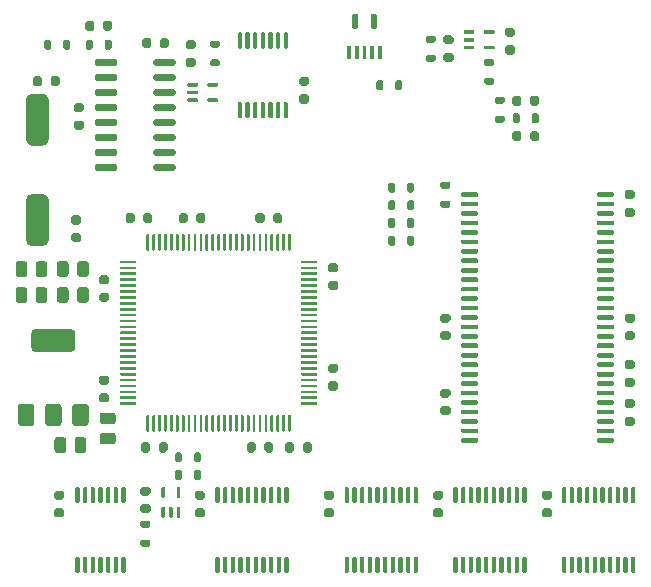
<source format=gtp>
G04 #@! TF.GenerationSoftware,KiCad,Pcbnew,(5.1.10-1-10_14)*
G04 #@! TF.CreationDate,2022-01-15T10:16:02-05:00*
G04 #@! TF.ProjectId,GW4302,47573433-3032-42e6-9b69-6361645f7063,1.2*
G04 #@! TF.SameCoordinates,Original*
G04 #@! TF.FileFunction,Paste,Top*
G04 #@! TF.FilePolarity,Positive*
%FSLAX46Y46*%
G04 Gerber Fmt 4.6, Leading zero omitted, Abs format (unit mm)*
G04 Created by KiCad (PCBNEW (5.1.10-1-10_14)) date 2022-01-15 10:16:02*
%MOMM*%
%LPD*%
G01*
G04 APERTURE LIST*
G04 APERTURE END LIST*
G36*
G01*
X141207500Y-41615000D02*
X141692500Y-41615000D01*
G75*
G02*
X141885000Y-41807500I0J-192500D01*
G01*
X141885000Y-42192500D01*
G75*
G02*
X141692500Y-42385000I-192500J0D01*
G01*
X141207500Y-42385000D01*
G75*
G02*
X141015000Y-42192500I0J192500D01*
G01*
X141015000Y-41807500D01*
G75*
G02*
X141207500Y-41615000I192500J0D01*
G01*
G37*
G36*
G01*
X141207500Y-40115000D02*
X141692500Y-40115000D01*
G75*
G02*
X141885000Y-40307500I0J-192500D01*
G01*
X141885000Y-40692500D01*
G75*
G02*
X141692500Y-40885000I-192500J0D01*
G01*
X141207500Y-40885000D01*
G75*
G02*
X141015000Y-40692500I0J192500D01*
G01*
X141015000Y-40307500D01*
G75*
G02*
X141207500Y-40115000I192500J0D01*
G01*
G37*
G36*
G01*
X121425000Y-40550000D02*
X121975000Y-40550000D01*
G75*
G02*
X122125000Y-40700000I0J-150000D01*
G01*
X122125000Y-41000000D01*
G75*
G02*
X121975000Y-41150000I-150000J0D01*
G01*
X121425000Y-41150000D01*
G75*
G02*
X121275000Y-41000000I0J150000D01*
G01*
X121275000Y-40700000D01*
G75*
G02*
X121425000Y-40550000I150000J0D01*
G01*
G37*
G36*
G01*
X121425000Y-42150000D02*
X121975000Y-42150000D01*
G75*
G02*
X122125000Y-42300000I0J-150000D01*
G01*
X122125000Y-42600000D01*
G75*
G02*
X121975000Y-42750000I-150000J0D01*
G01*
X121425000Y-42750000D01*
G75*
G02*
X121275000Y-42600000I0J150000D01*
G01*
X121275000Y-42300000D01*
G75*
G02*
X121425000Y-42150000I150000J0D01*
G01*
G37*
G36*
G01*
X143975000Y-74300500D02*
X143975000Y-74499500D01*
G75*
G02*
X143875500Y-74599000I-99500J0D01*
G01*
X142624500Y-74599000D01*
G75*
G02*
X142525000Y-74499500I0J99500D01*
G01*
X142525000Y-74300500D01*
G75*
G02*
X142624500Y-74201000I99500J0D01*
G01*
X143875500Y-74201000D01*
G75*
G02*
X143975000Y-74300500I0J-99500D01*
G01*
G37*
G36*
G01*
X143975000Y-73500500D02*
X143975000Y-73699500D01*
G75*
G02*
X143875500Y-73799000I-99500J0D01*
G01*
X142624500Y-73799000D01*
G75*
G02*
X142525000Y-73699500I0J99500D01*
G01*
X142525000Y-73500500D01*
G75*
G02*
X142624500Y-73401000I99500J0D01*
G01*
X143875500Y-73401000D01*
G75*
G02*
X143975000Y-73500500I0J-99500D01*
G01*
G37*
G36*
G01*
X143975000Y-72700500D02*
X143975000Y-72899500D01*
G75*
G02*
X143875500Y-72999000I-99500J0D01*
G01*
X142624500Y-72999000D01*
G75*
G02*
X142525000Y-72899500I0J99500D01*
G01*
X142525000Y-72700500D01*
G75*
G02*
X142624500Y-72601000I99500J0D01*
G01*
X143875500Y-72601000D01*
G75*
G02*
X143975000Y-72700500I0J-99500D01*
G01*
G37*
G36*
G01*
X143975000Y-71900500D02*
X143975000Y-72099500D01*
G75*
G02*
X143875500Y-72199000I-99500J0D01*
G01*
X142624500Y-72199000D01*
G75*
G02*
X142525000Y-72099500I0J99500D01*
G01*
X142525000Y-71900500D01*
G75*
G02*
X142624500Y-71801000I99500J0D01*
G01*
X143875500Y-71801000D01*
G75*
G02*
X143975000Y-71900500I0J-99500D01*
G01*
G37*
G36*
G01*
X143975000Y-71100500D02*
X143975000Y-71299500D01*
G75*
G02*
X143875500Y-71399000I-99500J0D01*
G01*
X142624500Y-71399000D01*
G75*
G02*
X142525000Y-71299500I0J99500D01*
G01*
X142525000Y-71100500D01*
G75*
G02*
X142624500Y-71001000I99500J0D01*
G01*
X143875500Y-71001000D01*
G75*
G02*
X143975000Y-71100500I0J-99500D01*
G01*
G37*
G36*
G01*
X143975000Y-70300500D02*
X143975000Y-70499500D01*
G75*
G02*
X143875500Y-70599000I-99500J0D01*
G01*
X142624500Y-70599000D01*
G75*
G02*
X142525000Y-70499500I0J99500D01*
G01*
X142525000Y-70300500D01*
G75*
G02*
X142624500Y-70201000I99500J0D01*
G01*
X143875500Y-70201000D01*
G75*
G02*
X143975000Y-70300500I0J-99500D01*
G01*
G37*
G36*
G01*
X143975000Y-69500500D02*
X143975000Y-69699500D01*
G75*
G02*
X143875500Y-69799000I-99500J0D01*
G01*
X142624500Y-69799000D01*
G75*
G02*
X142525000Y-69699500I0J99500D01*
G01*
X142525000Y-69500500D01*
G75*
G02*
X142624500Y-69401000I99500J0D01*
G01*
X143875500Y-69401000D01*
G75*
G02*
X143975000Y-69500500I0J-99500D01*
G01*
G37*
G36*
G01*
X143975000Y-68700500D02*
X143975000Y-68899500D01*
G75*
G02*
X143875500Y-68999000I-99500J0D01*
G01*
X142624500Y-68999000D01*
G75*
G02*
X142525000Y-68899500I0J99500D01*
G01*
X142525000Y-68700500D01*
G75*
G02*
X142624500Y-68601000I99500J0D01*
G01*
X143875500Y-68601000D01*
G75*
G02*
X143975000Y-68700500I0J-99500D01*
G01*
G37*
G36*
G01*
X143975000Y-67900500D02*
X143975000Y-68099500D01*
G75*
G02*
X143875500Y-68199000I-99500J0D01*
G01*
X142624500Y-68199000D01*
G75*
G02*
X142525000Y-68099500I0J99500D01*
G01*
X142525000Y-67900500D01*
G75*
G02*
X142624500Y-67801000I99500J0D01*
G01*
X143875500Y-67801000D01*
G75*
G02*
X143975000Y-67900500I0J-99500D01*
G01*
G37*
G36*
G01*
X143975000Y-67100500D02*
X143975000Y-67299500D01*
G75*
G02*
X143875500Y-67399000I-99500J0D01*
G01*
X142624500Y-67399000D01*
G75*
G02*
X142525000Y-67299500I0J99500D01*
G01*
X142525000Y-67100500D01*
G75*
G02*
X142624500Y-67001000I99500J0D01*
G01*
X143875500Y-67001000D01*
G75*
G02*
X143975000Y-67100500I0J-99500D01*
G01*
G37*
G36*
G01*
X143975000Y-66300500D02*
X143975000Y-66499500D01*
G75*
G02*
X143875500Y-66599000I-99500J0D01*
G01*
X142624500Y-66599000D01*
G75*
G02*
X142525000Y-66499500I0J99500D01*
G01*
X142525000Y-66300500D01*
G75*
G02*
X142624500Y-66201000I99500J0D01*
G01*
X143875500Y-66201000D01*
G75*
G02*
X143975000Y-66300500I0J-99500D01*
G01*
G37*
G36*
G01*
X143975000Y-65500500D02*
X143975000Y-65699500D01*
G75*
G02*
X143875500Y-65799000I-99500J0D01*
G01*
X142624500Y-65799000D01*
G75*
G02*
X142525000Y-65699500I0J99500D01*
G01*
X142525000Y-65500500D01*
G75*
G02*
X142624500Y-65401000I99500J0D01*
G01*
X143875500Y-65401000D01*
G75*
G02*
X143975000Y-65500500I0J-99500D01*
G01*
G37*
G36*
G01*
X143975000Y-64700500D02*
X143975000Y-64899500D01*
G75*
G02*
X143875500Y-64999000I-99500J0D01*
G01*
X142624500Y-64999000D01*
G75*
G02*
X142525000Y-64899500I0J99500D01*
G01*
X142525000Y-64700500D01*
G75*
G02*
X142624500Y-64601000I99500J0D01*
G01*
X143875500Y-64601000D01*
G75*
G02*
X143975000Y-64700500I0J-99500D01*
G01*
G37*
G36*
G01*
X143975000Y-63900500D02*
X143975000Y-64099500D01*
G75*
G02*
X143875500Y-64199000I-99500J0D01*
G01*
X142624500Y-64199000D01*
G75*
G02*
X142525000Y-64099500I0J99500D01*
G01*
X142525000Y-63900500D01*
G75*
G02*
X142624500Y-63801000I99500J0D01*
G01*
X143875500Y-63801000D01*
G75*
G02*
X143975000Y-63900500I0J-99500D01*
G01*
G37*
G36*
G01*
X143975000Y-63100500D02*
X143975000Y-63299500D01*
G75*
G02*
X143875500Y-63399000I-99500J0D01*
G01*
X142624500Y-63399000D01*
G75*
G02*
X142525000Y-63299500I0J99500D01*
G01*
X142525000Y-63100500D01*
G75*
G02*
X142624500Y-63001000I99500J0D01*
G01*
X143875500Y-63001000D01*
G75*
G02*
X143975000Y-63100500I0J-99500D01*
G01*
G37*
G36*
G01*
X143975000Y-62300500D02*
X143975000Y-62499500D01*
G75*
G02*
X143875500Y-62599000I-99500J0D01*
G01*
X142624500Y-62599000D01*
G75*
G02*
X142525000Y-62499500I0J99500D01*
G01*
X142525000Y-62300500D01*
G75*
G02*
X142624500Y-62201000I99500J0D01*
G01*
X143875500Y-62201000D01*
G75*
G02*
X143975000Y-62300500I0J-99500D01*
G01*
G37*
G36*
G01*
X143975000Y-61500500D02*
X143975000Y-61699500D01*
G75*
G02*
X143875500Y-61799000I-99500J0D01*
G01*
X142624500Y-61799000D01*
G75*
G02*
X142525000Y-61699500I0J99500D01*
G01*
X142525000Y-61500500D01*
G75*
G02*
X142624500Y-61401000I99500J0D01*
G01*
X143875500Y-61401000D01*
G75*
G02*
X143975000Y-61500500I0J-99500D01*
G01*
G37*
G36*
G01*
X143975000Y-60700500D02*
X143975000Y-60899500D01*
G75*
G02*
X143875500Y-60999000I-99500J0D01*
G01*
X142624500Y-60999000D01*
G75*
G02*
X142525000Y-60899500I0J99500D01*
G01*
X142525000Y-60700500D01*
G75*
G02*
X142624500Y-60601000I99500J0D01*
G01*
X143875500Y-60601000D01*
G75*
G02*
X143975000Y-60700500I0J-99500D01*
G01*
G37*
G36*
G01*
X143975000Y-59900500D02*
X143975000Y-60099500D01*
G75*
G02*
X143875500Y-60199000I-99500J0D01*
G01*
X142624500Y-60199000D01*
G75*
G02*
X142525000Y-60099500I0J99500D01*
G01*
X142525000Y-59900500D01*
G75*
G02*
X142624500Y-59801000I99500J0D01*
G01*
X143875500Y-59801000D01*
G75*
G02*
X143975000Y-59900500I0J-99500D01*
G01*
G37*
G36*
G01*
X143975000Y-59100500D02*
X143975000Y-59299500D01*
G75*
G02*
X143875500Y-59399000I-99500J0D01*
G01*
X142624500Y-59399000D01*
G75*
G02*
X142525000Y-59299500I0J99500D01*
G01*
X142525000Y-59100500D01*
G75*
G02*
X142624500Y-59001000I99500J0D01*
G01*
X143875500Y-59001000D01*
G75*
G02*
X143975000Y-59100500I0J-99500D01*
G01*
G37*
G36*
G01*
X143975000Y-58300500D02*
X143975000Y-58499500D01*
G75*
G02*
X143875500Y-58599000I-99500J0D01*
G01*
X142624500Y-58599000D01*
G75*
G02*
X142525000Y-58499500I0J99500D01*
G01*
X142525000Y-58300500D01*
G75*
G02*
X142624500Y-58201000I99500J0D01*
G01*
X143875500Y-58201000D01*
G75*
G02*
X143975000Y-58300500I0J-99500D01*
G01*
G37*
G36*
G01*
X143975000Y-57500500D02*
X143975000Y-57699500D01*
G75*
G02*
X143875500Y-57799000I-99500J0D01*
G01*
X142624500Y-57799000D01*
G75*
G02*
X142525000Y-57699500I0J99500D01*
G01*
X142525000Y-57500500D01*
G75*
G02*
X142624500Y-57401000I99500J0D01*
G01*
X143875500Y-57401000D01*
G75*
G02*
X143975000Y-57500500I0J-99500D01*
G01*
G37*
G36*
G01*
X143975000Y-56700500D02*
X143975000Y-56899500D01*
G75*
G02*
X143875500Y-56999000I-99500J0D01*
G01*
X142624500Y-56999000D01*
G75*
G02*
X142525000Y-56899500I0J99500D01*
G01*
X142525000Y-56700500D01*
G75*
G02*
X142624500Y-56601000I99500J0D01*
G01*
X143875500Y-56601000D01*
G75*
G02*
X143975000Y-56700500I0J-99500D01*
G01*
G37*
G36*
G01*
X143975000Y-55900500D02*
X143975000Y-56099500D01*
G75*
G02*
X143875500Y-56199000I-99500J0D01*
G01*
X142624500Y-56199000D01*
G75*
G02*
X142525000Y-56099500I0J99500D01*
G01*
X142525000Y-55900500D01*
G75*
G02*
X142624500Y-55801000I99500J0D01*
G01*
X143875500Y-55801000D01*
G75*
G02*
X143975000Y-55900500I0J-99500D01*
G01*
G37*
G36*
G01*
X143975000Y-55100500D02*
X143975000Y-55299500D01*
G75*
G02*
X143875500Y-55399000I-99500J0D01*
G01*
X142624500Y-55399000D01*
G75*
G02*
X142525000Y-55299500I0J99500D01*
G01*
X142525000Y-55100500D01*
G75*
G02*
X142624500Y-55001000I99500J0D01*
G01*
X143875500Y-55001000D01*
G75*
G02*
X143975000Y-55100500I0J-99500D01*
G01*
G37*
G36*
G01*
X143975000Y-54300500D02*
X143975000Y-54499500D01*
G75*
G02*
X143875500Y-54599000I-99500J0D01*
G01*
X142624500Y-54599000D01*
G75*
G02*
X142525000Y-54499500I0J99500D01*
G01*
X142525000Y-54300500D01*
G75*
G02*
X142624500Y-54201000I99500J0D01*
G01*
X143875500Y-54201000D01*
G75*
G02*
X143975000Y-54300500I0J-99500D01*
G01*
G37*
G36*
G01*
X143975000Y-53500500D02*
X143975000Y-53699500D01*
G75*
G02*
X143875500Y-53799000I-99500J0D01*
G01*
X142624500Y-53799000D01*
G75*
G02*
X142525000Y-53699500I0J99500D01*
G01*
X142525000Y-53500500D01*
G75*
G02*
X142624500Y-53401000I99500J0D01*
G01*
X143875500Y-53401000D01*
G75*
G02*
X143975000Y-53500500I0J-99500D01*
G01*
G37*
G36*
G01*
X155475000Y-53500500D02*
X155475000Y-53699500D01*
G75*
G02*
X155375500Y-53799000I-99500J0D01*
G01*
X154124500Y-53799000D01*
G75*
G02*
X154025000Y-53699500I0J99500D01*
G01*
X154025000Y-53500500D01*
G75*
G02*
X154124500Y-53401000I99500J0D01*
G01*
X155375500Y-53401000D01*
G75*
G02*
X155475000Y-53500500I0J-99500D01*
G01*
G37*
G36*
G01*
X155475000Y-54300500D02*
X155475000Y-54499500D01*
G75*
G02*
X155375500Y-54599000I-99500J0D01*
G01*
X154124500Y-54599000D01*
G75*
G02*
X154025000Y-54499500I0J99500D01*
G01*
X154025000Y-54300500D01*
G75*
G02*
X154124500Y-54201000I99500J0D01*
G01*
X155375500Y-54201000D01*
G75*
G02*
X155475000Y-54300500I0J-99500D01*
G01*
G37*
G36*
G01*
X155475000Y-55100500D02*
X155475000Y-55299500D01*
G75*
G02*
X155375500Y-55399000I-99500J0D01*
G01*
X154124500Y-55399000D01*
G75*
G02*
X154025000Y-55299500I0J99500D01*
G01*
X154025000Y-55100500D01*
G75*
G02*
X154124500Y-55001000I99500J0D01*
G01*
X155375500Y-55001000D01*
G75*
G02*
X155475000Y-55100500I0J-99500D01*
G01*
G37*
G36*
G01*
X155475000Y-55900500D02*
X155475000Y-56099500D01*
G75*
G02*
X155375500Y-56199000I-99500J0D01*
G01*
X154124500Y-56199000D01*
G75*
G02*
X154025000Y-56099500I0J99500D01*
G01*
X154025000Y-55900500D01*
G75*
G02*
X154124500Y-55801000I99500J0D01*
G01*
X155375500Y-55801000D01*
G75*
G02*
X155475000Y-55900500I0J-99500D01*
G01*
G37*
G36*
G01*
X155475000Y-56700500D02*
X155475000Y-56899500D01*
G75*
G02*
X155375500Y-56999000I-99500J0D01*
G01*
X154124500Y-56999000D01*
G75*
G02*
X154025000Y-56899500I0J99500D01*
G01*
X154025000Y-56700500D01*
G75*
G02*
X154124500Y-56601000I99500J0D01*
G01*
X155375500Y-56601000D01*
G75*
G02*
X155475000Y-56700500I0J-99500D01*
G01*
G37*
G36*
G01*
X155475000Y-57500500D02*
X155475000Y-57699500D01*
G75*
G02*
X155375500Y-57799000I-99500J0D01*
G01*
X154124500Y-57799000D01*
G75*
G02*
X154025000Y-57699500I0J99500D01*
G01*
X154025000Y-57500500D01*
G75*
G02*
X154124500Y-57401000I99500J0D01*
G01*
X155375500Y-57401000D01*
G75*
G02*
X155475000Y-57500500I0J-99500D01*
G01*
G37*
G36*
G01*
X155475000Y-58300500D02*
X155475000Y-58499500D01*
G75*
G02*
X155375500Y-58599000I-99500J0D01*
G01*
X154124500Y-58599000D01*
G75*
G02*
X154025000Y-58499500I0J99500D01*
G01*
X154025000Y-58300500D01*
G75*
G02*
X154124500Y-58201000I99500J0D01*
G01*
X155375500Y-58201000D01*
G75*
G02*
X155475000Y-58300500I0J-99500D01*
G01*
G37*
G36*
G01*
X155475000Y-59100500D02*
X155475000Y-59299500D01*
G75*
G02*
X155375500Y-59399000I-99500J0D01*
G01*
X154124500Y-59399000D01*
G75*
G02*
X154025000Y-59299500I0J99500D01*
G01*
X154025000Y-59100500D01*
G75*
G02*
X154124500Y-59001000I99500J0D01*
G01*
X155375500Y-59001000D01*
G75*
G02*
X155475000Y-59100500I0J-99500D01*
G01*
G37*
G36*
G01*
X155475000Y-59900500D02*
X155475000Y-60099500D01*
G75*
G02*
X155375500Y-60199000I-99500J0D01*
G01*
X154124500Y-60199000D01*
G75*
G02*
X154025000Y-60099500I0J99500D01*
G01*
X154025000Y-59900500D01*
G75*
G02*
X154124500Y-59801000I99500J0D01*
G01*
X155375500Y-59801000D01*
G75*
G02*
X155475000Y-59900500I0J-99500D01*
G01*
G37*
G36*
G01*
X155475000Y-60700500D02*
X155475000Y-60899500D01*
G75*
G02*
X155375500Y-60999000I-99500J0D01*
G01*
X154124500Y-60999000D01*
G75*
G02*
X154025000Y-60899500I0J99500D01*
G01*
X154025000Y-60700500D01*
G75*
G02*
X154124500Y-60601000I99500J0D01*
G01*
X155375500Y-60601000D01*
G75*
G02*
X155475000Y-60700500I0J-99500D01*
G01*
G37*
G36*
G01*
X155475000Y-61500500D02*
X155475000Y-61699500D01*
G75*
G02*
X155375500Y-61799000I-99500J0D01*
G01*
X154124500Y-61799000D01*
G75*
G02*
X154025000Y-61699500I0J99500D01*
G01*
X154025000Y-61500500D01*
G75*
G02*
X154124500Y-61401000I99500J0D01*
G01*
X155375500Y-61401000D01*
G75*
G02*
X155475000Y-61500500I0J-99500D01*
G01*
G37*
G36*
G01*
X155475000Y-62300500D02*
X155475000Y-62499500D01*
G75*
G02*
X155375500Y-62599000I-99500J0D01*
G01*
X154124500Y-62599000D01*
G75*
G02*
X154025000Y-62499500I0J99500D01*
G01*
X154025000Y-62300500D01*
G75*
G02*
X154124500Y-62201000I99500J0D01*
G01*
X155375500Y-62201000D01*
G75*
G02*
X155475000Y-62300500I0J-99500D01*
G01*
G37*
G36*
G01*
X155475000Y-63100500D02*
X155475000Y-63299500D01*
G75*
G02*
X155375500Y-63399000I-99500J0D01*
G01*
X154124500Y-63399000D01*
G75*
G02*
X154025000Y-63299500I0J99500D01*
G01*
X154025000Y-63100500D01*
G75*
G02*
X154124500Y-63001000I99500J0D01*
G01*
X155375500Y-63001000D01*
G75*
G02*
X155475000Y-63100500I0J-99500D01*
G01*
G37*
G36*
G01*
X155475000Y-63900500D02*
X155475000Y-64099500D01*
G75*
G02*
X155375500Y-64199000I-99500J0D01*
G01*
X154124500Y-64199000D01*
G75*
G02*
X154025000Y-64099500I0J99500D01*
G01*
X154025000Y-63900500D01*
G75*
G02*
X154124500Y-63801000I99500J0D01*
G01*
X155375500Y-63801000D01*
G75*
G02*
X155475000Y-63900500I0J-99500D01*
G01*
G37*
G36*
G01*
X155475000Y-64700500D02*
X155475000Y-64899500D01*
G75*
G02*
X155375500Y-64999000I-99500J0D01*
G01*
X154124500Y-64999000D01*
G75*
G02*
X154025000Y-64899500I0J99500D01*
G01*
X154025000Y-64700500D01*
G75*
G02*
X154124500Y-64601000I99500J0D01*
G01*
X155375500Y-64601000D01*
G75*
G02*
X155475000Y-64700500I0J-99500D01*
G01*
G37*
G36*
G01*
X155475000Y-65500500D02*
X155475000Y-65699500D01*
G75*
G02*
X155375500Y-65799000I-99500J0D01*
G01*
X154124500Y-65799000D01*
G75*
G02*
X154025000Y-65699500I0J99500D01*
G01*
X154025000Y-65500500D01*
G75*
G02*
X154124500Y-65401000I99500J0D01*
G01*
X155375500Y-65401000D01*
G75*
G02*
X155475000Y-65500500I0J-99500D01*
G01*
G37*
G36*
G01*
X155475000Y-66300500D02*
X155475000Y-66499500D01*
G75*
G02*
X155375500Y-66599000I-99500J0D01*
G01*
X154124500Y-66599000D01*
G75*
G02*
X154025000Y-66499500I0J99500D01*
G01*
X154025000Y-66300500D01*
G75*
G02*
X154124500Y-66201000I99500J0D01*
G01*
X155375500Y-66201000D01*
G75*
G02*
X155475000Y-66300500I0J-99500D01*
G01*
G37*
G36*
G01*
X155475000Y-67100500D02*
X155475000Y-67299500D01*
G75*
G02*
X155375500Y-67399000I-99500J0D01*
G01*
X154124500Y-67399000D01*
G75*
G02*
X154025000Y-67299500I0J99500D01*
G01*
X154025000Y-67100500D01*
G75*
G02*
X154124500Y-67001000I99500J0D01*
G01*
X155375500Y-67001000D01*
G75*
G02*
X155475000Y-67100500I0J-99500D01*
G01*
G37*
G36*
G01*
X155475000Y-67900500D02*
X155475000Y-68099500D01*
G75*
G02*
X155375500Y-68199000I-99500J0D01*
G01*
X154124500Y-68199000D01*
G75*
G02*
X154025000Y-68099500I0J99500D01*
G01*
X154025000Y-67900500D01*
G75*
G02*
X154124500Y-67801000I99500J0D01*
G01*
X155375500Y-67801000D01*
G75*
G02*
X155475000Y-67900500I0J-99500D01*
G01*
G37*
G36*
G01*
X155475000Y-68700500D02*
X155475000Y-68899500D01*
G75*
G02*
X155375500Y-68999000I-99500J0D01*
G01*
X154124500Y-68999000D01*
G75*
G02*
X154025000Y-68899500I0J99500D01*
G01*
X154025000Y-68700500D01*
G75*
G02*
X154124500Y-68601000I99500J0D01*
G01*
X155375500Y-68601000D01*
G75*
G02*
X155475000Y-68700500I0J-99500D01*
G01*
G37*
G36*
G01*
X155475000Y-69500500D02*
X155475000Y-69699500D01*
G75*
G02*
X155375500Y-69799000I-99500J0D01*
G01*
X154124500Y-69799000D01*
G75*
G02*
X154025000Y-69699500I0J99500D01*
G01*
X154025000Y-69500500D01*
G75*
G02*
X154124500Y-69401000I99500J0D01*
G01*
X155375500Y-69401000D01*
G75*
G02*
X155475000Y-69500500I0J-99500D01*
G01*
G37*
G36*
G01*
X155475000Y-70300500D02*
X155475000Y-70499500D01*
G75*
G02*
X155375500Y-70599000I-99500J0D01*
G01*
X154124500Y-70599000D01*
G75*
G02*
X154025000Y-70499500I0J99500D01*
G01*
X154025000Y-70300500D01*
G75*
G02*
X154124500Y-70201000I99500J0D01*
G01*
X155375500Y-70201000D01*
G75*
G02*
X155475000Y-70300500I0J-99500D01*
G01*
G37*
G36*
G01*
X155475000Y-71100500D02*
X155475000Y-71299500D01*
G75*
G02*
X155375500Y-71399000I-99500J0D01*
G01*
X154124500Y-71399000D01*
G75*
G02*
X154025000Y-71299500I0J99500D01*
G01*
X154025000Y-71100500D01*
G75*
G02*
X154124500Y-71001000I99500J0D01*
G01*
X155375500Y-71001000D01*
G75*
G02*
X155475000Y-71100500I0J-99500D01*
G01*
G37*
G36*
G01*
X155475000Y-71900500D02*
X155475000Y-72099500D01*
G75*
G02*
X155375500Y-72199000I-99500J0D01*
G01*
X154124500Y-72199000D01*
G75*
G02*
X154025000Y-72099500I0J99500D01*
G01*
X154025000Y-71900500D01*
G75*
G02*
X154124500Y-71801000I99500J0D01*
G01*
X155375500Y-71801000D01*
G75*
G02*
X155475000Y-71900500I0J-99500D01*
G01*
G37*
G36*
G01*
X155475000Y-72700500D02*
X155475000Y-72899500D01*
G75*
G02*
X155375500Y-72999000I-99500J0D01*
G01*
X154124500Y-72999000D01*
G75*
G02*
X154025000Y-72899500I0J99500D01*
G01*
X154025000Y-72700500D01*
G75*
G02*
X154124500Y-72601000I99500J0D01*
G01*
X155375500Y-72601000D01*
G75*
G02*
X155475000Y-72700500I0J-99500D01*
G01*
G37*
G36*
G01*
X155475000Y-73500500D02*
X155475000Y-73699500D01*
G75*
G02*
X155375500Y-73799000I-99500J0D01*
G01*
X154124500Y-73799000D01*
G75*
G02*
X154025000Y-73699500I0J99500D01*
G01*
X154025000Y-73500500D01*
G75*
G02*
X154124500Y-73401000I99500J0D01*
G01*
X155375500Y-73401000D01*
G75*
G02*
X155475000Y-73500500I0J-99500D01*
G01*
G37*
G36*
G01*
X155475000Y-74300500D02*
X155475000Y-74499500D01*
G75*
G02*
X155375500Y-74599000I-99500J0D01*
G01*
X154124500Y-74599000D01*
G75*
G02*
X154025000Y-74499500I0J99500D01*
G01*
X154025000Y-74300500D01*
G75*
G02*
X154124500Y-74201000I99500J0D01*
G01*
X155375500Y-74201000D01*
G75*
G02*
X155475000Y-74300500I0J-99500D01*
G01*
G37*
G36*
G01*
X145175000Y-44300000D02*
X144625000Y-44300000D01*
G75*
G02*
X144475000Y-44150000I0J150000D01*
G01*
X144475000Y-43850000D01*
G75*
G02*
X144625000Y-43700000I150000J0D01*
G01*
X145175000Y-43700000D01*
G75*
G02*
X145325000Y-43850000I0J-150000D01*
G01*
X145325000Y-44150000D01*
G75*
G02*
X145175000Y-44300000I-150000J0D01*
G01*
G37*
G36*
G01*
X145175000Y-42700000D02*
X144625000Y-42700000D01*
G75*
G02*
X144475000Y-42550000I0J150000D01*
G01*
X144475000Y-42250000D01*
G75*
G02*
X144625000Y-42100000I150000J0D01*
G01*
X145175000Y-42100000D01*
G75*
G02*
X145325000Y-42250000I0J-150000D01*
G01*
X145325000Y-42550000D01*
G75*
G02*
X145175000Y-42700000I-150000J0D01*
G01*
G37*
G36*
G01*
X113635000Y-59357500D02*
X113635000Y-59242500D01*
G75*
G02*
X113692500Y-59185000I57500J0D01*
G01*
X114982500Y-59185000D01*
G75*
G02*
X115040000Y-59242500I0J-57500D01*
G01*
X115040000Y-59357500D01*
G75*
G02*
X114982500Y-59415000I-57500J0D01*
G01*
X113692500Y-59415000D01*
G75*
G02*
X113635000Y-59357500I0J57500D01*
G01*
G37*
G36*
G01*
X113635000Y-59857500D02*
X113635000Y-59742500D01*
G75*
G02*
X113692500Y-59685000I57500J0D01*
G01*
X114982500Y-59685000D01*
G75*
G02*
X115040000Y-59742500I0J-57500D01*
G01*
X115040000Y-59857500D01*
G75*
G02*
X114982500Y-59915000I-57500J0D01*
G01*
X113692500Y-59915000D01*
G75*
G02*
X113635000Y-59857500I0J57500D01*
G01*
G37*
G36*
G01*
X113635000Y-60357500D02*
X113635000Y-60242500D01*
G75*
G02*
X113692500Y-60185000I57500J0D01*
G01*
X114982500Y-60185000D01*
G75*
G02*
X115040000Y-60242500I0J-57500D01*
G01*
X115040000Y-60357500D01*
G75*
G02*
X114982500Y-60415000I-57500J0D01*
G01*
X113692500Y-60415000D01*
G75*
G02*
X113635000Y-60357500I0J57500D01*
G01*
G37*
G36*
G01*
X113635000Y-60857500D02*
X113635000Y-60742500D01*
G75*
G02*
X113692500Y-60685000I57500J0D01*
G01*
X114982500Y-60685000D01*
G75*
G02*
X115040000Y-60742500I0J-57500D01*
G01*
X115040000Y-60857500D01*
G75*
G02*
X114982500Y-60915000I-57500J0D01*
G01*
X113692500Y-60915000D01*
G75*
G02*
X113635000Y-60857500I0J57500D01*
G01*
G37*
G36*
G01*
X113635000Y-61357500D02*
X113635000Y-61242500D01*
G75*
G02*
X113692500Y-61185000I57500J0D01*
G01*
X114982500Y-61185000D01*
G75*
G02*
X115040000Y-61242500I0J-57500D01*
G01*
X115040000Y-61357500D01*
G75*
G02*
X114982500Y-61415000I-57500J0D01*
G01*
X113692500Y-61415000D01*
G75*
G02*
X113635000Y-61357500I0J57500D01*
G01*
G37*
G36*
G01*
X113635000Y-61857500D02*
X113635000Y-61742500D01*
G75*
G02*
X113692500Y-61685000I57500J0D01*
G01*
X114982500Y-61685000D01*
G75*
G02*
X115040000Y-61742500I0J-57500D01*
G01*
X115040000Y-61857500D01*
G75*
G02*
X114982500Y-61915000I-57500J0D01*
G01*
X113692500Y-61915000D01*
G75*
G02*
X113635000Y-61857500I0J57500D01*
G01*
G37*
G36*
G01*
X113635000Y-62357500D02*
X113635000Y-62242500D01*
G75*
G02*
X113692500Y-62185000I57500J0D01*
G01*
X114982500Y-62185000D01*
G75*
G02*
X115040000Y-62242500I0J-57500D01*
G01*
X115040000Y-62357500D01*
G75*
G02*
X114982500Y-62415000I-57500J0D01*
G01*
X113692500Y-62415000D01*
G75*
G02*
X113635000Y-62357500I0J57500D01*
G01*
G37*
G36*
G01*
X113635000Y-62857500D02*
X113635000Y-62742500D01*
G75*
G02*
X113692500Y-62685000I57500J0D01*
G01*
X114982500Y-62685000D01*
G75*
G02*
X115040000Y-62742500I0J-57500D01*
G01*
X115040000Y-62857500D01*
G75*
G02*
X114982500Y-62915000I-57500J0D01*
G01*
X113692500Y-62915000D01*
G75*
G02*
X113635000Y-62857500I0J57500D01*
G01*
G37*
G36*
G01*
X113635000Y-63357500D02*
X113635000Y-63242500D01*
G75*
G02*
X113692500Y-63185000I57500J0D01*
G01*
X114982500Y-63185000D01*
G75*
G02*
X115040000Y-63242500I0J-57500D01*
G01*
X115040000Y-63357500D01*
G75*
G02*
X114982500Y-63415000I-57500J0D01*
G01*
X113692500Y-63415000D01*
G75*
G02*
X113635000Y-63357500I0J57500D01*
G01*
G37*
G36*
G01*
X113635000Y-63857500D02*
X113635000Y-63742500D01*
G75*
G02*
X113692500Y-63685000I57500J0D01*
G01*
X114982500Y-63685000D01*
G75*
G02*
X115040000Y-63742500I0J-57500D01*
G01*
X115040000Y-63857500D01*
G75*
G02*
X114982500Y-63915000I-57500J0D01*
G01*
X113692500Y-63915000D01*
G75*
G02*
X113635000Y-63857500I0J57500D01*
G01*
G37*
G36*
G01*
X113635000Y-64357500D02*
X113635000Y-64242500D01*
G75*
G02*
X113692500Y-64185000I57500J0D01*
G01*
X114982500Y-64185000D01*
G75*
G02*
X115040000Y-64242500I0J-57500D01*
G01*
X115040000Y-64357500D01*
G75*
G02*
X114982500Y-64415000I-57500J0D01*
G01*
X113692500Y-64415000D01*
G75*
G02*
X113635000Y-64357500I0J57500D01*
G01*
G37*
G36*
G01*
X113635000Y-64857500D02*
X113635000Y-64742500D01*
G75*
G02*
X113692500Y-64685000I57500J0D01*
G01*
X114982500Y-64685000D01*
G75*
G02*
X115040000Y-64742500I0J-57500D01*
G01*
X115040000Y-64857500D01*
G75*
G02*
X114982500Y-64915000I-57500J0D01*
G01*
X113692500Y-64915000D01*
G75*
G02*
X113635000Y-64857500I0J57500D01*
G01*
G37*
G36*
G01*
X113635000Y-65357500D02*
X113635000Y-65242500D01*
G75*
G02*
X113692500Y-65185000I57500J0D01*
G01*
X114982500Y-65185000D01*
G75*
G02*
X115040000Y-65242500I0J-57500D01*
G01*
X115040000Y-65357500D01*
G75*
G02*
X114982500Y-65415000I-57500J0D01*
G01*
X113692500Y-65415000D01*
G75*
G02*
X113635000Y-65357500I0J57500D01*
G01*
G37*
G36*
G01*
X113635000Y-65857500D02*
X113635000Y-65742500D01*
G75*
G02*
X113692500Y-65685000I57500J0D01*
G01*
X114982500Y-65685000D01*
G75*
G02*
X115040000Y-65742500I0J-57500D01*
G01*
X115040000Y-65857500D01*
G75*
G02*
X114982500Y-65915000I-57500J0D01*
G01*
X113692500Y-65915000D01*
G75*
G02*
X113635000Y-65857500I0J57500D01*
G01*
G37*
G36*
G01*
X113635000Y-66357500D02*
X113635000Y-66242500D01*
G75*
G02*
X113692500Y-66185000I57500J0D01*
G01*
X114982500Y-66185000D01*
G75*
G02*
X115040000Y-66242500I0J-57500D01*
G01*
X115040000Y-66357500D01*
G75*
G02*
X114982500Y-66415000I-57500J0D01*
G01*
X113692500Y-66415000D01*
G75*
G02*
X113635000Y-66357500I0J57500D01*
G01*
G37*
G36*
G01*
X113635000Y-66857500D02*
X113635000Y-66742500D01*
G75*
G02*
X113692500Y-66685000I57500J0D01*
G01*
X114982500Y-66685000D01*
G75*
G02*
X115040000Y-66742500I0J-57500D01*
G01*
X115040000Y-66857500D01*
G75*
G02*
X114982500Y-66915000I-57500J0D01*
G01*
X113692500Y-66915000D01*
G75*
G02*
X113635000Y-66857500I0J57500D01*
G01*
G37*
G36*
G01*
X113635000Y-67357500D02*
X113635000Y-67242500D01*
G75*
G02*
X113692500Y-67185000I57500J0D01*
G01*
X114982500Y-67185000D01*
G75*
G02*
X115040000Y-67242500I0J-57500D01*
G01*
X115040000Y-67357500D01*
G75*
G02*
X114982500Y-67415000I-57500J0D01*
G01*
X113692500Y-67415000D01*
G75*
G02*
X113635000Y-67357500I0J57500D01*
G01*
G37*
G36*
G01*
X113635000Y-67857500D02*
X113635000Y-67742500D01*
G75*
G02*
X113692500Y-67685000I57500J0D01*
G01*
X114982500Y-67685000D01*
G75*
G02*
X115040000Y-67742500I0J-57500D01*
G01*
X115040000Y-67857500D01*
G75*
G02*
X114982500Y-67915000I-57500J0D01*
G01*
X113692500Y-67915000D01*
G75*
G02*
X113635000Y-67857500I0J57500D01*
G01*
G37*
G36*
G01*
X113635000Y-68357500D02*
X113635000Y-68242500D01*
G75*
G02*
X113692500Y-68185000I57500J0D01*
G01*
X114982500Y-68185000D01*
G75*
G02*
X115040000Y-68242500I0J-57500D01*
G01*
X115040000Y-68357500D01*
G75*
G02*
X114982500Y-68415000I-57500J0D01*
G01*
X113692500Y-68415000D01*
G75*
G02*
X113635000Y-68357500I0J57500D01*
G01*
G37*
G36*
G01*
X113635000Y-68857500D02*
X113635000Y-68742500D01*
G75*
G02*
X113692500Y-68685000I57500J0D01*
G01*
X114982500Y-68685000D01*
G75*
G02*
X115040000Y-68742500I0J-57500D01*
G01*
X115040000Y-68857500D01*
G75*
G02*
X114982500Y-68915000I-57500J0D01*
G01*
X113692500Y-68915000D01*
G75*
G02*
X113635000Y-68857500I0J57500D01*
G01*
G37*
G36*
G01*
X113635000Y-69357500D02*
X113635000Y-69242500D01*
G75*
G02*
X113692500Y-69185000I57500J0D01*
G01*
X114982500Y-69185000D01*
G75*
G02*
X115040000Y-69242500I0J-57500D01*
G01*
X115040000Y-69357500D01*
G75*
G02*
X114982500Y-69415000I-57500J0D01*
G01*
X113692500Y-69415000D01*
G75*
G02*
X113635000Y-69357500I0J57500D01*
G01*
G37*
G36*
G01*
X113635000Y-69857500D02*
X113635000Y-69742500D01*
G75*
G02*
X113692500Y-69685000I57500J0D01*
G01*
X114982500Y-69685000D01*
G75*
G02*
X115040000Y-69742500I0J-57500D01*
G01*
X115040000Y-69857500D01*
G75*
G02*
X114982500Y-69915000I-57500J0D01*
G01*
X113692500Y-69915000D01*
G75*
G02*
X113635000Y-69857500I0J57500D01*
G01*
G37*
G36*
G01*
X113635000Y-70357500D02*
X113635000Y-70242500D01*
G75*
G02*
X113692500Y-70185000I57500J0D01*
G01*
X114982500Y-70185000D01*
G75*
G02*
X115040000Y-70242500I0J-57500D01*
G01*
X115040000Y-70357500D01*
G75*
G02*
X114982500Y-70415000I-57500J0D01*
G01*
X113692500Y-70415000D01*
G75*
G02*
X113635000Y-70357500I0J57500D01*
G01*
G37*
G36*
G01*
X113635000Y-70857500D02*
X113635000Y-70742500D01*
G75*
G02*
X113692500Y-70685000I57500J0D01*
G01*
X114982500Y-70685000D01*
G75*
G02*
X115040000Y-70742500I0J-57500D01*
G01*
X115040000Y-70857500D01*
G75*
G02*
X114982500Y-70915000I-57500J0D01*
G01*
X113692500Y-70915000D01*
G75*
G02*
X113635000Y-70857500I0J57500D01*
G01*
G37*
G36*
G01*
X113635000Y-71357500D02*
X113635000Y-71242500D01*
G75*
G02*
X113692500Y-71185000I57500J0D01*
G01*
X114982500Y-71185000D01*
G75*
G02*
X115040000Y-71242500I0J-57500D01*
G01*
X115040000Y-71357500D01*
G75*
G02*
X114982500Y-71415000I-57500J0D01*
G01*
X113692500Y-71415000D01*
G75*
G02*
X113635000Y-71357500I0J57500D01*
G01*
G37*
G36*
G01*
X115885000Y-73607500D02*
X115885000Y-72317500D01*
G75*
G02*
X115942500Y-72260000I57500J0D01*
G01*
X116057500Y-72260000D01*
G75*
G02*
X116115000Y-72317500I0J-57500D01*
G01*
X116115000Y-73607500D01*
G75*
G02*
X116057500Y-73665000I-57500J0D01*
G01*
X115942500Y-73665000D01*
G75*
G02*
X115885000Y-73607500I0J57500D01*
G01*
G37*
G36*
G01*
X116385000Y-73607500D02*
X116385000Y-72317500D01*
G75*
G02*
X116442500Y-72260000I57500J0D01*
G01*
X116557500Y-72260000D01*
G75*
G02*
X116615000Y-72317500I0J-57500D01*
G01*
X116615000Y-73607500D01*
G75*
G02*
X116557500Y-73665000I-57500J0D01*
G01*
X116442500Y-73665000D01*
G75*
G02*
X116385000Y-73607500I0J57500D01*
G01*
G37*
G36*
G01*
X116885000Y-73607500D02*
X116885000Y-72317500D01*
G75*
G02*
X116942500Y-72260000I57500J0D01*
G01*
X117057500Y-72260000D01*
G75*
G02*
X117115000Y-72317500I0J-57500D01*
G01*
X117115000Y-73607500D01*
G75*
G02*
X117057500Y-73665000I-57500J0D01*
G01*
X116942500Y-73665000D01*
G75*
G02*
X116885000Y-73607500I0J57500D01*
G01*
G37*
G36*
G01*
X117385000Y-73607500D02*
X117385000Y-72317500D01*
G75*
G02*
X117442500Y-72260000I57500J0D01*
G01*
X117557500Y-72260000D01*
G75*
G02*
X117615000Y-72317500I0J-57500D01*
G01*
X117615000Y-73607500D01*
G75*
G02*
X117557500Y-73665000I-57500J0D01*
G01*
X117442500Y-73665000D01*
G75*
G02*
X117385000Y-73607500I0J57500D01*
G01*
G37*
G36*
G01*
X117885000Y-73607500D02*
X117885000Y-72317500D01*
G75*
G02*
X117942500Y-72260000I57500J0D01*
G01*
X118057500Y-72260000D01*
G75*
G02*
X118115000Y-72317500I0J-57500D01*
G01*
X118115000Y-73607500D01*
G75*
G02*
X118057500Y-73665000I-57500J0D01*
G01*
X117942500Y-73665000D01*
G75*
G02*
X117885000Y-73607500I0J57500D01*
G01*
G37*
G36*
G01*
X118385000Y-73607500D02*
X118385000Y-72317500D01*
G75*
G02*
X118442500Y-72260000I57500J0D01*
G01*
X118557500Y-72260000D01*
G75*
G02*
X118615000Y-72317500I0J-57500D01*
G01*
X118615000Y-73607500D01*
G75*
G02*
X118557500Y-73665000I-57500J0D01*
G01*
X118442500Y-73665000D01*
G75*
G02*
X118385000Y-73607500I0J57500D01*
G01*
G37*
G36*
G01*
X118885000Y-73607500D02*
X118885000Y-72317500D01*
G75*
G02*
X118942500Y-72260000I57500J0D01*
G01*
X119057500Y-72260000D01*
G75*
G02*
X119115000Y-72317500I0J-57500D01*
G01*
X119115000Y-73607500D01*
G75*
G02*
X119057500Y-73665000I-57500J0D01*
G01*
X118942500Y-73665000D01*
G75*
G02*
X118885000Y-73607500I0J57500D01*
G01*
G37*
G36*
G01*
X119385000Y-73607500D02*
X119385000Y-72317500D01*
G75*
G02*
X119442500Y-72260000I57500J0D01*
G01*
X119557500Y-72260000D01*
G75*
G02*
X119615000Y-72317500I0J-57500D01*
G01*
X119615000Y-73607500D01*
G75*
G02*
X119557500Y-73665000I-57500J0D01*
G01*
X119442500Y-73665000D01*
G75*
G02*
X119385000Y-73607500I0J57500D01*
G01*
G37*
G36*
G01*
X119885000Y-73607500D02*
X119885000Y-72317500D01*
G75*
G02*
X119942500Y-72260000I57500J0D01*
G01*
X120057500Y-72260000D01*
G75*
G02*
X120115000Y-72317500I0J-57500D01*
G01*
X120115000Y-73607500D01*
G75*
G02*
X120057500Y-73665000I-57500J0D01*
G01*
X119942500Y-73665000D01*
G75*
G02*
X119885000Y-73607500I0J57500D01*
G01*
G37*
G36*
G01*
X120385000Y-73607500D02*
X120385000Y-72317500D01*
G75*
G02*
X120442500Y-72260000I57500J0D01*
G01*
X120557500Y-72260000D01*
G75*
G02*
X120615000Y-72317500I0J-57500D01*
G01*
X120615000Y-73607500D01*
G75*
G02*
X120557500Y-73665000I-57500J0D01*
G01*
X120442500Y-73665000D01*
G75*
G02*
X120385000Y-73607500I0J57500D01*
G01*
G37*
G36*
G01*
X120885000Y-73607500D02*
X120885000Y-72317500D01*
G75*
G02*
X120942500Y-72260000I57500J0D01*
G01*
X121057500Y-72260000D01*
G75*
G02*
X121115000Y-72317500I0J-57500D01*
G01*
X121115000Y-73607500D01*
G75*
G02*
X121057500Y-73665000I-57500J0D01*
G01*
X120942500Y-73665000D01*
G75*
G02*
X120885000Y-73607500I0J57500D01*
G01*
G37*
G36*
G01*
X121385000Y-73607500D02*
X121385000Y-72317500D01*
G75*
G02*
X121442500Y-72260000I57500J0D01*
G01*
X121557500Y-72260000D01*
G75*
G02*
X121615000Y-72317500I0J-57500D01*
G01*
X121615000Y-73607500D01*
G75*
G02*
X121557500Y-73665000I-57500J0D01*
G01*
X121442500Y-73665000D01*
G75*
G02*
X121385000Y-73607500I0J57500D01*
G01*
G37*
G36*
G01*
X121885000Y-73607500D02*
X121885000Y-72317500D01*
G75*
G02*
X121942500Y-72260000I57500J0D01*
G01*
X122057500Y-72260000D01*
G75*
G02*
X122115000Y-72317500I0J-57500D01*
G01*
X122115000Y-73607500D01*
G75*
G02*
X122057500Y-73665000I-57500J0D01*
G01*
X121942500Y-73665000D01*
G75*
G02*
X121885000Y-73607500I0J57500D01*
G01*
G37*
G36*
G01*
X122385000Y-73607500D02*
X122385000Y-72317500D01*
G75*
G02*
X122442500Y-72260000I57500J0D01*
G01*
X122557500Y-72260000D01*
G75*
G02*
X122615000Y-72317500I0J-57500D01*
G01*
X122615000Y-73607500D01*
G75*
G02*
X122557500Y-73665000I-57500J0D01*
G01*
X122442500Y-73665000D01*
G75*
G02*
X122385000Y-73607500I0J57500D01*
G01*
G37*
G36*
G01*
X122885000Y-73607500D02*
X122885000Y-72317500D01*
G75*
G02*
X122942500Y-72260000I57500J0D01*
G01*
X123057500Y-72260000D01*
G75*
G02*
X123115000Y-72317500I0J-57500D01*
G01*
X123115000Y-73607500D01*
G75*
G02*
X123057500Y-73665000I-57500J0D01*
G01*
X122942500Y-73665000D01*
G75*
G02*
X122885000Y-73607500I0J57500D01*
G01*
G37*
G36*
G01*
X123385000Y-73607500D02*
X123385000Y-72317500D01*
G75*
G02*
X123442500Y-72260000I57500J0D01*
G01*
X123557500Y-72260000D01*
G75*
G02*
X123615000Y-72317500I0J-57500D01*
G01*
X123615000Y-73607500D01*
G75*
G02*
X123557500Y-73665000I-57500J0D01*
G01*
X123442500Y-73665000D01*
G75*
G02*
X123385000Y-73607500I0J57500D01*
G01*
G37*
G36*
G01*
X123885000Y-73607500D02*
X123885000Y-72317500D01*
G75*
G02*
X123942500Y-72260000I57500J0D01*
G01*
X124057500Y-72260000D01*
G75*
G02*
X124115000Y-72317500I0J-57500D01*
G01*
X124115000Y-73607500D01*
G75*
G02*
X124057500Y-73665000I-57500J0D01*
G01*
X123942500Y-73665000D01*
G75*
G02*
X123885000Y-73607500I0J57500D01*
G01*
G37*
G36*
G01*
X124385000Y-73607500D02*
X124385000Y-72317500D01*
G75*
G02*
X124442500Y-72260000I57500J0D01*
G01*
X124557500Y-72260000D01*
G75*
G02*
X124615000Y-72317500I0J-57500D01*
G01*
X124615000Y-73607500D01*
G75*
G02*
X124557500Y-73665000I-57500J0D01*
G01*
X124442500Y-73665000D01*
G75*
G02*
X124385000Y-73607500I0J57500D01*
G01*
G37*
G36*
G01*
X124885000Y-73607500D02*
X124885000Y-72317500D01*
G75*
G02*
X124942500Y-72260000I57500J0D01*
G01*
X125057500Y-72260000D01*
G75*
G02*
X125115000Y-72317500I0J-57500D01*
G01*
X125115000Y-73607500D01*
G75*
G02*
X125057500Y-73665000I-57500J0D01*
G01*
X124942500Y-73665000D01*
G75*
G02*
X124885000Y-73607500I0J57500D01*
G01*
G37*
G36*
G01*
X125385000Y-73607500D02*
X125385000Y-72317500D01*
G75*
G02*
X125442500Y-72260000I57500J0D01*
G01*
X125557500Y-72260000D01*
G75*
G02*
X125615000Y-72317500I0J-57500D01*
G01*
X125615000Y-73607500D01*
G75*
G02*
X125557500Y-73665000I-57500J0D01*
G01*
X125442500Y-73665000D01*
G75*
G02*
X125385000Y-73607500I0J57500D01*
G01*
G37*
G36*
G01*
X125885000Y-73607500D02*
X125885000Y-72317500D01*
G75*
G02*
X125942500Y-72260000I57500J0D01*
G01*
X126057500Y-72260000D01*
G75*
G02*
X126115000Y-72317500I0J-57500D01*
G01*
X126115000Y-73607500D01*
G75*
G02*
X126057500Y-73665000I-57500J0D01*
G01*
X125942500Y-73665000D01*
G75*
G02*
X125885000Y-73607500I0J57500D01*
G01*
G37*
G36*
G01*
X126385000Y-73607500D02*
X126385000Y-72317500D01*
G75*
G02*
X126442500Y-72260000I57500J0D01*
G01*
X126557500Y-72260000D01*
G75*
G02*
X126615000Y-72317500I0J-57500D01*
G01*
X126615000Y-73607500D01*
G75*
G02*
X126557500Y-73665000I-57500J0D01*
G01*
X126442500Y-73665000D01*
G75*
G02*
X126385000Y-73607500I0J57500D01*
G01*
G37*
G36*
G01*
X126885000Y-73607500D02*
X126885000Y-72317500D01*
G75*
G02*
X126942500Y-72260000I57500J0D01*
G01*
X127057500Y-72260000D01*
G75*
G02*
X127115000Y-72317500I0J-57500D01*
G01*
X127115000Y-73607500D01*
G75*
G02*
X127057500Y-73665000I-57500J0D01*
G01*
X126942500Y-73665000D01*
G75*
G02*
X126885000Y-73607500I0J57500D01*
G01*
G37*
G36*
G01*
X127385000Y-73607500D02*
X127385000Y-72317500D01*
G75*
G02*
X127442500Y-72260000I57500J0D01*
G01*
X127557500Y-72260000D01*
G75*
G02*
X127615000Y-72317500I0J-57500D01*
G01*
X127615000Y-73607500D01*
G75*
G02*
X127557500Y-73665000I-57500J0D01*
G01*
X127442500Y-73665000D01*
G75*
G02*
X127385000Y-73607500I0J57500D01*
G01*
G37*
G36*
G01*
X127885000Y-73607500D02*
X127885000Y-72317500D01*
G75*
G02*
X127942500Y-72260000I57500J0D01*
G01*
X128057500Y-72260000D01*
G75*
G02*
X128115000Y-72317500I0J-57500D01*
G01*
X128115000Y-73607500D01*
G75*
G02*
X128057500Y-73665000I-57500J0D01*
G01*
X127942500Y-73665000D01*
G75*
G02*
X127885000Y-73607500I0J57500D01*
G01*
G37*
G36*
G01*
X128960000Y-71357500D02*
X128960000Y-71242500D01*
G75*
G02*
X129017500Y-71185000I57500J0D01*
G01*
X130307500Y-71185000D01*
G75*
G02*
X130365000Y-71242500I0J-57500D01*
G01*
X130365000Y-71357500D01*
G75*
G02*
X130307500Y-71415000I-57500J0D01*
G01*
X129017500Y-71415000D01*
G75*
G02*
X128960000Y-71357500I0J57500D01*
G01*
G37*
G36*
G01*
X128960000Y-70857500D02*
X128960000Y-70742500D01*
G75*
G02*
X129017500Y-70685000I57500J0D01*
G01*
X130307500Y-70685000D01*
G75*
G02*
X130365000Y-70742500I0J-57500D01*
G01*
X130365000Y-70857500D01*
G75*
G02*
X130307500Y-70915000I-57500J0D01*
G01*
X129017500Y-70915000D01*
G75*
G02*
X128960000Y-70857500I0J57500D01*
G01*
G37*
G36*
G01*
X128960000Y-70357500D02*
X128960000Y-70242500D01*
G75*
G02*
X129017500Y-70185000I57500J0D01*
G01*
X130307500Y-70185000D01*
G75*
G02*
X130365000Y-70242500I0J-57500D01*
G01*
X130365000Y-70357500D01*
G75*
G02*
X130307500Y-70415000I-57500J0D01*
G01*
X129017500Y-70415000D01*
G75*
G02*
X128960000Y-70357500I0J57500D01*
G01*
G37*
G36*
G01*
X128960000Y-69857500D02*
X128960000Y-69742500D01*
G75*
G02*
X129017500Y-69685000I57500J0D01*
G01*
X130307500Y-69685000D01*
G75*
G02*
X130365000Y-69742500I0J-57500D01*
G01*
X130365000Y-69857500D01*
G75*
G02*
X130307500Y-69915000I-57500J0D01*
G01*
X129017500Y-69915000D01*
G75*
G02*
X128960000Y-69857500I0J57500D01*
G01*
G37*
G36*
G01*
X128960000Y-69357500D02*
X128960000Y-69242500D01*
G75*
G02*
X129017500Y-69185000I57500J0D01*
G01*
X130307500Y-69185000D01*
G75*
G02*
X130365000Y-69242500I0J-57500D01*
G01*
X130365000Y-69357500D01*
G75*
G02*
X130307500Y-69415000I-57500J0D01*
G01*
X129017500Y-69415000D01*
G75*
G02*
X128960000Y-69357500I0J57500D01*
G01*
G37*
G36*
G01*
X128960000Y-68857500D02*
X128960000Y-68742500D01*
G75*
G02*
X129017500Y-68685000I57500J0D01*
G01*
X130307500Y-68685000D01*
G75*
G02*
X130365000Y-68742500I0J-57500D01*
G01*
X130365000Y-68857500D01*
G75*
G02*
X130307500Y-68915000I-57500J0D01*
G01*
X129017500Y-68915000D01*
G75*
G02*
X128960000Y-68857500I0J57500D01*
G01*
G37*
G36*
G01*
X128960000Y-68357500D02*
X128960000Y-68242500D01*
G75*
G02*
X129017500Y-68185000I57500J0D01*
G01*
X130307500Y-68185000D01*
G75*
G02*
X130365000Y-68242500I0J-57500D01*
G01*
X130365000Y-68357500D01*
G75*
G02*
X130307500Y-68415000I-57500J0D01*
G01*
X129017500Y-68415000D01*
G75*
G02*
X128960000Y-68357500I0J57500D01*
G01*
G37*
G36*
G01*
X128960000Y-67857500D02*
X128960000Y-67742500D01*
G75*
G02*
X129017500Y-67685000I57500J0D01*
G01*
X130307500Y-67685000D01*
G75*
G02*
X130365000Y-67742500I0J-57500D01*
G01*
X130365000Y-67857500D01*
G75*
G02*
X130307500Y-67915000I-57500J0D01*
G01*
X129017500Y-67915000D01*
G75*
G02*
X128960000Y-67857500I0J57500D01*
G01*
G37*
G36*
G01*
X128960000Y-67357500D02*
X128960000Y-67242500D01*
G75*
G02*
X129017500Y-67185000I57500J0D01*
G01*
X130307500Y-67185000D01*
G75*
G02*
X130365000Y-67242500I0J-57500D01*
G01*
X130365000Y-67357500D01*
G75*
G02*
X130307500Y-67415000I-57500J0D01*
G01*
X129017500Y-67415000D01*
G75*
G02*
X128960000Y-67357500I0J57500D01*
G01*
G37*
G36*
G01*
X128960000Y-66857500D02*
X128960000Y-66742500D01*
G75*
G02*
X129017500Y-66685000I57500J0D01*
G01*
X130307500Y-66685000D01*
G75*
G02*
X130365000Y-66742500I0J-57500D01*
G01*
X130365000Y-66857500D01*
G75*
G02*
X130307500Y-66915000I-57500J0D01*
G01*
X129017500Y-66915000D01*
G75*
G02*
X128960000Y-66857500I0J57500D01*
G01*
G37*
G36*
G01*
X128960000Y-66357500D02*
X128960000Y-66242500D01*
G75*
G02*
X129017500Y-66185000I57500J0D01*
G01*
X130307500Y-66185000D01*
G75*
G02*
X130365000Y-66242500I0J-57500D01*
G01*
X130365000Y-66357500D01*
G75*
G02*
X130307500Y-66415000I-57500J0D01*
G01*
X129017500Y-66415000D01*
G75*
G02*
X128960000Y-66357500I0J57500D01*
G01*
G37*
G36*
G01*
X128960000Y-65857500D02*
X128960000Y-65742500D01*
G75*
G02*
X129017500Y-65685000I57500J0D01*
G01*
X130307500Y-65685000D01*
G75*
G02*
X130365000Y-65742500I0J-57500D01*
G01*
X130365000Y-65857500D01*
G75*
G02*
X130307500Y-65915000I-57500J0D01*
G01*
X129017500Y-65915000D01*
G75*
G02*
X128960000Y-65857500I0J57500D01*
G01*
G37*
G36*
G01*
X128960000Y-65357500D02*
X128960000Y-65242500D01*
G75*
G02*
X129017500Y-65185000I57500J0D01*
G01*
X130307500Y-65185000D01*
G75*
G02*
X130365000Y-65242500I0J-57500D01*
G01*
X130365000Y-65357500D01*
G75*
G02*
X130307500Y-65415000I-57500J0D01*
G01*
X129017500Y-65415000D01*
G75*
G02*
X128960000Y-65357500I0J57500D01*
G01*
G37*
G36*
G01*
X128960000Y-64857500D02*
X128960000Y-64742500D01*
G75*
G02*
X129017500Y-64685000I57500J0D01*
G01*
X130307500Y-64685000D01*
G75*
G02*
X130365000Y-64742500I0J-57500D01*
G01*
X130365000Y-64857500D01*
G75*
G02*
X130307500Y-64915000I-57500J0D01*
G01*
X129017500Y-64915000D01*
G75*
G02*
X128960000Y-64857500I0J57500D01*
G01*
G37*
G36*
G01*
X128960000Y-64357500D02*
X128960000Y-64242500D01*
G75*
G02*
X129017500Y-64185000I57500J0D01*
G01*
X130307500Y-64185000D01*
G75*
G02*
X130365000Y-64242500I0J-57500D01*
G01*
X130365000Y-64357500D01*
G75*
G02*
X130307500Y-64415000I-57500J0D01*
G01*
X129017500Y-64415000D01*
G75*
G02*
X128960000Y-64357500I0J57500D01*
G01*
G37*
G36*
G01*
X128960000Y-63857500D02*
X128960000Y-63742500D01*
G75*
G02*
X129017500Y-63685000I57500J0D01*
G01*
X130307500Y-63685000D01*
G75*
G02*
X130365000Y-63742500I0J-57500D01*
G01*
X130365000Y-63857500D01*
G75*
G02*
X130307500Y-63915000I-57500J0D01*
G01*
X129017500Y-63915000D01*
G75*
G02*
X128960000Y-63857500I0J57500D01*
G01*
G37*
G36*
G01*
X128960000Y-63357500D02*
X128960000Y-63242500D01*
G75*
G02*
X129017500Y-63185000I57500J0D01*
G01*
X130307500Y-63185000D01*
G75*
G02*
X130365000Y-63242500I0J-57500D01*
G01*
X130365000Y-63357500D01*
G75*
G02*
X130307500Y-63415000I-57500J0D01*
G01*
X129017500Y-63415000D01*
G75*
G02*
X128960000Y-63357500I0J57500D01*
G01*
G37*
G36*
G01*
X128960000Y-62857500D02*
X128960000Y-62742500D01*
G75*
G02*
X129017500Y-62685000I57500J0D01*
G01*
X130307500Y-62685000D01*
G75*
G02*
X130365000Y-62742500I0J-57500D01*
G01*
X130365000Y-62857500D01*
G75*
G02*
X130307500Y-62915000I-57500J0D01*
G01*
X129017500Y-62915000D01*
G75*
G02*
X128960000Y-62857500I0J57500D01*
G01*
G37*
G36*
G01*
X128960000Y-62357500D02*
X128960000Y-62242500D01*
G75*
G02*
X129017500Y-62185000I57500J0D01*
G01*
X130307500Y-62185000D01*
G75*
G02*
X130365000Y-62242500I0J-57500D01*
G01*
X130365000Y-62357500D01*
G75*
G02*
X130307500Y-62415000I-57500J0D01*
G01*
X129017500Y-62415000D01*
G75*
G02*
X128960000Y-62357500I0J57500D01*
G01*
G37*
G36*
G01*
X128960000Y-61857500D02*
X128960000Y-61742500D01*
G75*
G02*
X129017500Y-61685000I57500J0D01*
G01*
X130307500Y-61685000D01*
G75*
G02*
X130365000Y-61742500I0J-57500D01*
G01*
X130365000Y-61857500D01*
G75*
G02*
X130307500Y-61915000I-57500J0D01*
G01*
X129017500Y-61915000D01*
G75*
G02*
X128960000Y-61857500I0J57500D01*
G01*
G37*
G36*
G01*
X128960000Y-61357500D02*
X128960000Y-61242500D01*
G75*
G02*
X129017500Y-61185000I57500J0D01*
G01*
X130307500Y-61185000D01*
G75*
G02*
X130365000Y-61242500I0J-57500D01*
G01*
X130365000Y-61357500D01*
G75*
G02*
X130307500Y-61415000I-57500J0D01*
G01*
X129017500Y-61415000D01*
G75*
G02*
X128960000Y-61357500I0J57500D01*
G01*
G37*
G36*
G01*
X128960000Y-60857500D02*
X128960000Y-60742500D01*
G75*
G02*
X129017500Y-60685000I57500J0D01*
G01*
X130307500Y-60685000D01*
G75*
G02*
X130365000Y-60742500I0J-57500D01*
G01*
X130365000Y-60857500D01*
G75*
G02*
X130307500Y-60915000I-57500J0D01*
G01*
X129017500Y-60915000D01*
G75*
G02*
X128960000Y-60857500I0J57500D01*
G01*
G37*
G36*
G01*
X128960000Y-60357500D02*
X128960000Y-60242500D01*
G75*
G02*
X129017500Y-60185000I57500J0D01*
G01*
X130307500Y-60185000D01*
G75*
G02*
X130365000Y-60242500I0J-57500D01*
G01*
X130365000Y-60357500D01*
G75*
G02*
X130307500Y-60415000I-57500J0D01*
G01*
X129017500Y-60415000D01*
G75*
G02*
X128960000Y-60357500I0J57500D01*
G01*
G37*
G36*
G01*
X128960000Y-59857500D02*
X128960000Y-59742500D01*
G75*
G02*
X129017500Y-59685000I57500J0D01*
G01*
X130307500Y-59685000D01*
G75*
G02*
X130365000Y-59742500I0J-57500D01*
G01*
X130365000Y-59857500D01*
G75*
G02*
X130307500Y-59915000I-57500J0D01*
G01*
X129017500Y-59915000D01*
G75*
G02*
X128960000Y-59857500I0J57500D01*
G01*
G37*
G36*
G01*
X128960000Y-59357500D02*
X128960000Y-59242500D01*
G75*
G02*
X129017500Y-59185000I57500J0D01*
G01*
X130307500Y-59185000D01*
G75*
G02*
X130365000Y-59242500I0J-57500D01*
G01*
X130365000Y-59357500D01*
G75*
G02*
X130307500Y-59415000I-57500J0D01*
G01*
X129017500Y-59415000D01*
G75*
G02*
X128960000Y-59357500I0J57500D01*
G01*
G37*
G36*
G01*
X127885000Y-58282500D02*
X127885000Y-56992500D01*
G75*
G02*
X127942500Y-56935000I57500J0D01*
G01*
X128057500Y-56935000D01*
G75*
G02*
X128115000Y-56992500I0J-57500D01*
G01*
X128115000Y-58282500D01*
G75*
G02*
X128057500Y-58340000I-57500J0D01*
G01*
X127942500Y-58340000D01*
G75*
G02*
X127885000Y-58282500I0J57500D01*
G01*
G37*
G36*
G01*
X127385000Y-58282500D02*
X127385000Y-56992500D01*
G75*
G02*
X127442500Y-56935000I57500J0D01*
G01*
X127557500Y-56935000D01*
G75*
G02*
X127615000Y-56992500I0J-57500D01*
G01*
X127615000Y-58282500D01*
G75*
G02*
X127557500Y-58340000I-57500J0D01*
G01*
X127442500Y-58340000D01*
G75*
G02*
X127385000Y-58282500I0J57500D01*
G01*
G37*
G36*
G01*
X126885000Y-58282500D02*
X126885000Y-56992500D01*
G75*
G02*
X126942500Y-56935000I57500J0D01*
G01*
X127057500Y-56935000D01*
G75*
G02*
X127115000Y-56992500I0J-57500D01*
G01*
X127115000Y-58282500D01*
G75*
G02*
X127057500Y-58340000I-57500J0D01*
G01*
X126942500Y-58340000D01*
G75*
G02*
X126885000Y-58282500I0J57500D01*
G01*
G37*
G36*
G01*
X126385000Y-58282500D02*
X126385000Y-56992500D01*
G75*
G02*
X126442500Y-56935000I57500J0D01*
G01*
X126557500Y-56935000D01*
G75*
G02*
X126615000Y-56992500I0J-57500D01*
G01*
X126615000Y-58282500D01*
G75*
G02*
X126557500Y-58340000I-57500J0D01*
G01*
X126442500Y-58340000D01*
G75*
G02*
X126385000Y-58282500I0J57500D01*
G01*
G37*
G36*
G01*
X125885000Y-58282500D02*
X125885000Y-56992500D01*
G75*
G02*
X125942500Y-56935000I57500J0D01*
G01*
X126057500Y-56935000D01*
G75*
G02*
X126115000Y-56992500I0J-57500D01*
G01*
X126115000Y-58282500D01*
G75*
G02*
X126057500Y-58340000I-57500J0D01*
G01*
X125942500Y-58340000D01*
G75*
G02*
X125885000Y-58282500I0J57500D01*
G01*
G37*
G36*
G01*
X125385000Y-58282500D02*
X125385000Y-56992500D01*
G75*
G02*
X125442500Y-56935000I57500J0D01*
G01*
X125557500Y-56935000D01*
G75*
G02*
X125615000Y-56992500I0J-57500D01*
G01*
X125615000Y-58282500D01*
G75*
G02*
X125557500Y-58340000I-57500J0D01*
G01*
X125442500Y-58340000D01*
G75*
G02*
X125385000Y-58282500I0J57500D01*
G01*
G37*
G36*
G01*
X124885000Y-58282500D02*
X124885000Y-56992500D01*
G75*
G02*
X124942500Y-56935000I57500J0D01*
G01*
X125057500Y-56935000D01*
G75*
G02*
X125115000Y-56992500I0J-57500D01*
G01*
X125115000Y-58282500D01*
G75*
G02*
X125057500Y-58340000I-57500J0D01*
G01*
X124942500Y-58340000D01*
G75*
G02*
X124885000Y-58282500I0J57500D01*
G01*
G37*
G36*
G01*
X124385000Y-58282500D02*
X124385000Y-56992500D01*
G75*
G02*
X124442500Y-56935000I57500J0D01*
G01*
X124557500Y-56935000D01*
G75*
G02*
X124615000Y-56992500I0J-57500D01*
G01*
X124615000Y-58282500D01*
G75*
G02*
X124557500Y-58340000I-57500J0D01*
G01*
X124442500Y-58340000D01*
G75*
G02*
X124385000Y-58282500I0J57500D01*
G01*
G37*
G36*
G01*
X123885000Y-58282500D02*
X123885000Y-56992500D01*
G75*
G02*
X123942500Y-56935000I57500J0D01*
G01*
X124057500Y-56935000D01*
G75*
G02*
X124115000Y-56992500I0J-57500D01*
G01*
X124115000Y-58282500D01*
G75*
G02*
X124057500Y-58340000I-57500J0D01*
G01*
X123942500Y-58340000D01*
G75*
G02*
X123885000Y-58282500I0J57500D01*
G01*
G37*
G36*
G01*
X123385000Y-58282500D02*
X123385000Y-56992500D01*
G75*
G02*
X123442500Y-56935000I57500J0D01*
G01*
X123557500Y-56935000D01*
G75*
G02*
X123615000Y-56992500I0J-57500D01*
G01*
X123615000Y-58282500D01*
G75*
G02*
X123557500Y-58340000I-57500J0D01*
G01*
X123442500Y-58340000D01*
G75*
G02*
X123385000Y-58282500I0J57500D01*
G01*
G37*
G36*
G01*
X122885000Y-58282500D02*
X122885000Y-56992500D01*
G75*
G02*
X122942500Y-56935000I57500J0D01*
G01*
X123057500Y-56935000D01*
G75*
G02*
X123115000Y-56992500I0J-57500D01*
G01*
X123115000Y-58282500D01*
G75*
G02*
X123057500Y-58340000I-57500J0D01*
G01*
X122942500Y-58340000D01*
G75*
G02*
X122885000Y-58282500I0J57500D01*
G01*
G37*
G36*
G01*
X122385000Y-58282500D02*
X122385000Y-56992500D01*
G75*
G02*
X122442500Y-56935000I57500J0D01*
G01*
X122557500Y-56935000D01*
G75*
G02*
X122615000Y-56992500I0J-57500D01*
G01*
X122615000Y-58282500D01*
G75*
G02*
X122557500Y-58340000I-57500J0D01*
G01*
X122442500Y-58340000D01*
G75*
G02*
X122385000Y-58282500I0J57500D01*
G01*
G37*
G36*
G01*
X121885000Y-58282500D02*
X121885000Y-56992500D01*
G75*
G02*
X121942500Y-56935000I57500J0D01*
G01*
X122057500Y-56935000D01*
G75*
G02*
X122115000Y-56992500I0J-57500D01*
G01*
X122115000Y-58282500D01*
G75*
G02*
X122057500Y-58340000I-57500J0D01*
G01*
X121942500Y-58340000D01*
G75*
G02*
X121885000Y-58282500I0J57500D01*
G01*
G37*
G36*
G01*
X121385000Y-58282500D02*
X121385000Y-56992500D01*
G75*
G02*
X121442500Y-56935000I57500J0D01*
G01*
X121557500Y-56935000D01*
G75*
G02*
X121615000Y-56992500I0J-57500D01*
G01*
X121615000Y-58282500D01*
G75*
G02*
X121557500Y-58340000I-57500J0D01*
G01*
X121442500Y-58340000D01*
G75*
G02*
X121385000Y-58282500I0J57500D01*
G01*
G37*
G36*
G01*
X120885000Y-58282500D02*
X120885000Y-56992500D01*
G75*
G02*
X120942500Y-56935000I57500J0D01*
G01*
X121057500Y-56935000D01*
G75*
G02*
X121115000Y-56992500I0J-57500D01*
G01*
X121115000Y-58282500D01*
G75*
G02*
X121057500Y-58340000I-57500J0D01*
G01*
X120942500Y-58340000D01*
G75*
G02*
X120885000Y-58282500I0J57500D01*
G01*
G37*
G36*
G01*
X120385000Y-58282500D02*
X120385000Y-56992500D01*
G75*
G02*
X120442500Y-56935000I57500J0D01*
G01*
X120557500Y-56935000D01*
G75*
G02*
X120615000Y-56992500I0J-57500D01*
G01*
X120615000Y-58282500D01*
G75*
G02*
X120557500Y-58340000I-57500J0D01*
G01*
X120442500Y-58340000D01*
G75*
G02*
X120385000Y-58282500I0J57500D01*
G01*
G37*
G36*
G01*
X119885000Y-58282500D02*
X119885000Y-56992500D01*
G75*
G02*
X119942500Y-56935000I57500J0D01*
G01*
X120057500Y-56935000D01*
G75*
G02*
X120115000Y-56992500I0J-57500D01*
G01*
X120115000Y-58282500D01*
G75*
G02*
X120057500Y-58340000I-57500J0D01*
G01*
X119942500Y-58340000D01*
G75*
G02*
X119885000Y-58282500I0J57500D01*
G01*
G37*
G36*
G01*
X119385000Y-58282500D02*
X119385000Y-56992500D01*
G75*
G02*
X119442500Y-56935000I57500J0D01*
G01*
X119557500Y-56935000D01*
G75*
G02*
X119615000Y-56992500I0J-57500D01*
G01*
X119615000Y-58282500D01*
G75*
G02*
X119557500Y-58340000I-57500J0D01*
G01*
X119442500Y-58340000D01*
G75*
G02*
X119385000Y-58282500I0J57500D01*
G01*
G37*
G36*
G01*
X118885000Y-58282500D02*
X118885000Y-56992500D01*
G75*
G02*
X118942500Y-56935000I57500J0D01*
G01*
X119057500Y-56935000D01*
G75*
G02*
X119115000Y-56992500I0J-57500D01*
G01*
X119115000Y-58282500D01*
G75*
G02*
X119057500Y-58340000I-57500J0D01*
G01*
X118942500Y-58340000D01*
G75*
G02*
X118885000Y-58282500I0J57500D01*
G01*
G37*
G36*
G01*
X118385000Y-58282500D02*
X118385000Y-56992500D01*
G75*
G02*
X118442500Y-56935000I57500J0D01*
G01*
X118557500Y-56935000D01*
G75*
G02*
X118615000Y-56992500I0J-57500D01*
G01*
X118615000Y-58282500D01*
G75*
G02*
X118557500Y-58340000I-57500J0D01*
G01*
X118442500Y-58340000D01*
G75*
G02*
X118385000Y-58282500I0J57500D01*
G01*
G37*
G36*
G01*
X117885000Y-58282500D02*
X117885000Y-56992500D01*
G75*
G02*
X117942500Y-56935000I57500J0D01*
G01*
X118057500Y-56935000D01*
G75*
G02*
X118115000Y-56992500I0J-57500D01*
G01*
X118115000Y-58282500D01*
G75*
G02*
X118057500Y-58340000I-57500J0D01*
G01*
X117942500Y-58340000D01*
G75*
G02*
X117885000Y-58282500I0J57500D01*
G01*
G37*
G36*
G01*
X117385000Y-58282500D02*
X117385000Y-56992500D01*
G75*
G02*
X117442500Y-56935000I57500J0D01*
G01*
X117557500Y-56935000D01*
G75*
G02*
X117615000Y-56992500I0J-57500D01*
G01*
X117615000Y-58282500D01*
G75*
G02*
X117557500Y-58340000I-57500J0D01*
G01*
X117442500Y-58340000D01*
G75*
G02*
X117385000Y-58282500I0J57500D01*
G01*
G37*
G36*
G01*
X116885000Y-58282500D02*
X116885000Y-56992500D01*
G75*
G02*
X116942500Y-56935000I57500J0D01*
G01*
X117057500Y-56935000D01*
G75*
G02*
X117115000Y-56992500I0J-57500D01*
G01*
X117115000Y-58282500D01*
G75*
G02*
X117057500Y-58340000I-57500J0D01*
G01*
X116942500Y-58340000D01*
G75*
G02*
X116885000Y-58282500I0J57500D01*
G01*
G37*
G36*
G01*
X116385000Y-58282500D02*
X116385000Y-56992500D01*
G75*
G02*
X116442500Y-56935000I57500J0D01*
G01*
X116557500Y-56935000D01*
G75*
G02*
X116615000Y-56992500I0J-57500D01*
G01*
X116615000Y-58282500D01*
G75*
G02*
X116557500Y-58340000I-57500J0D01*
G01*
X116442500Y-58340000D01*
G75*
G02*
X116385000Y-58282500I0J57500D01*
G01*
G37*
G36*
G01*
X115885000Y-58282500D02*
X115885000Y-56992500D01*
G75*
G02*
X115942500Y-56935000I57500J0D01*
G01*
X116057500Y-56935000D01*
G75*
G02*
X116115000Y-56992500I0J-57500D01*
G01*
X116115000Y-58282500D01*
G75*
G02*
X116057500Y-58340000I-57500J0D01*
G01*
X115942500Y-58340000D01*
G75*
G02*
X115885000Y-58282500I0J57500D01*
G01*
G37*
G36*
G01*
X107765000Y-44242500D02*
X107765000Y-43757500D01*
G75*
G02*
X107957500Y-43565000I192500J0D01*
G01*
X108342500Y-43565000D01*
G75*
G02*
X108535000Y-43757500I0J-192500D01*
G01*
X108535000Y-44242500D01*
G75*
G02*
X108342500Y-44435000I-192500J0D01*
G01*
X107957500Y-44435000D01*
G75*
G02*
X107765000Y-44242500I0J192500D01*
G01*
G37*
G36*
G01*
X106265000Y-44242500D02*
X106265000Y-43757500D01*
G75*
G02*
X106457500Y-43565000I192500J0D01*
G01*
X106842500Y-43565000D01*
G75*
G02*
X107035000Y-43757500I0J-192500D01*
G01*
X107035000Y-44242500D01*
G75*
G02*
X106842500Y-44435000I-192500J0D01*
G01*
X106457500Y-44435000D01*
G75*
G02*
X106265000Y-44242500I0J192500D01*
G01*
G37*
G36*
G01*
X109707500Y-56865000D02*
X110192500Y-56865000D01*
G75*
G02*
X110385000Y-57057500I0J-192500D01*
G01*
X110385000Y-57442500D01*
G75*
G02*
X110192500Y-57635000I-192500J0D01*
G01*
X109707500Y-57635000D01*
G75*
G02*
X109515000Y-57442500I0J192500D01*
G01*
X109515000Y-57057500D01*
G75*
G02*
X109707500Y-56865000I192500J0D01*
G01*
G37*
G36*
G01*
X109707500Y-55365000D02*
X110192500Y-55365000D01*
G75*
G02*
X110385000Y-55557500I0J-192500D01*
G01*
X110385000Y-55942500D01*
G75*
G02*
X110192500Y-56135000I-192500J0D01*
G01*
X109707500Y-56135000D01*
G75*
G02*
X109515000Y-55942500I0J192500D01*
G01*
X109515000Y-55557500D01*
G75*
G02*
X109707500Y-55365000I192500J0D01*
G01*
G37*
G36*
G01*
X149100000Y-46875000D02*
X149100000Y-47425000D01*
G75*
G02*
X148950000Y-47575000I-150000J0D01*
G01*
X148650000Y-47575000D01*
G75*
G02*
X148500000Y-47425000I0J150000D01*
G01*
X148500000Y-46875000D01*
G75*
G02*
X148650000Y-46725000I150000J0D01*
G01*
X148950000Y-46725000D01*
G75*
G02*
X149100000Y-46875000I0J-150000D01*
G01*
G37*
G36*
G01*
X147500000Y-46875000D02*
X147500000Y-47425000D01*
G75*
G02*
X147350000Y-47575000I-150000J0D01*
G01*
X147050000Y-47575000D01*
G75*
G02*
X146900000Y-47425000I0J150000D01*
G01*
X146900000Y-46875000D01*
G75*
G02*
X147050000Y-46725000I150000J0D01*
G01*
X147350000Y-46725000D01*
G75*
G02*
X147500000Y-46875000I0J-150000D01*
G01*
G37*
G36*
G01*
X146075000Y-47500000D02*
X145525000Y-47500000D01*
G75*
G02*
X145375000Y-47350000I0J150000D01*
G01*
X145375000Y-47050000D01*
G75*
G02*
X145525000Y-46900000I150000J0D01*
G01*
X146075000Y-46900000D01*
G75*
G02*
X146225000Y-47050000I0J-150000D01*
G01*
X146225000Y-47350000D01*
G75*
G02*
X146075000Y-47500000I-150000J0D01*
G01*
G37*
G36*
G01*
X146075000Y-45900000D02*
X145525000Y-45900000D01*
G75*
G02*
X145375000Y-45750000I0J150000D01*
G01*
X145375000Y-45450000D01*
G75*
G02*
X145525000Y-45300000I150000J0D01*
G01*
X146075000Y-45300000D01*
G75*
G02*
X146225000Y-45450000I0J-150000D01*
G01*
X146225000Y-45750000D01*
G75*
G02*
X146075000Y-45900000I-150000J0D01*
G01*
G37*
G36*
G01*
X148365000Y-45892500D02*
X148365000Y-45407500D01*
G75*
G02*
X148557500Y-45215000I192500J0D01*
G01*
X148942500Y-45215000D01*
G75*
G02*
X149135000Y-45407500I0J-192500D01*
G01*
X149135000Y-45892500D01*
G75*
G02*
X148942500Y-46085000I-192500J0D01*
G01*
X148557500Y-46085000D01*
G75*
G02*
X148365000Y-45892500I0J192500D01*
G01*
G37*
G36*
G01*
X146865000Y-45892500D02*
X146865000Y-45407500D01*
G75*
G02*
X147057500Y-45215000I192500J0D01*
G01*
X147442500Y-45215000D01*
G75*
G02*
X147635000Y-45407500I0J-192500D01*
G01*
X147635000Y-45892500D01*
G75*
G02*
X147442500Y-46085000I-192500J0D01*
G01*
X147057500Y-46085000D01*
G75*
G02*
X146865000Y-45892500I0J192500D01*
G01*
G37*
G36*
G01*
X109930000Y-47343000D02*
X110415000Y-47343000D01*
G75*
G02*
X110607500Y-47535500I0J-192500D01*
G01*
X110607500Y-47920500D01*
G75*
G02*
X110415000Y-48113000I-192500J0D01*
G01*
X109930000Y-48113000D01*
G75*
G02*
X109737500Y-47920500I0J192500D01*
G01*
X109737500Y-47535500D01*
G75*
G02*
X109930000Y-47343000I192500J0D01*
G01*
G37*
G36*
G01*
X109930000Y-45843000D02*
X110415000Y-45843000D01*
G75*
G02*
X110607500Y-46035500I0J-192500D01*
G01*
X110607500Y-46420500D01*
G75*
G02*
X110415000Y-46613000I-192500J0D01*
G01*
X109930000Y-46613000D01*
G75*
G02*
X109737500Y-46420500I0J192500D01*
G01*
X109737500Y-46035500D01*
G75*
G02*
X109930000Y-45843000I192500J0D01*
G01*
G37*
G36*
G01*
X116296500Y-40524500D02*
X116296500Y-41009500D01*
G75*
G02*
X116104000Y-41202000I-192500J0D01*
G01*
X115719000Y-41202000D01*
G75*
G02*
X115526500Y-41009500I0J192500D01*
G01*
X115526500Y-40524500D01*
G75*
G02*
X115719000Y-40332000I192500J0D01*
G01*
X116104000Y-40332000D01*
G75*
G02*
X116296500Y-40524500I0J-192500D01*
G01*
G37*
G36*
G01*
X117796500Y-40524500D02*
X117796500Y-41009500D01*
G75*
G02*
X117604000Y-41202000I-192500J0D01*
G01*
X117219000Y-41202000D01*
G75*
G02*
X117026500Y-41009500I0J192500D01*
G01*
X117026500Y-40524500D01*
G75*
G02*
X117219000Y-40332000I192500J0D01*
G01*
X117604000Y-40332000D01*
G75*
G02*
X117796500Y-40524500I0J-192500D01*
G01*
G37*
G36*
G01*
X157042500Y-71685000D02*
X156557500Y-71685000D01*
G75*
G02*
X156365000Y-71492500I0J192500D01*
G01*
X156365000Y-71107500D01*
G75*
G02*
X156557500Y-70915000I192500J0D01*
G01*
X157042500Y-70915000D01*
G75*
G02*
X157235000Y-71107500I0J-192500D01*
G01*
X157235000Y-71492500D01*
G75*
G02*
X157042500Y-71685000I-192500J0D01*
G01*
G37*
G36*
G01*
X157042500Y-73185000D02*
X156557500Y-73185000D01*
G75*
G02*
X156365000Y-72992500I0J192500D01*
G01*
X156365000Y-72607500D01*
G75*
G02*
X156557500Y-72415000I192500J0D01*
G01*
X157042500Y-72415000D01*
G75*
G02*
X157235000Y-72607500I0J-192500D01*
G01*
X157235000Y-72992500D01*
G75*
G02*
X157042500Y-73185000I-192500J0D01*
G01*
G37*
G36*
G01*
X156557500Y-69115000D02*
X157042500Y-69115000D01*
G75*
G02*
X157235000Y-69307500I0J-192500D01*
G01*
X157235000Y-69692500D01*
G75*
G02*
X157042500Y-69885000I-192500J0D01*
G01*
X156557500Y-69885000D01*
G75*
G02*
X156365000Y-69692500I0J192500D01*
G01*
X156365000Y-69307500D01*
G75*
G02*
X156557500Y-69115000I192500J0D01*
G01*
G37*
G36*
G01*
X156557500Y-67615000D02*
X157042500Y-67615000D01*
G75*
G02*
X157235000Y-67807500I0J-192500D01*
G01*
X157235000Y-68192500D01*
G75*
G02*
X157042500Y-68385000I-192500J0D01*
G01*
X156557500Y-68385000D01*
G75*
G02*
X156365000Y-68192500I0J192500D01*
G01*
X156365000Y-67807500D01*
G75*
G02*
X156557500Y-67615000I192500J0D01*
G01*
G37*
G36*
G01*
X156557500Y-65165000D02*
X157042500Y-65165000D01*
G75*
G02*
X157235000Y-65357500I0J-192500D01*
G01*
X157235000Y-65742500D01*
G75*
G02*
X157042500Y-65935000I-192500J0D01*
G01*
X156557500Y-65935000D01*
G75*
G02*
X156365000Y-65742500I0J192500D01*
G01*
X156365000Y-65357500D01*
G75*
G02*
X156557500Y-65165000I192500J0D01*
G01*
G37*
G36*
G01*
X156557500Y-63665000D02*
X157042500Y-63665000D01*
G75*
G02*
X157235000Y-63857500I0J-192500D01*
G01*
X157235000Y-64242500D01*
G75*
G02*
X157042500Y-64435000I-192500J0D01*
G01*
X156557500Y-64435000D01*
G75*
G02*
X156365000Y-64242500I0J192500D01*
G01*
X156365000Y-63857500D01*
G75*
G02*
X156557500Y-63665000I192500J0D01*
G01*
G37*
G36*
G01*
X156557500Y-54715000D02*
X157042500Y-54715000D01*
G75*
G02*
X157235000Y-54907500I0J-192500D01*
G01*
X157235000Y-55292500D01*
G75*
G02*
X157042500Y-55485000I-192500J0D01*
G01*
X156557500Y-55485000D01*
G75*
G02*
X156365000Y-55292500I0J192500D01*
G01*
X156365000Y-54907500D01*
G75*
G02*
X156557500Y-54715000I192500J0D01*
G01*
G37*
G36*
G01*
X156557500Y-53215000D02*
X157042500Y-53215000D01*
G75*
G02*
X157235000Y-53407500I0J-192500D01*
G01*
X157235000Y-53792500D01*
G75*
G02*
X157042500Y-53985000I-192500J0D01*
G01*
X156557500Y-53985000D01*
G75*
G02*
X156365000Y-53792500I0J192500D01*
G01*
X156365000Y-53407500D01*
G75*
G02*
X156557500Y-53215000I192500J0D01*
G01*
G37*
G36*
G01*
X141442500Y-64435000D02*
X140957500Y-64435000D01*
G75*
G02*
X140765000Y-64242500I0J192500D01*
G01*
X140765000Y-63857500D01*
G75*
G02*
X140957500Y-63665000I192500J0D01*
G01*
X141442500Y-63665000D01*
G75*
G02*
X141635000Y-63857500I0J-192500D01*
G01*
X141635000Y-64242500D01*
G75*
G02*
X141442500Y-64435000I-192500J0D01*
G01*
G37*
G36*
G01*
X141442500Y-65935000D02*
X140957500Y-65935000D01*
G75*
G02*
X140765000Y-65742500I0J192500D01*
G01*
X140765000Y-65357500D01*
G75*
G02*
X140957500Y-65165000I192500J0D01*
G01*
X141442500Y-65165000D01*
G75*
G02*
X141635000Y-65357500I0J-192500D01*
G01*
X141635000Y-65742500D01*
G75*
G02*
X141442500Y-65935000I-192500J0D01*
G01*
G37*
G36*
G01*
X140957500Y-71515000D02*
X141442500Y-71515000D01*
G75*
G02*
X141635000Y-71707500I0J-192500D01*
G01*
X141635000Y-72092500D01*
G75*
G02*
X141442500Y-72285000I-192500J0D01*
G01*
X140957500Y-72285000D01*
G75*
G02*
X140765000Y-72092500I0J192500D01*
G01*
X140765000Y-71707500D01*
G75*
G02*
X140957500Y-71515000I192500J0D01*
G01*
G37*
G36*
G01*
X140957500Y-70015000D02*
X141442500Y-70015000D01*
G75*
G02*
X141635000Y-70207500I0J-192500D01*
G01*
X141635000Y-70592500D01*
G75*
G02*
X141442500Y-70785000I-192500J0D01*
G01*
X140957500Y-70785000D01*
G75*
G02*
X140765000Y-70592500I0J192500D01*
G01*
X140765000Y-70207500D01*
G75*
G02*
X140957500Y-70015000I192500J0D01*
G01*
G37*
G36*
G01*
X112542500Y-69685000D02*
X112057500Y-69685000D01*
G75*
G02*
X111865000Y-69492500I0J192500D01*
G01*
X111865000Y-69107500D01*
G75*
G02*
X112057500Y-68915000I192500J0D01*
G01*
X112542500Y-68915000D01*
G75*
G02*
X112735000Y-69107500I0J-192500D01*
G01*
X112735000Y-69492500D01*
G75*
G02*
X112542500Y-69685000I-192500J0D01*
G01*
G37*
G36*
G01*
X112542500Y-71185000D02*
X112057500Y-71185000D01*
G75*
G02*
X111865000Y-70992500I0J192500D01*
G01*
X111865000Y-70607500D01*
G75*
G02*
X112057500Y-70415000I192500J0D01*
G01*
X112542500Y-70415000D01*
G75*
G02*
X112735000Y-70607500I0J-192500D01*
G01*
X112735000Y-70992500D01*
G75*
G02*
X112542500Y-71185000I-192500J0D01*
G01*
G37*
G36*
G01*
X114885000Y-55357500D02*
X114885000Y-55842500D01*
G75*
G02*
X114692500Y-56035000I-192500J0D01*
G01*
X114307500Y-56035000D01*
G75*
G02*
X114115000Y-55842500I0J192500D01*
G01*
X114115000Y-55357500D01*
G75*
G02*
X114307500Y-55165000I192500J0D01*
G01*
X114692500Y-55165000D01*
G75*
G02*
X114885000Y-55357500I0J-192500D01*
G01*
G37*
G36*
G01*
X116385000Y-55357500D02*
X116385000Y-55842500D01*
G75*
G02*
X116192500Y-56035000I-192500J0D01*
G01*
X115807500Y-56035000D01*
G75*
G02*
X115615000Y-55842500I0J192500D01*
G01*
X115615000Y-55357500D01*
G75*
G02*
X115807500Y-55165000I192500J0D01*
G01*
X116192500Y-55165000D01*
G75*
G02*
X116385000Y-55357500I0J-192500D01*
G01*
G37*
G36*
G01*
X112057500Y-61915000D02*
X112542500Y-61915000D01*
G75*
G02*
X112735000Y-62107500I0J-192500D01*
G01*
X112735000Y-62492500D01*
G75*
G02*
X112542500Y-62685000I-192500J0D01*
G01*
X112057500Y-62685000D01*
G75*
G02*
X111865000Y-62492500I0J192500D01*
G01*
X111865000Y-62107500D01*
G75*
G02*
X112057500Y-61915000I192500J0D01*
G01*
G37*
G36*
G01*
X112057500Y-60415000D02*
X112542500Y-60415000D01*
G75*
G02*
X112735000Y-60607500I0J-192500D01*
G01*
X112735000Y-60992500D01*
G75*
G02*
X112542500Y-61185000I-192500J0D01*
G01*
X112057500Y-61185000D01*
G75*
G02*
X111865000Y-60992500I0J192500D01*
G01*
X111865000Y-60607500D01*
G75*
G02*
X112057500Y-60415000I192500J0D01*
G01*
G37*
G36*
G01*
X120115000Y-55842500D02*
X120115000Y-55357500D01*
G75*
G02*
X120307500Y-55165000I192500J0D01*
G01*
X120692500Y-55165000D01*
G75*
G02*
X120885000Y-55357500I0J-192500D01*
G01*
X120885000Y-55842500D01*
G75*
G02*
X120692500Y-56035000I-192500J0D01*
G01*
X120307500Y-56035000D01*
G75*
G02*
X120115000Y-55842500I0J192500D01*
G01*
G37*
G36*
G01*
X118615000Y-55842500D02*
X118615000Y-55357500D01*
G75*
G02*
X118807500Y-55165000I192500J0D01*
G01*
X119192500Y-55165000D01*
G75*
G02*
X119385000Y-55357500I0J-192500D01*
G01*
X119385000Y-55842500D01*
G75*
G02*
X119192500Y-56035000I-192500J0D01*
G01*
X118807500Y-56035000D01*
G75*
G02*
X118615000Y-55842500I0J192500D01*
G01*
G37*
G36*
G01*
X126615000Y-55842500D02*
X126615000Y-55357500D01*
G75*
G02*
X126807500Y-55165000I192500J0D01*
G01*
X127192500Y-55165000D01*
G75*
G02*
X127385000Y-55357500I0J-192500D01*
G01*
X127385000Y-55842500D01*
G75*
G02*
X127192500Y-56035000I-192500J0D01*
G01*
X126807500Y-56035000D01*
G75*
G02*
X126615000Y-55842500I0J192500D01*
G01*
G37*
G36*
G01*
X125115000Y-55842500D02*
X125115000Y-55357500D01*
G75*
G02*
X125307500Y-55165000I192500J0D01*
G01*
X125692500Y-55165000D01*
G75*
G02*
X125885000Y-55357500I0J-192500D01*
G01*
X125885000Y-55842500D01*
G75*
G02*
X125692500Y-56035000I-192500J0D01*
G01*
X125307500Y-56035000D01*
G75*
G02*
X125115000Y-55842500I0J192500D01*
G01*
G37*
G36*
G01*
X131457500Y-60915000D02*
X131942500Y-60915000D01*
G75*
G02*
X132135000Y-61107500I0J-192500D01*
G01*
X132135000Y-61492500D01*
G75*
G02*
X131942500Y-61685000I-192500J0D01*
G01*
X131457500Y-61685000D01*
G75*
G02*
X131265000Y-61492500I0J192500D01*
G01*
X131265000Y-61107500D01*
G75*
G02*
X131457500Y-60915000I192500J0D01*
G01*
G37*
G36*
G01*
X131457500Y-59415000D02*
X131942500Y-59415000D01*
G75*
G02*
X132135000Y-59607500I0J-192500D01*
G01*
X132135000Y-59992500D01*
G75*
G02*
X131942500Y-60185000I-192500J0D01*
G01*
X131457500Y-60185000D01*
G75*
G02*
X131265000Y-59992500I0J192500D01*
G01*
X131265000Y-59607500D01*
G75*
G02*
X131457500Y-59415000I192500J0D01*
G01*
G37*
G36*
G01*
X131942500Y-68685000D02*
X131457500Y-68685000D01*
G75*
G02*
X131265000Y-68492500I0J192500D01*
G01*
X131265000Y-68107500D01*
G75*
G02*
X131457500Y-67915000I192500J0D01*
G01*
X131942500Y-67915000D01*
G75*
G02*
X132135000Y-68107500I0J-192500D01*
G01*
X132135000Y-68492500D01*
G75*
G02*
X131942500Y-68685000I-192500J0D01*
G01*
G37*
G36*
G01*
X131942500Y-70185000D02*
X131457500Y-70185000D01*
G75*
G02*
X131265000Y-69992500I0J192500D01*
G01*
X131265000Y-69607500D01*
G75*
G02*
X131457500Y-69415000I192500J0D01*
G01*
X131942500Y-69415000D01*
G75*
G02*
X132135000Y-69607500I0J-192500D01*
G01*
X132135000Y-69992500D01*
G75*
G02*
X131942500Y-70185000I-192500J0D01*
G01*
G37*
G36*
G01*
X125135000Y-74757500D02*
X125135000Y-75242500D01*
G75*
G02*
X124942500Y-75435000I-192500J0D01*
G01*
X124557500Y-75435000D01*
G75*
G02*
X124365000Y-75242500I0J192500D01*
G01*
X124365000Y-74757500D01*
G75*
G02*
X124557500Y-74565000I192500J0D01*
G01*
X124942500Y-74565000D01*
G75*
G02*
X125135000Y-74757500I0J-192500D01*
G01*
G37*
G36*
G01*
X126635000Y-74757500D02*
X126635000Y-75242500D01*
G75*
G02*
X126442500Y-75435000I-192500J0D01*
G01*
X126057500Y-75435000D01*
G75*
G02*
X125865000Y-75242500I0J192500D01*
G01*
X125865000Y-74757500D01*
G75*
G02*
X126057500Y-74565000I192500J0D01*
G01*
X126442500Y-74565000D01*
G75*
G02*
X126635000Y-74757500I0J-192500D01*
G01*
G37*
G36*
G01*
X129115000Y-75242500D02*
X129115000Y-74757500D01*
G75*
G02*
X129307500Y-74565000I192500J0D01*
G01*
X129692500Y-74565000D01*
G75*
G02*
X129885000Y-74757500I0J-192500D01*
G01*
X129885000Y-75242500D01*
G75*
G02*
X129692500Y-75435000I-192500J0D01*
G01*
X129307500Y-75435000D01*
G75*
G02*
X129115000Y-75242500I0J192500D01*
G01*
G37*
G36*
G01*
X127615000Y-75242500D02*
X127615000Y-74757500D01*
G75*
G02*
X127807500Y-74565000I192500J0D01*
G01*
X128192500Y-74565000D01*
G75*
G02*
X128385000Y-74757500I0J-192500D01*
G01*
X128385000Y-75242500D01*
G75*
G02*
X128192500Y-75435000I-192500J0D01*
G01*
X127807500Y-75435000D01*
G75*
G02*
X127615000Y-75242500I0J192500D01*
G01*
G37*
G36*
G01*
X115557500Y-79815000D02*
X116042500Y-79815000D01*
G75*
G02*
X116235000Y-80007500I0J-192500D01*
G01*
X116235000Y-80392500D01*
G75*
G02*
X116042500Y-80585000I-192500J0D01*
G01*
X115557500Y-80585000D01*
G75*
G02*
X115365000Y-80392500I0J192500D01*
G01*
X115365000Y-80007500D01*
G75*
G02*
X115557500Y-79815000I192500J0D01*
G01*
G37*
G36*
G01*
X115557500Y-78315000D02*
X116042500Y-78315000D01*
G75*
G02*
X116235000Y-78507500I0J-192500D01*
G01*
X116235000Y-78892500D01*
G75*
G02*
X116042500Y-79085000I-192500J0D01*
G01*
X115557500Y-79085000D01*
G75*
G02*
X115365000Y-78892500I0J192500D01*
G01*
X115365000Y-78507500D01*
G75*
G02*
X115557500Y-78315000I192500J0D01*
G01*
G37*
G36*
G01*
X111510000Y-42555500D02*
X111510000Y-42280500D01*
G75*
G02*
X111647500Y-42143000I137500J0D01*
G01*
X113272500Y-42143000D01*
G75*
G02*
X113410000Y-42280500I0J-137500D01*
G01*
X113410000Y-42555500D01*
G75*
G02*
X113272500Y-42693000I-137500J0D01*
G01*
X111647500Y-42693000D01*
G75*
G02*
X111510000Y-42555500I0J137500D01*
G01*
G37*
G36*
G01*
X111510000Y-43825500D02*
X111510000Y-43550500D01*
G75*
G02*
X111647500Y-43413000I137500J0D01*
G01*
X113272500Y-43413000D01*
G75*
G02*
X113410000Y-43550500I0J-137500D01*
G01*
X113410000Y-43825500D01*
G75*
G02*
X113272500Y-43963000I-137500J0D01*
G01*
X111647500Y-43963000D01*
G75*
G02*
X111510000Y-43825500I0J137500D01*
G01*
G37*
G36*
G01*
X111510000Y-45095500D02*
X111510000Y-44820500D01*
G75*
G02*
X111647500Y-44683000I137500J0D01*
G01*
X113272500Y-44683000D01*
G75*
G02*
X113410000Y-44820500I0J-137500D01*
G01*
X113410000Y-45095500D01*
G75*
G02*
X113272500Y-45233000I-137500J0D01*
G01*
X111647500Y-45233000D01*
G75*
G02*
X111510000Y-45095500I0J137500D01*
G01*
G37*
G36*
G01*
X111510000Y-46365500D02*
X111510000Y-46090500D01*
G75*
G02*
X111647500Y-45953000I137500J0D01*
G01*
X113272500Y-45953000D01*
G75*
G02*
X113410000Y-46090500I0J-137500D01*
G01*
X113410000Y-46365500D01*
G75*
G02*
X113272500Y-46503000I-137500J0D01*
G01*
X111647500Y-46503000D01*
G75*
G02*
X111510000Y-46365500I0J137500D01*
G01*
G37*
G36*
G01*
X111510000Y-47635500D02*
X111510000Y-47360500D01*
G75*
G02*
X111647500Y-47223000I137500J0D01*
G01*
X113272500Y-47223000D01*
G75*
G02*
X113410000Y-47360500I0J-137500D01*
G01*
X113410000Y-47635500D01*
G75*
G02*
X113272500Y-47773000I-137500J0D01*
G01*
X111647500Y-47773000D01*
G75*
G02*
X111510000Y-47635500I0J137500D01*
G01*
G37*
G36*
G01*
X111510000Y-48905500D02*
X111510000Y-48630500D01*
G75*
G02*
X111647500Y-48493000I137500J0D01*
G01*
X113272500Y-48493000D01*
G75*
G02*
X113410000Y-48630500I0J-137500D01*
G01*
X113410000Y-48905500D01*
G75*
G02*
X113272500Y-49043000I-137500J0D01*
G01*
X111647500Y-49043000D01*
G75*
G02*
X111510000Y-48905500I0J137500D01*
G01*
G37*
G36*
G01*
X111510000Y-50175500D02*
X111510000Y-49900500D01*
G75*
G02*
X111647500Y-49763000I137500J0D01*
G01*
X113272500Y-49763000D01*
G75*
G02*
X113410000Y-49900500I0J-137500D01*
G01*
X113410000Y-50175500D01*
G75*
G02*
X113272500Y-50313000I-137500J0D01*
G01*
X111647500Y-50313000D01*
G75*
G02*
X111510000Y-50175500I0J137500D01*
G01*
G37*
G36*
G01*
X111510000Y-51445500D02*
X111510000Y-51170500D01*
G75*
G02*
X111647500Y-51033000I137500J0D01*
G01*
X113272500Y-51033000D01*
G75*
G02*
X113410000Y-51170500I0J-137500D01*
G01*
X113410000Y-51445500D01*
G75*
G02*
X113272500Y-51583000I-137500J0D01*
G01*
X111647500Y-51583000D01*
G75*
G02*
X111510000Y-51445500I0J137500D01*
G01*
G37*
G36*
G01*
X116460000Y-51445500D02*
X116460000Y-51170500D01*
G75*
G02*
X116597500Y-51033000I137500J0D01*
G01*
X118222500Y-51033000D01*
G75*
G02*
X118360000Y-51170500I0J-137500D01*
G01*
X118360000Y-51445500D01*
G75*
G02*
X118222500Y-51583000I-137500J0D01*
G01*
X116597500Y-51583000D01*
G75*
G02*
X116460000Y-51445500I0J137500D01*
G01*
G37*
G36*
G01*
X116460000Y-50175500D02*
X116460000Y-49900500D01*
G75*
G02*
X116597500Y-49763000I137500J0D01*
G01*
X118222500Y-49763000D01*
G75*
G02*
X118360000Y-49900500I0J-137500D01*
G01*
X118360000Y-50175500D01*
G75*
G02*
X118222500Y-50313000I-137500J0D01*
G01*
X116597500Y-50313000D01*
G75*
G02*
X116460000Y-50175500I0J137500D01*
G01*
G37*
G36*
G01*
X116460000Y-48905500D02*
X116460000Y-48630500D01*
G75*
G02*
X116597500Y-48493000I137500J0D01*
G01*
X118222500Y-48493000D01*
G75*
G02*
X118360000Y-48630500I0J-137500D01*
G01*
X118360000Y-48905500D01*
G75*
G02*
X118222500Y-49043000I-137500J0D01*
G01*
X116597500Y-49043000D01*
G75*
G02*
X116460000Y-48905500I0J137500D01*
G01*
G37*
G36*
G01*
X116460000Y-47635500D02*
X116460000Y-47360500D01*
G75*
G02*
X116597500Y-47223000I137500J0D01*
G01*
X118222500Y-47223000D01*
G75*
G02*
X118360000Y-47360500I0J-137500D01*
G01*
X118360000Y-47635500D01*
G75*
G02*
X118222500Y-47773000I-137500J0D01*
G01*
X116597500Y-47773000D01*
G75*
G02*
X116460000Y-47635500I0J137500D01*
G01*
G37*
G36*
G01*
X116460000Y-46365500D02*
X116460000Y-46090500D01*
G75*
G02*
X116597500Y-45953000I137500J0D01*
G01*
X118222500Y-45953000D01*
G75*
G02*
X118360000Y-46090500I0J-137500D01*
G01*
X118360000Y-46365500D01*
G75*
G02*
X118222500Y-46503000I-137500J0D01*
G01*
X116597500Y-46503000D01*
G75*
G02*
X116460000Y-46365500I0J137500D01*
G01*
G37*
G36*
G01*
X116460000Y-45095500D02*
X116460000Y-44820500D01*
G75*
G02*
X116597500Y-44683000I137500J0D01*
G01*
X118222500Y-44683000D01*
G75*
G02*
X118360000Y-44820500I0J-137500D01*
G01*
X118360000Y-45095500D01*
G75*
G02*
X118222500Y-45233000I-137500J0D01*
G01*
X116597500Y-45233000D01*
G75*
G02*
X116460000Y-45095500I0J137500D01*
G01*
G37*
G36*
G01*
X116460000Y-43825500D02*
X116460000Y-43550500D01*
G75*
G02*
X116597500Y-43413000I137500J0D01*
G01*
X118222500Y-43413000D01*
G75*
G02*
X118360000Y-43550500I0J-137500D01*
G01*
X118360000Y-43825500D01*
G75*
G02*
X118222500Y-43963000I-137500J0D01*
G01*
X116597500Y-43963000D01*
G75*
G02*
X116460000Y-43825500I0J137500D01*
G01*
G37*
G36*
G01*
X116460000Y-42555500D02*
X116460000Y-42280500D01*
G75*
G02*
X116597500Y-42143000I137500J0D01*
G01*
X118222500Y-42143000D01*
G75*
G02*
X118360000Y-42280500I0J-137500D01*
G01*
X118360000Y-42555500D01*
G75*
G02*
X118222500Y-42693000I-137500J0D01*
G01*
X116597500Y-42693000D01*
G75*
G02*
X116460000Y-42555500I0J137500D01*
G01*
G37*
G36*
G01*
X133825000Y-38412500D02*
X133825000Y-39437500D01*
G75*
G02*
X133687500Y-39575000I-137500J0D01*
G01*
X133412500Y-39575000D01*
G75*
G02*
X133275000Y-39437500I0J137500D01*
G01*
X133275000Y-38412500D01*
G75*
G02*
X133412500Y-38275000I137500J0D01*
G01*
X133687500Y-38275000D01*
G75*
G02*
X133825000Y-38412500I0J-137500D01*
G01*
G37*
G36*
G01*
X135150000Y-41060000D02*
X135150000Y-42090000D01*
G75*
G02*
X135090000Y-42150000I-60000J0D01*
G01*
X134910000Y-42150000D01*
G75*
G02*
X134850000Y-42090000I0J60000D01*
G01*
X134850000Y-41060000D01*
G75*
G02*
X134910000Y-41000000I60000J0D01*
G01*
X135090000Y-41000000D01*
G75*
G02*
X135150000Y-41060000I0J-60000D01*
G01*
G37*
G36*
G01*
X135800000Y-41060000D02*
X135800000Y-42090000D01*
G75*
G02*
X135740000Y-42150000I-60000J0D01*
G01*
X135560000Y-42150000D01*
G75*
G02*
X135500000Y-42090000I0J60000D01*
G01*
X135500000Y-41060000D01*
G75*
G02*
X135560000Y-41000000I60000J0D01*
G01*
X135740000Y-41000000D01*
G75*
G02*
X135800000Y-41060000I0J-60000D01*
G01*
G37*
G36*
G01*
X133200000Y-41060000D02*
X133200000Y-42090000D01*
G75*
G02*
X133140000Y-42150000I-60000J0D01*
G01*
X132960000Y-42150000D01*
G75*
G02*
X132900000Y-42090000I0J60000D01*
G01*
X132900000Y-41060000D01*
G75*
G02*
X132960000Y-41000000I60000J0D01*
G01*
X133140000Y-41000000D01*
G75*
G02*
X133200000Y-41060000I0J-60000D01*
G01*
G37*
G36*
G01*
X133850000Y-41060000D02*
X133850000Y-42090000D01*
G75*
G02*
X133790000Y-42150000I-60000J0D01*
G01*
X133610000Y-42150000D01*
G75*
G02*
X133550000Y-42090000I0J60000D01*
G01*
X133550000Y-41060000D01*
G75*
G02*
X133610000Y-41000000I60000J0D01*
G01*
X133790000Y-41000000D01*
G75*
G02*
X133850000Y-41060000I0J-60000D01*
G01*
G37*
G36*
G01*
X134500000Y-41060000D02*
X134500000Y-42090000D01*
G75*
G02*
X134440000Y-42150000I-60000J0D01*
G01*
X134260000Y-42150000D01*
G75*
G02*
X134200000Y-42090000I0J60000D01*
G01*
X134200000Y-41060000D01*
G75*
G02*
X134260000Y-41000000I60000J0D01*
G01*
X134440000Y-41000000D01*
G75*
G02*
X134500000Y-41060000I0J-60000D01*
G01*
G37*
G36*
G01*
X135425000Y-38412500D02*
X135425000Y-39437500D01*
G75*
G02*
X135287500Y-39575000I-137500J0D01*
G01*
X135012500Y-39575000D01*
G75*
G02*
X134875000Y-39437500I0J137500D01*
G01*
X134875000Y-38412500D01*
G75*
G02*
X135012500Y-38275000I137500J0D01*
G01*
X135287500Y-38275000D01*
G75*
G02*
X135425000Y-38412500I0J-137500D01*
G01*
G37*
G36*
G01*
X106120000Y-73200000D02*
X105280000Y-73200000D01*
G75*
G02*
X105000000Y-72920000I0J280000D01*
G01*
X105000000Y-71580000D01*
G75*
G02*
X105280000Y-71300000I280000J0D01*
G01*
X106120000Y-71300000D01*
G75*
G02*
X106400000Y-71580000I0J-280000D01*
G01*
X106400000Y-72920000D01*
G75*
G02*
X106120000Y-73200000I-280000J0D01*
G01*
G37*
G36*
G01*
X110720000Y-73200000D02*
X109880000Y-73200000D01*
G75*
G02*
X109600000Y-72920000I0J280000D01*
G01*
X109600000Y-71580000D01*
G75*
G02*
X109880000Y-71300000I280000J0D01*
G01*
X110720000Y-71300000D01*
G75*
G02*
X111000000Y-71580000I0J-280000D01*
G01*
X111000000Y-72920000D01*
G75*
G02*
X110720000Y-73200000I-280000J0D01*
G01*
G37*
G36*
G01*
X108420000Y-73200000D02*
X107580000Y-73200000D01*
G75*
G02*
X107300000Y-72920000I0J280000D01*
G01*
X107300000Y-71580000D01*
G75*
G02*
X107580000Y-71300000I280000J0D01*
G01*
X108420000Y-71300000D01*
G75*
G02*
X108700000Y-71580000I0J-280000D01*
G01*
X108700000Y-72920000D01*
G75*
G02*
X108420000Y-73200000I-280000J0D01*
G01*
G37*
G36*
G01*
X109565000Y-66900000D02*
X106435000Y-66900000D01*
G75*
G02*
X106150000Y-66615000I0J285000D01*
G01*
X106150000Y-65285000D01*
G75*
G02*
X106435000Y-65000000I285000J0D01*
G01*
X109565000Y-65000000D01*
G75*
G02*
X109850000Y-65285000I0J-285000D01*
G01*
X109850000Y-66615000D01*
G75*
G02*
X109565000Y-66900000I-285000J0D01*
G01*
G37*
G36*
G01*
X117380000Y-79260000D02*
X117220000Y-79260000D01*
G75*
G02*
X117140000Y-79180000I0J80000D01*
G01*
X117140000Y-78420000D01*
G75*
G02*
X117220000Y-78340000I80000J0D01*
G01*
X117380000Y-78340000D01*
G75*
G02*
X117460000Y-78420000I0J-80000D01*
G01*
X117460000Y-79180000D01*
G75*
G02*
X117380000Y-79260000I-80000J0D01*
G01*
G37*
G36*
G01*
X118680000Y-79260000D02*
X118520000Y-79260000D01*
G75*
G02*
X118440000Y-79180000I0J80000D01*
G01*
X118440000Y-78420000D01*
G75*
G02*
X118520000Y-78340000I80000J0D01*
G01*
X118680000Y-78340000D01*
G75*
G02*
X118760000Y-78420000I0J-80000D01*
G01*
X118760000Y-79180000D01*
G75*
G02*
X118680000Y-79260000I-80000J0D01*
G01*
G37*
G36*
G01*
X118030000Y-80960000D02*
X117870000Y-80960000D01*
G75*
G02*
X117790000Y-80880000I0J80000D01*
G01*
X117790000Y-80120000D01*
G75*
G02*
X117870000Y-80040000I80000J0D01*
G01*
X118030000Y-80040000D01*
G75*
G02*
X118110000Y-80120000I0J-80000D01*
G01*
X118110000Y-80880000D01*
G75*
G02*
X118030000Y-80960000I-80000J0D01*
G01*
G37*
G36*
G01*
X117380000Y-80960000D02*
X117220000Y-80960000D01*
G75*
G02*
X117140000Y-80880000I0J80000D01*
G01*
X117140000Y-80120000D01*
G75*
G02*
X117220000Y-80040000I80000J0D01*
G01*
X117380000Y-80040000D01*
G75*
G02*
X117460000Y-80120000I0J-80000D01*
G01*
X117460000Y-80880000D01*
G75*
G02*
X117380000Y-80960000I-80000J0D01*
G01*
G37*
G36*
G01*
X118680000Y-80960000D02*
X118520000Y-80960000D01*
G75*
G02*
X118440000Y-80880000I0J80000D01*
G01*
X118440000Y-80120000D01*
G75*
G02*
X118520000Y-80040000I80000J0D01*
G01*
X118680000Y-80040000D01*
G75*
G02*
X118760000Y-80120000I0J-80000D01*
G01*
X118760000Y-80880000D01*
G75*
G02*
X118680000Y-80960000I-80000J0D01*
G01*
G37*
G36*
G01*
X116915000Y-75242500D02*
X116915000Y-74757500D01*
G75*
G02*
X117107500Y-74565000I192500J0D01*
G01*
X117492500Y-74565000D01*
G75*
G02*
X117685000Y-74757500I0J-192500D01*
G01*
X117685000Y-75242500D01*
G75*
G02*
X117492500Y-75435000I-192500J0D01*
G01*
X117107500Y-75435000D01*
G75*
G02*
X116915000Y-75242500I0J192500D01*
G01*
G37*
G36*
G01*
X115415000Y-75242500D02*
X115415000Y-74757500D01*
G75*
G02*
X115607500Y-74565000I192500J0D01*
G01*
X115992500Y-74565000D01*
G75*
G02*
X116185000Y-74757500I0J-192500D01*
G01*
X116185000Y-75242500D01*
G75*
G02*
X115992500Y-75435000I-192500J0D01*
G01*
X115607500Y-75435000D01*
G75*
G02*
X115415000Y-75242500I0J192500D01*
G01*
G37*
G36*
G01*
X149557500Y-80165000D02*
X150042500Y-80165000D01*
G75*
G02*
X150235000Y-80357500I0J-192500D01*
G01*
X150235000Y-80742500D01*
G75*
G02*
X150042500Y-80935000I-192500J0D01*
G01*
X149557500Y-80935000D01*
G75*
G02*
X149365000Y-80742500I0J192500D01*
G01*
X149365000Y-80357500D01*
G75*
G02*
X149557500Y-80165000I192500J0D01*
G01*
G37*
G36*
G01*
X149557500Y-78665000D02*
X150042500Y-78665000D01*
G75*
G02*
X150235000Y-78857500I0J-192500D01*
G01*
X150235000Y-79242500D01*
G75*
G02*
X150042500Y-79435000I-192500J0D01*
G01*
X149557500Y-79435000D01*
G75*
G02*
X149365000Y-79242500I0J192500D01*
G01*
X149365000Y-78857500D01*
G75*
G02*
X149557500Y-78665000I192500J0D01*
G01*
G37*
G36*
G01*
X140357500Y-80165000D02*
X140842500Y-80165000D01*
G75*
G02*
X141035000Y-80357500I0J-192500D01*
G01*
X141035000Y-80742500D01*
G75*
G02*
X140842500Y-80935000I-192500J0D01*
G01*
X140357500Y-80935000D01*
G75*
G02*
X140165000Y-80742500I0J192500D01*
G01*
X140165000Y-80357500D01*
G75*
G02*
X140357500Y-80165000I192500J0D01*
G01*
G37*
G36*
G01*
X140357500Y-78665000D02*
X140842500Y-78665000D01*
G75*
G02*
X141035000Y-78857500I0J-192500D01*
G01*
X141035000Y-79242500D01*
G75*
G02*
X140842500Y-79435000I-192500J0D01*
G01*
X140357500Y-79435000D01*
G75*
G02*
X140165000Y-79242500I0J192500D01*
G01*
X140165000Y-78857500D01*
G75*
G02*
X140357500Y-78665000I192500J0D01*
G01*
G37*
G36*
G01*
X131107500Y-80165000D02*
X131592500Y-80165000D01*
G75*
G02*
X131785000Y-80357500I0J-192500D01*
G01*
X131785000Y-80742500D01*
G75*
G02*
X131592500Y-80935000I-192500J0D01*
G01*
X131107500Y-80935000D01*
G75*
G02*
X130915000Y-80742500I0J192500D01*
G01*
X130915000Y-80357500D01*
G75*
G02*
X131107500Y-80165000I192500J0D01*
G01*
G37*
G36*
G01*
X131107500Y-78665000D02*
X131592500Y-78665000D01*
G75*
G02*
X131785000Y-78857500I0J-192500D01*
G01*
X131785000Y-79242500D01*
G75*
G02*
X131592500Y-79435000I-192500J0D01*
G01*
X131107500Y-79435000D01*
G75*
G02*
X130915000Y-79242500I0J192500D01*
G01*
X130915000Y-78857500D01*
G75*
G02*
X131107500Y-78665000I192500J0D01*
G01*
G37*
G36*
G01*
X120157500Y-80165000D02*
X120642500Y-80165000D01*
G75*
G02*
X120835000Y-80357500I0J-192500D01*
G01*
X120835000Y-80742500D01*
G75*
G02*
X120642500Y-80935000I-192500J0D01*
G01*
X120157500Y-80935000D01*
G75*
G02*
X119965000Y-80742500I0J192500D01*
G01*
X119965000Y-80357500D01*
G75*
G02*
X120157500Y-80165000I192500J0D01*
G01*
G37*
G36*
G01*
X120157500Y-78665000D02*
X120642500Y-78665000D01*
G75*
G02*
X120835000Y-78857500I0J-192500D01*
G01*
X120835000Y-79242500D01*
G75*
G02*
X120642500Y-79435000I-192500J0D01*
G01*
X120157500Y-79435000D01*
G75*
G02*
X119965000Y-79242500I0J192500D01*
G01*
X119965000Y-78857500D01*
G75*
G02*
X120157500Y-78665000I192500J0D01*
G01*
G37*
G36*
G01*
X108257500Y-80165000D02*
X108742500Y-80165000D01*
G75*
G02*
X108935000Y-80357500I0J-192500D01*
G01*
X108935000Y-80742500D01*
G75*
G02*
X108742500Y-80935000I-192500J0D01*
G01*
X108257500Y-80935000D01*
G75*
G02*
X108065000Y-80742500I0J192500D01*
G01*
X108065000Y-80357500D01*
G75*
G02*
X108257500Y-80165000I192500J0D01*
G01*
G37*
G36*
G01*
X108257500Y-78665000D02*
X108742500Y-78665000D01*
G75*
G02*
X108935000Y-78857500I0J-192500D01*
G01*
X108935000Y-79242500D01*
G75*
G02*
X108742500Y-79435000I-192500J0D01*
G01*
X108257500Y-79435000D01*
G75*
G02*
X108065000Y-79242500I0J192500D01*
G01*
X108065000Y-78857500D01*
G75*
G02*
X108257500Y-78665000I192500J0D01*
G01*
G37*
G36*
G01*
X110142500Y-79735000D02*
X109957500Y-79735000D01*
G75*
G02*
X109865000Y-79642500I0J92500D01*
G01*
X109865000Y-78457500D01*
G75*
G02*
X109957500Y-78365000I92500J0D01*
G01*
X110142500Y-78365000D01*
G75*
G02*
X110235000Y-78457500I0J-92500D01*
G01*
X110235000Y-79642500D01*
G75*
G02*
X110142500Y-79735000I-92500J0D01*
G01*
G37*
G36*
G01*
X110792500Y-79735000D02*
X110607500Y-79735000D01*
G75*
G02*
X110515000Y-79642500I0J92500D01*
G01*
X110515000Y-78457500D01*
G75*
G02*
X110607500Y-78365000I92500J0D01*
G01*
X110792500Y-78365000D01*
G75*
G02*
X110885000Y-78457500I0J-92500D01*
G01*
X110885000Y-79642500D01*
G75*
G02*
X110792500Y-79735000I-92500J0D01*
G01*
G37*
G36*
G01*
X111442500Y-79735000D02*
X111257500Y-79735000D01*
G75*
G02*
X111165000Y-79642500I0J92500D01*
G01*
X111165000Y-78457500D01*
G75*
G02*
X111257500Y-78365000I92500J0D01*
G01*
X111442500Y-78365000D01*
G75*
G02*
X111535000Y-78457500I0J-92500D01*
G01*
X111535000Y-79642500D01*
G75*
G02*
X111442500Y-79735000I-92500J0D01*
G01*
G37*
G36*
G01*
X112092500Y-79735000D02*
X111907500Y-79735000D01*
G75*
G02*
X111815000Y-79642500I0J92500D01*
G01*
X111815000Y-78457500D01*
G75*
G02*
X111907500Y-78365000I92500J0D01*
G01*
X112092500Y-78365000D01*
G75*
G02*
X112185000Y-78457500I0J-92500D01*
G01*
X112185000Y-79642500D01*
G75*
G02*
X112092500Y-79735000I-92500J0D01*
G01*
G37*
G36*
G01*
X112742500Y-79735000D02*
X112557500Y-79735000D01*
G75*
G02*
X112465000Y-79642500I0J92500D01*
G01*
X112465000Y-78457500D01*
G75*
G02*
X112557500Y-78365000I92500J0D01*
G01*
X112742500Y-78365000D01*
G75*
G02*
X112835000Y-78457500I0J-92500D01*
G01*
X112835000Y-79642500D01*
G75*
G02*
X112742500Y-79735000I-92500J0D01*
G01*
G37*
G36*
G01*
X113392500Y-79735000D02*
X113207500Y-79735000D01*
G75*
G02*
X113115000Y-79642500I0J92500D01*
G01*
X113115000Y-78457500D01*
G75*
G02*
X113207500Y-78365000I92500J0D01*
G01*
X113392500Y-78365000D01*
G75*
G02*
X113485000Y-78457500I0J-92500D01*
G01*
X113485000Y-79642500D01*
G75*
G02*
X113392500Y-79735000I-92500J0D01*
G01*
G37*
G36*
G01*
X114042500Y-79735000D02*
X113857500Y-79735000D01*
G75*
G02*
X113765000Y-79642500I0J92500D01*
G01*
X113765000Y-78457500D01*
G75*
G02*
X113857500Y-78365000I92500J0D01*
G01*
X114042500Y-78365000D01*
G75*
G02*
X114135000Y-78457500I0J-92500D01*
G01*
X114135000Y-79642500D01*
G75*
G02*
X114042500Y-79735000I-92500J0D01*
G01*
G37*
G36*
G01*
X114042500Y-85635000D02*
X113857500Y-85635000D01*
G75*
G02*
X113765000Y-85542500I0J92500D01*
G01*
X113765000Y-84357500D01*
G75*
G02*
X113857500Y-84265000I92500J0D01*
G01*
X114042500Y-84265000D01*
G75*
G02*
X114135000Y-84357500I0J-92500D01*
G01*
X114135000Y-85542500D01*
G75*
G02*
X114042500Y-85635000I-92500J0D01*
G01*
G37*
G36*
G01*
X113392500Y-85635000D02*
X113207500Y-85635000D01*
G75*
G02*
X113115000Y-85542500I0J92500D01*
G01*
X113115000Y-84357500D01*
G75*
G02*
X113207500Y-84265000I92500J0D01*
G01*
X113392500Y-84265000D01*
G75*
G02*
X113485000Y-84357500I0J-92500D01*
G01*
X113485000Y-85542500D01*
G75*
G02*
X113392500Y-85635000I-92500J0D01*
G01*
G37*
G36*
G01*
X112742500Y-85635000D02*
X112557500Y-85635000D01*
G75*
G02*
X112465000Y-85542500I0J92500D01*
G01*
X112465000Y-84357500D01*
G75*
G02*
X112557500Y-84265000I92500J0D01*
G01*
X112742500Y-84265000D01*
G75*
G02*
X112835000Y-84357500I0J-92500D01*
G01*
X112835000Y-85542500D01*
G75*
G02*
X112742500Y-85635000I-92500J0D01*
G01*
G37*
G36*
G01*
X112092500Y-85635000D02*
X111907500Y-85635000D01*
G75*
G02*
X111815000Y-85542500I0J92500D01*
G01*
X111815000Y-84357500D01*
G75*
G02*
X111907500Y-84265000I92500J0D01*
G01*
X112092500Y-84265000D01*
G75*
G02*
X112185000Y-84357500I0J-92500D01*
G01*
X112185000Y-85542500D01*
G75*
G02*
X112092500Y-85635000I-92500J0D01*
G01*
G37*
G36*
G01*
X111442500Y-85635000D02*
X111257500Y-85635000D01*
G75*
G02*
X111165000Y-85542500I0J92500D01*
G01*
X111165000Y-84357500D01*
G75*
G02*
X111257500Y-84265000I92500J0D01*
G01*
X111442500Y-84265000D01*
G75*
G02*
X111535000Y-84357500I0J-92500D01*
G01*
X111535000Y-85542500D01*
G75*
G02*
X111442500Y-85635000I-92500J0D01*
G01*
G37*
G36*
G01*
X110792500Y-85635000D02*
X110607500Y-85635000D01*
G75*
G02*
X110515000Y-85542500I0J92500D01*
G01*
X110515000Y-84357500D01*
G75*
G02*
X110607500Y-84265000I92500J0D01*
G01*
X110792500Y-84265000D01*
G75*
G02*
X110885000Y-84357500I0J-92500D01*
G01*
X110885000Y-85542500D01*
G75*
G02*
X110792500Y-85635000I-92500J0D01*
G01*
G37*
G36*
G01*
X110142500Y-85635000D02*
X109957500Y-85635000D01*
G75*
G02*
X109865000Y-85542500I0J92500D01*
G01*
X109865000Y-84357500D01*
G75*
G02*
X109957500Y-84265000I92500J0D01*
G01*
X110142500Y-84265000D01*
G75*
G02*
X110235000Y-84357500I0J-92500D01*
G01*
X110235000Y-85542500D01*
G75*
G02*
X110142500Y-85635000I-92500J0D01*
G01*
G37*
G36*
G01*
X151342500Y-79735000D02*
X151157500Y-79735000D01*
G75*
G02*
X151065000Y-79642500I0J92500D01*
G01*
X151065000Y-78457500D01*
G75*
G02*
X151157500Y-78365000I92500J0D01*
G01*
X151342500Y-78365000D01*
G75*
G02*
X151435000Y-78457500I0J-92500D01*
G01*
X151435000Y-79642500D01*
G75*
G02*
X151342500Y-79735000I-92500J0D01*
G01*
G37*
G36*
G01*
X151992500Y-79735000D02*
X151807500Y-79735000D01*
G75*
G02*
X151715000Y-79642500I0J92500D01*
G01*
X151715000Y-78457500D01*
G75*
G02*
X151807500Y-78365000I92500J0D01*
G01*
X151992500Y-78365000D01*
G75*
G02*
X152085000Y-78457500I0J-92500D01*
G01*
X152085000Y-79642500D01*
G75*
G02*
X151992500Y-79735000I-92500J0D01*
G01*
G37*
G36*
G01*
X152642500Y-79735000D02*
X152457500Y-79735000D01*
G75*
G02*
X152365000Y-79642500I0J92500D01*
G01*
X152365000Y-78457500D01*
G75*
G02*
X152457500Y-78365000I92500J0D01*
G01*
X152642500Y-78365000D01*
G75*
G02*
X152735000Y-78457500I0J-92500D01*
G01*
X152735000Y-79642500D01*
G75*
G02*
X152642500Y-79735000I-92500J0D01*
G01*
G37*
G36*
G01*
X153292500Y-79735000D02*
X153107500Y-79735000D01*
G75*
G02*
X153015000Y-79642500I0J92500D01*
G01*
X153015000Y-78457500D01*
G75*
G02*
X153107500Y-78365000I92500J0D01*
G01*
X153292500Y-78365000D01*
G75*
G02*
X153385000Y-78457500I0J-92500D01*
G01*
X153385000Y-79642500D01*
G75*
G02*
X153292500Y-79735000I-92500J0D01*
G01*
G37*
G36*
G01*
X153942500Y-79735000D02*
X153757500Y-79735000D01*
G75*
G02*
X153665000Y-79642500I0J92500D01*
G01*
X153665000Y-78457500D01*
G75*
G02*
X153757500Y-78365000I92500J0D01*
G01*
X153942500Y-78365000D01*
G75*
G02*
X154035000Y-78457500I0J-92500D01*
G01*
X154035000Y-79642500D01*
G75*
G02*
X153942500Y-79735000I-92500J0D01*
G01*
G37*
G36*
G01*
X154592500Y-79735000D02*
X154407500Y-79735000D01*
G75*
G02*
X154315000Y-79642500I0J92500D01*
G01*
X154315000Y-78457500D01*
G75*
G02*
X154407500Y-78365000I92500J0D01*
G01*
X154592500Y-78365000D01*
G75*
G02*
X154685000Y-78457500I0J-92500D01*
G01*
X154685000Y-79642500D01*
G75*
G02*
X154592500Y-79735000I-92500J0D01*
G01*
G37*
G36*
G01*
X155242500Y-79735000D02*
X155057500Y-79735000D01*
G75*
G02*
X154965000Y-79642500I0J92500D01*
G01*
X154965000Y-78457500D01*
G75*
G02*
X155057500Y-78365000I92500J0D01*
G01*
X155242500Y-78365000D01*
G75*
G02*
X155335000Y-78457500I0J-92500D01*
G01*
X155335000Y-79642500D01*
G75*
G02*
X155242500Y-79735000I-92500J0D01*
G01*
G37*
G36*
G01*
X155892500Y-79735000D02*
X155707500Y-79735000D01*
G75*
G02*
X155615000Y-79642500I0J92500D01*
G01*
X155615000Y-78457500D01*
G75*
G02*
X155707500Y-78365000I92500J0D01*
G01*
X155892500Y-78365000D01*
G75*
G02*
X155985000Y-78457500I0J-92500D01*
G01*
X155985000Y-79642500D01*
G75*
G02*
X155892500Y-79735000I-92500J0D01*
G01*
G37*
G36*
G01*
X156542500Y-79735000D02*
X156357500Y-79735000D01*
G75*
G02*
X156265000Y-79642500I0J92500D01*
G01*
X156265000Y-78457500D01*
G75*
G02*
X156357500Y-78365000I92500J0D01*
G01*
X156542500Y-78365000D01*
G75*
G02*
X156635000Y-78457500I0J-92500D01*
G01*
X156635000Y-79642500D01*
G75*
G02*
X156542500Y-79735000I-92500J0D01*
G01*
G37*
G36*
G01*
X157192500Y-79735000D02*
X157007500Y-79735000D01*
G75*
G02*
X156915000Y-79642500I0J92500D01*
G01*
X156915000Y-78457500D01*
G75*
G02*
X157007500Y-78365000I92500J0D01*
G01*
X157192500Y-78365000D01*
G75*
G02*
X157285000Y-78457500I0J-92500D01*
G01*
X157285000Y-79642500D01*
G75*
G02*
X157192500Y-79735000I-92500J0D01*
G01*
G37*
G36*
G01*
X157192500Y-85635000D02*
X157007500Y-85635000D01*
G75*
G02*
X156915000Y-85542500I0J92500D01*
G01*
X156915000Y-84357500D01*
G75*
G02*
X157007500Y-84265000I92500J0D01*
G01*
X157192500Y-84265000D01*
G75*
G02*
X157285000Y-84357500I0J-92500D01*
G01*
X157285000Y-85542500D01*
G75*
G02*
X157192500Y-85635000I-92500J0D01*
G01*
G37*
G36*
G01*
X156542500Y-85635000D02*
X156357500Y-85635000D01*
G75*
G02*
X156265000Y-85542500I0J92500D01*
G01*
X156265000Y-84357500D01*
G75*
G02*
X156357500Y-84265000I92500J0D01*
G01*
X156542500Y-84265000D01*
G75*
G02*
X156635000Y-84357500I0J-92500D01*
G01*
X156635000Y-85542500D01*
G75*
G02*
X156542500Y-85635000I-92500J0D01*
G01*
G37*
G36*
G01*
X155892500Y-85635000D02*
X155707500Y-85635000D01*
G75*
G02*
X155615000Y-85542500I0J92500D01*
G01*
X155615000Y-84357500D01*
G75*
G02*
X155707500Y-84265000I92500J0D01*
G01*
X155892500Y-84265000D01*
G75*
G02*
X155985000Y-84357500I0J-92500D01*
G01*
X155985000Y-85542500D01*
G75*
G02*
X155892500Y-85635000I-92500J0D01*
G01*
G37*
G36*
G01*
X155242500Y-85635000D02*
X155057500Y-85635000D01*
G75*
G02*
X154965000Y-85542500I0J92500D01*
G01*
X154965000Y-84357500D01*
G75*
G02*
X155057500Y-84265000I92500J0D01*
G01*
X155242500Y-84265000D01*
G75*
G02*
X155335000Y-84357500I0J-92500D01*
G01*
X155335000Y-85542500D01*
G75*
G02*
X155242500Y-85635000I-92500J0D01*
G01*
G37*
G36*
G01*
X154592500Y-85635000D02*
X154407500Y-85635000D01*
G75*
G02*
X154315000Y-85542500I0J92500D01*
G01*
X154315000Y-84357500D01*
G75*
G02*
X154407500Y-84265000I92500J0D01*
G01*
X154592500Y-84265000D01*
G75*
G02*
X154685000Y-84357500I0J-92500D01*
G01*
X154685000Y-85542500D01*
G75*
G02*
X154592500Y-85635000I-92500J0D01*
G01*
G37*
G36*
G01*
X153942500Y-85635000D02*
X153757500Y-85635000D01*
G75*
G02*
X153665000Y-85542500I0J92500D01*
G01*
X153665000Y-84357500D01*
G75*
G02*
X153757500Y-84265000I92500J0D01*
G01*
X153942500Y-84265000D01*
G75*
G02*
X154035000Y-84357500I0J-92500D01*
G01*
X154035000Y-85542500D01*
G75*
G02*
X153942500Y-85635000I-92500J0D01*
G01*
G37*
G36*
G01*
X153292500Y-85635000D02*
X153107500Y-85635000D01*
G75*
G02*
X153015000Y-85542500I0J92500D01*
G01*
X153015000Y-84357500D01*
G75*
G02*
X153107500Y-84265000I92500J0D01*
G01*
X153292500Y-84265000D01*
G75*
G02*
X153385000Y-84357500I0J-92500D01*
G01*
X153385000Y-85542500D01*
G75*
G02*
X153292500Y-85635000I-92500J0D01*
G01*
G37*
G36*
G01*
X152642500Y-85635000D02*
X152457500Y-85635000D01*
G75*
G02*
X152365000Y-85542500I0J92500D01*
G01*
X152365000Y-84357500D01*
G75*
G02*
X152457500Y-84265000I92500J0D01*
G01*
X152642500Y-84265000D01*
G75*
G02*
X152735000Y-84357500I0J-92500D01*
G01*
X152735000Y-85542500D01*
G75*
G02*
X152642500Y-85635000I-92500J0D01*
G01*
G37*
G36*
G01*
X151992500Y-85635000D02*
X151807500Y-85635000D01*
G75*
G02*
X151715000Y-85542500I0J92500D01*
G01*
X151715000Y-84357500D01*
G75*
G02*
X151807500Y-84265000I92500J0D01*
G01*
X151992500Y-84265000D01*
G75*
G02*
X152085000Y-84357500I0J-92500D01*
G01*
X152085000Y-85542500D01*
G75*
G02*
X151992500Y-85635000I-92500J0D01*
G01*
G37*
G36*
G01*
X151342500Y-85635000D02*
X151157500Y-85635000D01*
G75*
G02*
X151065000Y-85542500I0J92500D01*
G01*
X151065000Y-84357500D01*
G75*
G02*
X151157500Y-84265000I92500J0D01*
G01*
X151342500Y-84265000D01*
G75*
G02*
X151435000Y-84357500I0J-92500D01*
G01*
X151435000Y-85542500D01*
G75*
G02*
X151342500Y-85635000I-92500J0D01*
G01*
G37*
G36*
G01*
X142142500Y-79735000D02*
X141957500Y-79735000D01*
G75*
G02*
X141865000Y-79642500I0J92500D01*
G01*
X141865000Y-78457500D01*
G75*
G02*
X141957500Y-78365000I92500J0D01*
G01*
X142142500Y-78365000D01*
G75*
G02*
X142235000Y-78457500I0J-92500D01*
G01*
X142235000Y-79642500D01*
G75*
G02*
X142142500Y-79735000I-92500J0D01*
G01*
G37*
G36*
G01*
X142792500Y-79735000D02*
X142607500Y-79735000D01*
G75*
G02*
X142515000Y-79642500I0J92500D01*
G01*
X142515000Y-78457500D01*
G75*
G02*
X142607500Y-78365000I92500J0D01*
G01*
X142792500Y-78365000D01*
G75*
G02*
X142885000Y-78457500I0J-92500D01*
G01*
X142885000Y-79642500D01*
G75*
G02*
X142792500Y-79735000I-92500J0D01*
G01*
G37*
G36*
G01*
X143442500Y-79735000D02*
X143257500Y-79735000D01*
G75*
G02*
X143165000Y-79642500I0J92500D01*
G01*
X143165000Y-78457500D01*
G75*
G02*
X143257500Y-78365000I92500J0D01*
G01*
X143442500Y-78365000D01*
G75*
G02*
X143535000Y-78457500I0J-92500D01*
G01*
X143535000Y-79642500D01*
G75*
G02*
X143442500Y-79735000I-92500J0D01*
G01*
G37*
G36*
G01*
X144092500Y-79735000D02*
X143907500Y-79735000D01*
G75*
G02*
X143815000Y-79642500I0J92500D01*
G01*
X143815000Y-78457500D01*
G75*
G02*
X143907500Y-78365000I92500J0D01*
G01*
X144092500Y-78365000D01*
G75*
G02*
X144185000Y-78457500I0J-92500D01*
G01*
X144185000Y-79642500D01*
G75*
G02*
X144092500Y-79735000I-92500J0D01*
G01*
G37*
G36*
G01*
X144742500Y-79735000D02*
X144557500Y-79735000D01*
G75*
G02*
X144465000Y-79642500I0J92500D01*
G01*
X144465000Y-78457500D01*
G75*
G02*
X144557500Y-78365000I92500J0D01*
G01*
X144742500Y-78365000D01*
G75*
G02*
X144835000Y-78457500I0J-92500D01*
G01*
X144835000Y-79642500D01*
G75*
G02*
X144742500Y-79735000I-92500J0D01*
G01*
G37*
G36*
G01*
X145392500Y-79735000D02*
X145207500Y-79735000D01*
G75*
G02*
X145115000Y-79642500I0J92500D01*
G01*
X145115000Y-78457500D01*
G75*
G02*
X145207500Y-78365000I92500J0D01*
G01*
X145392500Y-78365000D01*
G75*
G02*
X145485000Y-78457500I0J-92500D01*
G01*
X145485000Y-79642500D01*
G75*
G02*
X145392500Y-79735000I-92500J0D01*
G01*
G37*
G36*
G01*
X146042500Y-79735000D02*
X145857500Y-79735000D01*
G75*
G02*
X145765000Y-79642500I0J92500D01*
G01*
X145765000Y-78457500D01*
G75*
G02*
X145857500Y-78365000I92500J0D01*
G01*
X146042500Y-78365000D01*
G75*
G02*
X146135000Y-78457500I0J-92500D01*
G01*
X146135000Y-79642500D01*
G75*
G02*
X146042500Y-79735000I-92500J0D01*
G01*
G37*
G36*
G01*
X146692500Y-79735000D02*
X146507500Y-79735000D01*
G75*
G02*
X146415000Y-79642500I0J92500D01*
G01*
X146415000Y-78457500D01*
G75*
G02*
X146507500Y-78365000I92500J0D01*
G01*
X146692500Y-78365000D01*
G75*
G02*
X146785000Y-78457500I0J-92500D01*
G01*
X146785000Y-79642500D01*
G75*
G02*
X146692500Y-79735000I-92500J0D01*
G01*
G37*
G36*
G01*
X147342500Y-79735000D02*
X147157500Y-79735000D01*
G75*
G02*
X147065000Y-79642500I0J92500D01*
G01*
X147065000Y-78457500D01*
G75*
G02*
X147157500Y-78365000I92500J0D01*
G01*
X147342500Y-78365000D01*
G75*
G02*
X147435000Y-78457500I0J-92500D01*
G01*
X147435000Y-79642500D01*
G75*
G02*
X147342500Y-79735000I-92500J0D01*
G01*
G37*
G36*
G01*
X147992500Y-79735000D02*
X147807500Y-79735000D01*
G75*
G02*
X147715000Y-79642500I0J92500D01*
G01*
X147715000Y-78457500D01*
G75*
G02*
X147807500Y-78365000I92500J0D01*
G01*
X147992500Y-78365000D01*
G75*
G02*
X148085000Y-78457500I0J-92500D01*
G01*
X148085000Y-79642500D01*
G75*
G02*
X147992500Y-79735000I-92500J0D01*
G01*
G37*
G36*
G01*
X147992500Y-85635000D02*
X147807500Y-85635000D01*
G75*
G02*
X147715000Y-85542500I0J92500D01*
G01*
X147715000Y-84357500D01*
G75*
G02*
X147807500Y-84265000I92500J0D01*
G01*
X147992500Y-84265000D01*
G75*
G02*
X148085000Y-84357500I0J-92500D01*
G01*
X148085000Y-85542500D01*
G75*
G02*
X147992500Y-85635000I-92500J0D01*
G01*
G37*
G36*
G01*
X147342500Y-85635000D02*
X147157500Y-85635000D01*
G75*
G02*
X147065000Y-85542500I0J92500D01*
G01*
X147065000Y-84357500D01*
G75*
G02*
X147157500Y-84265000I92500J0D01*
G01*
X147342500Y-84265000D01*
G75*
G02*
X147435000Y-84357500I0J-92500D01*
G01*
X147435000Y-85542500D01*
G75*
G02*
X147342500Y-85635000I-92500J0D01*
G01*
G37*
G36*
G01*
X146692500Y-85635000D02*
X146507500Y-85635000D01*
G75*
G02*
X146415000Y-85542500I0J92500D01*
G01*
X146415000Y-84357500D01*
G75*
G02*
X146507500Y-84265000I92500J0D01*
G01*
X146692500Y-84265000D01*
G75*
G02*
X146785000Y-84357500I0J-92500D01*
G01*
X146785000Y-85542500D01*
G75*
G02*
X146692500Y-85635000I-92500J0D01*
G01*
G37*
G36*
G01*
X146042500Y-85635000D02*
X145857500Y-85635000D01*
G75*
G02*
X145765000Y-85542500I0J92500D01*
G01*
X145765000Y-84357500D01*
G75*
G02*
X145857500Y-84265000I92500J0D01*
G01*
X146042500Y-84265000D01*
G75*
G02*
X146135000Y-84357500I0J-92500D01*
G01*
X146135000Y-85542500D01*
G75*
G02*
X146042500Y-85635000I-92500J0D01*
G01*
G37*
G36*
G01*
X145392500Y-85635000D02*
X145207500Y-85635000D01*
G75*
G02*
X145115000Y-85542500I0J92500D01*
G01*
X145115000Y-84357500D01*
G75*
G02*
X145207500Y-84265000I92500J0D01*
G01*
X145392500Y-84265000D01*
G75*
G02*
X145485000Y-84357500I0J-92500D01*
G01*
X145485000Y-85542500D01*
G75*
G02*
X145392500Y-85635000I-92500J0D01*
G01*
G37*
G36*
G01*
X144742500Y-85635000D02*
X144557500Y-85635000D01*
G75*
G02*
X144465000Y-85542500I0J92500D01*
G01*
X144465000Y-84357500D01*
G75*
G02*
X144557500Y-84265000I92500J0D01*
G01*
X144742500Y-84265000D01*
G75*
G02*
X144835000Y-84357500I0J-92500D01*
G01*
X144835000Y-85542500D01*
G75*
G02*
X144742500Y-85635000I-92500J0D01*
G01*
G37*
G36*
G01*
X144092500Y-85635000D02*
X143907500Y-85635000D01*
G75*
G02*
X143815000Y-85542500I0J92500D01*
G01*
X143815000Y-84357500D01*
G75*
G02*
X143907500Y-84265000I92500J0D01*
G01*
X144092500Y-84265000D01*
G75*
G02*
X144185000Y-84357500I0J-92500D01*
G01*
X144185000Y-85542500D01*
G75*
G02*
X144092500Y-85635000I-92500J0D01*
G01*
G37*
G36*
G01*
X143442500Y-85635000D02*
X143257500Y-85635000D01*
G75*
G02*
X143165000Y-85542500I0J92500D01*
G01*
X143165000Y-84357500D01*
G75*
G02*
X143257500Y-84265000I92500J0D01*
G01*
X143442500Y-84265000D01*
G75*
G02*
X143535000Y-84357500I0J-92500D01*
G01*
X143535000Y-85542500D01*
G75*
G02*
X143442500Y-85635000I-92500J0D01*
G01*
G37*
G36*
G01*
X142792500Y-85635000D02*
X142607500Y-85635000D01*
G75*
G02*
X142515000Y-85542500I0J92500D01*
G01*
X142515000Y-84357500D01*
G75*
G02*
X142607500Y-84265000I92500J0D01*
G01*
X142792500Y-84265000D01*
G75*
G02*
X142885000Y-84357500I0J-92500D01*
G01*
X142885000Y-85542500D01*
G75*
G02*
X142792500Y-85635000I-92500J0D01*
G01*
G37*
G36*
G01*
X142142500Y-85635000D02*
X141957500Y-85635000D01*
G75*
G02*
X141865000Y-85542500I0J92500D01*
G01*
X141865000Y-84357500D01*
G75*
G02*
X141957500Y-84265000I92500J0D01*
G01*
X142142500Y-84265000D01*
G75*
G02*
X142235000Y-84357500I0J-92500D01*
G01*
X142235000Y-85542500D01*
G75*
G02*
X142142500Y-85635000I-92500J0D01*
G01*
G37*
G36*
G01*
X132942500Y-79735000D02*
X132757500Y-79735000D01*
G75*
G02*
X132665000Y-79642500I0J92500D01*
G01*
X132665000Y-78457500D01*
G75*
G02*
X132757500Y-78365000I92500J0D01*
G01*
X132942500Y-78365000D01*
G75*
G02*
X133035000Y-78457500I0J-92500D01*
G01*
X133035000Y-79642500D01*
G75*
G02*
X132942500Y-79735000I-92500J0D01*
G01*
G37*
G36*
G01*
X133592500Y-79735000D02*
X133407500Y-79735000D01*
G75*
G02*
X133315000Y-79642500I0J92500D01*
G01*
X133315000Y-78457500D01*
G75*
G02*
X133407500Y-78365000I92500J0D01*
G01*
X133592500Y-78365000D01*
G75*
G02*
X133685000Y-78457500I0J-92500D01*
G01*
X133685000Y-79642500D01*
G75*
G02*
X133592500Y-79735000I-92500J0D01*
G01*
G37*
G36*
G01*
X134242500Y-79735000D02*
X134057500Y-79735000D01*
G75*
G02*
X133965000Y-79642500I0J92500D01*
G01*
X133965000Y-78457500D01*
G75*
G02*
X134057500Y-78365000I92500J0D01*
G01*
X134242500Y-78365000D01*
G75*
G02*
X134335000Y-78457500I0J-92500D01*
G01*
X134335000Y-79642500D01*
G75*
G02*
X134242500Y-79735000I-92500J0D01*
G01*
G37*
G36*
G01*
X134892500Y-79735000D02*
X134707500Y-79735000D01*
G75*
G02*
X134615000Y-79642500I0J92500D01*
G01*
X134615000Y-78457500D01*
G75*
G02*
X134707500Y-78365000I92500J0D01*
G01*
X134892500Y-78365000D01*
G75*
G02*
X134985000Y-78457500I0J-92500D01*
G01*
X134985000Y-79642500D01*
G75*
G02*
X134892500Y-79735000I-92500J0D01*
G01*
G37*
G36*
G01*
X135542500Y-79735000D02*
X135357500Y-79735000D01*
G75*
G02*
X135265000Y-79642500I0J92500D01*
G01*
X135265000Y-78457500D01*
G75*
G02*
X135357500Y-78365000I92500J0D01*
G01*
X135542500Y-78365000D01*
G75*
G02*
X135635000Y-78457500I0J-92500D01*
G01*
X135635000Y-79642500D01*
G75*
G02*
X135542500Y-79735000I-92500J0D01*
G01*
G37*
G36*
G01*
X136192500Y-79735000D02*
X136007500Y-79735000D01*
G75*
G02*
X135915000Y-79642500I0J92500D01*
G01*
X135915000Y-78457500D01*
G75*
G02*
X136007500Y-78365000I92500J0D01*
G01*
X136192500Y-78365000D01*
G75*
G02*
X136285000Y-78457500I0J-92500D01*
G01*
X136285000Y-79642500D01*
G75*
G02*
X136192500Y-79735000I-92500J0D01*
G01*
G37*
G36*
G01*
X136842500Y-79735000D02*
X136657500Y-79735000D01*
G75*
G02*
X136565000Y-79642500I0J92500D01*
G01*
X136565000Y-78457500D01*
G75*
G02*
X136657500Y-78365000I92500J0D01*
G01*
X136842500Y-78365000D01*
G75*
G02*
X136935000Y-78457500I0J-92500D01*
G01*
X136935000Y-79642500D01*
G75*
G02*
X136842500Y-79735000I-92500J0D01*
G01*
G37*
G36*
G01*
X137492500Y-79735000D02*
X137307500Y-79735000D01*
G75*
G02*
X137215000Y-79642500I0J92500D01*
G01*
X137215000Y-78457500D01*
G75*
G02*
X137307500Y-78365000I92500J0D01*
G01*
X137492500Y-78365000D01*
G75*
G02*
X137585000Y-78457500I0J-92500D01*
G01*
X137585000Y-79642500D01*
G75*
G02*
X137492500Y-79735000I-92500J0D01*
G01*
G37*
G36*
G01*
X138142500Y-79735000D02*
X137957500Y-79735000D01*
G75*
G02*
X137865000Y-79642500I0J92500D01*
G01*
X137865000Y-78457500D01*
G75*
G02*
X137957500Y-78365000I92500J0D01*
G01*
X138142500Y-78365000D01*
G75*
G02*
X138235000Y-78457500I0J-92500D01*
G01*
X138235000Y-79642500D01*
G75*
G02*
X138142500Y-79735000I-92500J0D01*
G01*
G37*
G36*
G01*
X138792500Y-79735000D02*
X138607500Y-79735000D01*
G75*
G02*
X138515000Y-79642500I0J92500D01*
G01*
X138515000Y-78457500D01*
G75*
G02*
X138607500Y-78365000I92500J0D01*
G01*
X138792500Y-78365000D01*
G75*
G02*
X138885000Y-78457500I0J-92500D01*
G01*
X138885000Y-79642500D01*
G75*
G02*
X138792500Y-79735000I-92500J0D01*
G01*
G37*
G36*
G01*
X138792500Y-85635000D02*
X138607500Y-85635000D01*
G75*
G02*
X138515000Y-85542500I0J92500D01*
G01*
X138515000Y-84357500D01*
G75*
G02*
X138607500Y-84265000I92500J0D01*
G01*
X138792500Y-84265000D01*
G75*
G02*
X138885000Y-84357500I0J-92500D01*
G01*
X138885000Y-85542500D01*
G75*
G02*
X138792500Y-85635000I-92500J0D01*
G01*
G37*
G36*
G01*
X138142500Y-85635000D02*
X137957500Y-85635000D01*
G75*
G02*
X137865000Y-85542500I0J92500D01*
G01*
X137865000Y-84357500D01*
G75*
G02*
X137957500Y-84265000I92500J0D01*
G01*
X138142500Y-84265000D01*
G75*
G02*
X138235000Y-84357500I0J-92500D01*
G01*
X138235000Y-85542500D01*
G75*
G02*
X138142500Y-85635000I-92500J0D01*
G01*
G37*
G36*
G01*
X137492500Y-85635000D02*
X137307500Y-85635000D01*
G75*
G02*
X137215000Y-85542500I0J92500D01*
G01*
X137215000Y-84357500D01*
G75*
G02*
X137307500Y-84265000I92500J0D01*
G01*
X137492500Y-84265000D01*
G75*
G02*
X137585000Y-84357500I0J-92500D01*
G01*
X137585000Y-85542500D01*
G75*
G02*
X137492500Y-85635000I-92500J0D01*
G01*
G37*
G36*
G01*
X136842500Y-85635000D02*
X136657500Y-85635000D01*
G75*
G02*
X136565000Y-85542500I0J92500D01*
G01*
X136565000Y-84357500D01*
G75*
G02*
X136657500Y-84265000I92500J0D01*
G01*
X136842500Y-84265000D01*
G75*
G02*
X136935000Y-84357500I0J-92500D01*
G01*
X136935000Y-85542500D01*
G75*
G02*
X136842500Y-85635000I-92500J0D01*
G01*
G37*
G36*
G01*
X136192500Y-85635000D02*
X136007500Y-85635000D01*
G75*
G02*
X135915000Y-85542500I0J92500D01*
G01*
X135915000Y-84357500D01*
G75*
G02*
X136007500Y-84265000I92500J0D01*
G01*
X136192500Y-84265000D01*
G75*
G02*
X136285000Y-84357500I0J-92500D01*
G01*
X136285000Y-85542500D01*
G75*
G02*
X136192500Y-85635000I-92500J0D01*
G01*
G37*
G36*
G01*
X135542500Y-85635000D02*
X135357500Y-85635000D01*
G75*
G02*
X135265000Y-85542500I0J92500D01*
G01*
X135265000Y-84357500D01*
G75*
G02*
X135357500Y-84265000I92500J0D01*
G01*
X135542500Y-84265000D01*
G75*
G02*
X135635000Y-84357500I0J-92500D01*
G01*
X135635000Y-85542500D01*
G75*
G02*
X135542500Y-85635000I-92500J0D01*
G01*
G37*
G36*
G01*
X134892500Y-85635000D02*
X134707500Y-85635000D01*
G75*
G02*
X134615000Y-85542500I0J92500D01*
G01*
X134615000Y-84357500D01*
G75*
G02*
X134707500Y-84265000I92500J0D01*
G01*
X134892500Y-84265000D01*
G75*
G02*
X134985000Y-84357500I0J-92500D01*
G01*
X134985000Y-85542500D01*
G75*
G02*
X134892500Y-85635000I-92500J0D01*
G01*
G37*
G36*
G01*
X134242500Y-85635000D02*
X134057500Y-85635000D01*
G75*
G02*
X133965000Y-85542500I0J92500D01*
G01*
X133965000Y-84357500D01*
G75*
G02*
X134057500Y-84265000I92500J0D01*
G01*
X134242500Y-84265000D01*
G75*
G02*
X134335000Y-84357500I0J-92500D01*
G01*
X134335000Y-85542500D01*
G75*
G02*
X134242500Y-85635000I-92500J0D01*
G01*
G37*
G36*
G01*
X133592500Y-85635000D02*
X133407500Y-85635000D01*
G75*
G02*
X133315000Y-85542500I0J92500D01*
G01*
X133315000Y-84357500D01*
G75*
G02*
X133407500Y-84265000I92500J0D01*
G01*
X133592500Y-84265000D01*
G75*
G02*
X133685000Y-84357500I0J-92500D01*
G01*
X133685000Y-85542500D01*
G75*
G02*
X133592500Y-85635000I-92500J0D01*
G01*
G37*
G36*
G01*
X132942500Y-85635000D02*
X132757500Y-85635000D01*
G75*
G02*
X132665000Y-85542500I0J92500D01*
G01*
X132665000Y-84357500D01*
G75*
G02*
X132757500Y-84265000I92500J0D01*
G01*
X132942500Y-84265000D01*
G75*
G02*
X133035000Y-84357500I0J-92500D01*
G01*
X133035000Y-85542500D01*
G75*
G02*
X132942500Y-85635000I-92500J0D01*
G01*
G37*
G36*
G01*
X121992500Y-79735000D02*
X121807500Y-79735000D01*
G75*
G02*
X121715000Y-79642500I0J92500D01*
G01*
X121715000Y-78457500D01*
G75*
G02*
X121807500Y-78365000I92500J0D01*
G01*
X121992500Y-78365000D01*
G75*
G02*
X122085000Y-78457500I0J-92500D01*
G01*
X122085000Y-79642500D01*
G75*
G02*
X121992500Y-79735000I-92500J0D01*
G01*
G37*
G36*
G01*
X122642500Y-79735000D02*
X122457500Y-79735000D01*
G75*
G02*
X122365000Y-79642500I0J92500D01*
G01*
X122365000Y-78457500D01*
G75*
G02*
X122457500Y-78365000I92500J0D01*
G01*
X122642500Y-78365000D01*
G75*
G02*
X122735000Y-78457500I0J-92500D01*
G01*
X122735000Y-79642500D01*
G75*
G02*
X122642500Y-79735000I-92500J0D01*
G01*
G37*
G36*
G01*
X123292500Y-79735000D02*
X123107500Y-79735000D01*
G75*
G02*
X123015000Y-79642500I0J92500D01*
G01*
X123015000Y-78457500D01*
G75*
G02*
X123107500Y-78365000I92500J0D01*
G01*
X123292500Y-78365000D01*
G75*
G02*
X123385000Y-78457500I0J-92500D01*
G01*
X123385000Y-79642500D01*
G75*
G02*
X123292500Y-79735000I-92500J0D01*
G01*
G37*
G36*
G01*
X123942500Y-79735000D02*
X123757500Y-79735000D01*
G75*
G02*
X123665000Y-79642500I0J92500D01*
G01*
X123665000Y-78457500D01*
G75*
G02*
X123757500Y-78365000I92500J0D01*
G01*
X123942500Y-78365000D01*
G75*
G02*
X124035000Y-78457500I0J-92500D01*
G01*
X124035000Y-79642500D01*
G75*
G02*
X123942500Y-79735000I-92500J0D01*
G01*
G37*
G36*
G01*
X124592500Y-79735000D02*
X124407500Y-79735000D01*
G75*
G02*
X124315000Y-79642500I0J92500D01*
G01*
X124315000Y-78457500D01*
G75*
G02*
X124407500Y-78365000I92500J0D01*
G01*
X124592500Y-78365000D01*
G75*
G02*
X124685000Y-78457500I0J-92500D01*
G01*
X124685000Y-79642500D01*
G75*
G02*
X124592500Y-79735000I-92500J0D01*
G01*
G37*
G36*
G01*
X125242500Y-79735000D02*
X125057500Y-79735000D01*
G75*
G02*
X124965000Y-79642500I0J92500D01*
G01*
X124965000Y-78457500D01*
G75*
G02*
X125057500Y-78365000I92500J0D01*
G01*
X125242500Y-78365000D01*
G75*
G02*
X125335000Y-78457500I0J-92500D01*
G01*
X125335000Y-79642500D01*
G75*
G02*
X125242500Y-79735000I-92500J0D01*
G01*
G37*
G36*
G01*
X125892500Y-79735000D02*
X125707500Y-79735000D01*
G75*
G02*
X125615000Y-79642500I0J92500D01*
G01*
X125615000Y-78457500D01*
G75*
G02*
X125707500Y-78365000I92500J0D01*
G01*
X125892500Y-78365000D01*
G75*
G02*
X125985000Y-78457500I0J-92500D01*
G01*
X125985000Y-79642500D01*
G75*
G02*
X125892500Y-79735000I-92500J0D01*
G01*
G37*
G36*
G01*
X126542500Y-79735000D02*
X126357500Y-79735000D01*
G75*
G02*
X126265000Y-79642500I0J92500D01*
G01*
X126265000Y-78457500D01*
G75*
G02*
X126357500Y-78365000I92500J0D01*
G01*
X126542500Y-78365000D01*
G75*
G02*
X126635000Y-78457500I0J-92500D01*
G01*
X126635000Y-79642500D01*
G75*
G02*
X126542500Y-79735000I-92500J0D01*
G01*
G37*
G36*
G01*
X127192500Y-79735000D02*
X127007500Y-79735000D01*
G75*
G02*
X126915000Y-79642500I0J92500D01*
G01*
X126915000Y-78457500D01*
G75*
G02*
X127007500Y-78365000I92500J0D01*
G01*
X127192500Y-78365000D01*
G75*
G02*
X127285000Y-78457500I0J-92500D01*
G01*
X127285000Y-79642500D01*
G75*
G02*
X127192500Y-79735000I-92500J0D01*
G01*
G37*
G36*
G01*
X127842500Y-79735000D02*
X127657500Y-79735000D01*
G75*
G02*
X127565000Y-79642500I0J92500D01*
G01*
X127565000Y-78457500D01*
G75*
G02*
X127657500Y-78365000I92500J0D01*
G01*
X127842500Y-78365000D01*
G75*
G02*
X127935000Y-78457500I0J-92500D01*
G01*
X127935000Y-79642500D01*
G75*
G02*
X127842500Y-79735000I-92500J0D01*
G01*
G37*
G36*
G01*
X127842500Y-85635000D02*
X127657500Y-85635000D01*
G75*
G02*
X127565000Y-85542500I0J92500D01*
G01*
X127565000Y-84357500D01*
G75*
G02*
X127657500Y-84265000I92500J0D01*
G01*
X127842500Y-84265000D01*
G75*
G02*
X127935000Y-84357500I0J-92500D01*
G01*
X127935000Y-85542500D01*
G75*
G02*
X127842500Y-85635000I-92500J0D01*
G01*
G37*
G36*
G01*
X127192500Y-85635000D02*
X127007500Y-85635000D01*
G75*
G02*
X126915000Y-85542500I0J92500D01*
G01*
X126915000Y-84357500D01*
G75*
G02*
X127007500Y-84265000I92500J0D01*
G01*
X127192500Y-84265000D01*
G75*
G02*
X127285000Y-84357500I0J-92500D01*
G01*
X127285000Y-85542500D01*
G75*
G02*
X127192500Y-85635000I-92500J0D01*
G01*
G37*
G36*
G01*
X126542500Y-85635000D02*
X126357500Y-85635000D01*
G75*
G02*
X126265000Y-85542500I0J92500D01*
G01*
X126265000Y-84357500D01*
G75*
G02*
X126357500Y-84265000I92500J0D01*
G01*
X126542500Y-84265000D01*
G75*
G02*
X126635000Y-84357500I0J-92500D01*
G01*
X126635000Y-85542500D01*
G75*
G02*
X126542500Y-85635000I-92500J0D01*
G01*
G37*
G36*
G01*
X125892500Y-85635000D02*
X125707500Y-85635000D01*
G75*
G02*
X125615000Y-85542500I0J92500D01*
G01*
X125615000Y-84357500D01*
G75*
G02*
X125707500Y-84265000I92500J0D01*
G01*
X125892500Y-84265000D01*
G75*
G02*
X125985000Y-84357500I0J-92500D01*
G01*
X125985000Y-85542500D01*
G75*
G02*
X125892500Y-85635000I-92500J0D01*
G01*
G37*
G36*
G01*
X125242500Y-85635000D02*
X125057500Y-85635000D01*
G75*
G02*
X124965000Y-85542500I0J92500D01*
G01*
X124965000Y-84357500D01*
G75*
G02*
X125057500Y-84265000I92500J0D01*
G01*
X125242500Y-84265000D01*
G75*
G02*
X125335000Y-84357500I0J-92500D01*
G01*
X125335000Y-85542500D01*
G75*
G02*
X125242500Y-85635000I-92500J0D01*
G01*
G37*
G36*
G01*
X124592500Y-85635000D02*
X124407500Y-85635000D01*
G75*
G02*
X124315000Y-85542500I0J92500D01*
G01*
X124315000Y-84357500D01*
G75*
G02*
X124407500Y-84265000I92500J0D01*
G01*
X124592500Y-84265000D01*
G75*
G02*
X124685000Y-84357500I0J-92500D01*
G01*
X124685000Y-85542500D01*
G75*
G02*
X124592500Y-85635000I-92500J0D01*
G01*
G37*
G36*
G01*
X123942500Y-85635000D02*
X123757500Y-85635000D01*
G75*
G02*
X123665000Y-85542500I0J92500D01*
G01*
X123665000Y-84357500D01*
G75*
G02*
X123757500Y-84265000I92500J0D01*
G01*
X123942500Y-84265000D01*
G75*
G02*
X124035000Y-84357500I0J-92500D01*
G01*
X124035000Y-85542500D01*
G75*
G02*
X123942500Y-85635000I-92500J0D01*
G01*
G37*
G36*
G01*
X123292500Y-85635000D02*
X123107500Y-85635000D01*
G75*
G02*
X123015000Y-85542500I0J92500D01*
G01*
X123015000Y-84357500D01*
G75*
G02*
X123107500Y-84265000I92500J0D01*
G01*
X123292500Y-84265000D01*
G75*
G02*
X123385000Y-84357500I0J-92500D01*
G01*
X123385000Y-85542500D01*
G75*
G02*
X123292500Y-85635000I-92500J0D01*
G01*
G37*
G36*
G01*
X122642500Y-85635000D02*
X122457500Y-85635000D01*
G75*
G02*
X122365000Y-85542500I0J92500D01*
G01*
X122365000Y-84357500D01*
G75*
G02*
X122457500Y-84265000I92500J0D01*
G01*
X122642500Y-84265000D01*
G75*
G02*
X122735000Y-84357500I0J-92500D01*
G01*
X122735000Y-85542500D01*
G75*
G02*
X122642500Y-85635000I-92500J0D01*
G01*
G37*
G36*
G01*
X121992500Y-85635000D02*
X121807500Y-85635000D01*
G75*
G02*
X121715000Y-85542500I0J92500D01*
G01*
X121715000Y-84357500D01*
G75*
G02*
X121807500Y-84265000I92500J0D01*
G01*
X121992500Y-84265000D01*
G75*
G02*
X122085000Y-84357500I0J-92500D01*
G01*
X122085000Y-85542500D01*
G75*
G02*
X121992500Y-85635000I-92500J0D01*
G01*
G37*
G36*
G01*
X109100000Y-74375000D02*
X109100000Y-75225000D01*
G75*
G02*
X108850000Y-75475000I-250000J0D01*
G01*
X108350000Y-75475000D01*
G75*
G02*
X108100000Y-75225000I0J250000D01*
G01*
X108100000Y-74375000D01*
G75*
G02*
X108350000Y-74125000I250000J0D01*
G01*
X108850000Y-74125000D01*
G75*
G02*
X109100000Y-74375000I0J-250000D01*
G01*
G37*
G36*
G01*
X110800000Y-74375000D02*
X110800000Y-75225000D01*
G75*
G02*
X110550000Y-75475000I-250000J0D01*
G01*
X110050000Y-75475000D01*
G75*
G02*
X109800000Y-75225000I0J250000D01*
G01*
X109800000Y-74375000D01*
G75*
G02*
X110050000Y-74125000I250000J0D01*
G01*
X110550000Y-74125000D01*
G75*
G02*
X110800000Y-74375000I0J-250000D01*
G01*
G37*
G36*
G01*
X112175000Y-73750000D02*
X113025000Y-73750000D01*
G75*
G02*
X113275000Y-74000000I0J-250000D01*
G01*
X113275000Y-74500000D01*
G75*
G02*
X113025000Y-74750000I-250000J0D01*
G01*
X112175000Y-74750000D01*
G75*
G02*
X111925000Y-74500000I0J250000D01*
G01*
X111925000Y-74000000D01*
G75*
G02*
X112175000Y-73750000I250000J0D01*
G01*
G37*
G36*
G01*
X112175000Y-72050000D02*
X113025000Y-72050000D01*
G75*
G02*
X113275000Y-72300000I0J-250000D01*
G01*
X113275000Y-72800000D01*
G75*
G02*
X113025000Y-73050000I-250000J0D01*
G01*
X112175000Y-73050000D01*
G75*
G02*
X111925000Y-72800000I0J250000D01*
G01*
X111925000Y-72300000D01*
G75*
G02*
X112175000Y-72050000I250000J0D01*
G01*
G37*
G36*
G01*
X105800000Y-61675000D02*
X105800000Y-62525000D01*
G75*
G02*
X105550000Y-62775000I-250000J0D01*
G01*
X105050000Y-62775000D01*
G75*
G02*
X104800000Y-62525000I0J250000D01*
G01*
X104800000Y-61675000D01*
G75*
G02*
X105050000Y-61425000I250000J0D01*
G01*
X105550000Y-61425000D01*
G75*
G02*
X105800000Y-61675000I0J-250000D01*
G01*
G37*
G36*
G01*
X107500000Y-61675000D02*
X107500000Y-62525000D01*
G75*
G02*
X107250000Y-62775000I-250000J0D01*
G01*
X106750000Y-62775000D01*
G75*
G02*
X106500000Y-62525000I0J250000D01*
G01*
X106500000Y-61675000D01*
G75*
G02*
X106750000Y-61425000I250000J0D01*
G01*
X107250000Y-61425000D01*
G75*
G02*
X107500000Y-61675000I0J-250000D01*
G01*
G37*
G36*
G01*
X110000000Y-62525000D02*
X110000000Y-61675000D01*
G75*
G02*
X110250000Y-61425000I250000J0D01*
G01*
X110750000Y-61425000D01*
G75*
G02*
X111000000Y-61675000I0J-250000D01*
G01*
X111000000Y-62525000D01*
G75*
G02*
X110750000Y-62775000I-250000J0D01*
G01*
X110250000Y-62775000D01*
G75*
G02*
X110000000Y-62525000I0J250000D01*
G01*
G37*
G36*
G01*
X108300000Y-62525000D02*
X108300000Y-61675000D01*
G75*
G02*
X108550000Y-61425000I250000J0D01*
G01*
X109050000Y-61425000D01*
G75*
G02*
X109300000Y-61675000I0J-250000D01*
G01*
X109300000Y-62525000D01*
G75*
G02*
X109050000Y-62775000I-250000J0D01*
G01*
X108550000Y-62775000D01*
G75*
G02*
X108300000Y-62525000I0J250000D01*
G01*
G37*
G36*
G01*
X105800000Y-59475000D02*
X105800000Y-60325000D01*
G75*
G02*
X105550000Y-60575000I-250000J0D01*
G01*
X105050000Y-60575000D01*
G75*
G02*
X104800000Y-60325000I0J250000D01*
G01*
X104800000Y-59475000D01*
G75*
G02*
X105050000Y-59225000I250000J0D01*
G01*
X105550000Y-59225000D01*
G75*
G02*
X105800000Y-59475000I0J-250000D01*
G01*
G37*
G36*
G01*
X107500000Y-59475000D02*
X107500000Y-60325000D01*
G75*
G02*
X107250000Y-60575000I-250000J0D01*
G01*
X106750000Y-60575000D01*
G75*
G02*
X106500000Y-60325000I0J250000D01*
G01*
X106500000Y-59475000D01*
G75*
G02*
X106750000Y-59225000I250000J0D01*
G01*
X107250000Y-59225000D01*
G75*
G02*
X107500000Y-59475000I0J-250000D01*
G01*
G37*
G36*
G01*
X110000000Y-60325000D02*
X110000000Y-59475000D01*
G75*
G02*
X110250000Y-59225000I250000J0D01*
G01*
X110750000Y-59225000D01*
G75*
G02*
X111000000Y-59475000I0J-250000D01*
G01*
X111000000Y-60325000D01*
G75*
G02*
X110750000Y-60575000I-250000J0D01*
G01*
X110250000Y-60575000D01*
G75*
G02*
X110000000Y-60325000I0J250000D01*
G01*
G37*
G36*
G01*
X108300000Y-60325000D02*
X108300000Y-59475000D01*
G75*
G02*
X108550000Y-59225000I250000J0D01*
G01*
X109050000Y-59225000D01*
G75*
G02*
X109300000Y-59475000I0J-250000D01*
G01*
X109300000Y-60325000D01*
G75*
G02*
X109050000Y-60575000I-250000J0D01*
G01*
X108550000Y-60575000D01*
G75*
G02*
X108300000Y-60325000I0J250000D01*
G01*
G37*
G36*
G01*
X115525000Y-81200000D02*
X116075000Y-81200000D01*
G75*
G02*
X116225000Y-81350000I0J-150000D01*
G01*
X116225000Y-81650000D01*
G75*
G02*
X116075000Y-81800000I-150000J0D01*
G01*
X115525000Y-81800000D01*
G75*
G02*
X115375000Y-81650000I0J150000D01*
G01*
X115375000Y-81350000D01*
G75*
G02*
X115525000Y-81200000I150000J0D01*
G01*
G37*
G36*
G01*
X115525000Y-82800000D02*
X116075000Y-82800000D01*
G75*
G02*
X116225000Y-82950000I0J-150000D01*
G01*
X116225000Y-83250000D01*
G75*
G02*
X116075000Y-83400000I-150000J0D01*
G01*
X115525000Y-83400000D01*
G75*
G02*
X115375000Y-83250000I0J150000D01*
G01*
X115375000Y-82950000D01*
G75*
G02*
X115525000Y-82800000I150000J0D01*
G01*
G37*
G36*
G01*
X120500000Y-77075000D02*
X120500000Y-77625000D01*
G75*
G02*
X120350000Y-77775000I-150000J0D01*
G01*
X120050000Y-77775000D01*
G75*
G02*
X119900000Y-77625000I0J150000D01*
G01*
X119900000Y-77075000D01*
G75*
G02*
X120050000Y-76925000I150000J0D01*
G01*
X120350000Y-76925000D01*
G75*
G02*
X120500000Y-77075000I0J-150000D01*
G01*
G37*
G36*
G01*
X118900000Y-77075000D02*
X118900000Y-77625000D01*
G75*
G02*
X118750000Y-77775000I-150000J0D01*
G01*
X118450000Y-77775000D01*
G75*
G02*
X118300000Y-77625000I0J150000D01*
G01*
X118300000Y-77075000D01*
G75*
G02*
X118450000Y-76925000I150000J0D01*
G01*
X118750000Y-76925000D01*
G75*
G02*
X118900000Y-77075000I0J-150000D01*
G01*
G37*
G36*
G01*
X120500000Y-75575000D02*
X120500000Y-76125000D01*
G75*
G02*
X120350000Y-76275000I-150000J0D01*
G01*
X120050000Y-76275000D01*
G75*
G02*
X119900000Y-76125000I0J150000D01*
G01*
X119900000Y-75575000D01*
G75*
G02*
X120050000Y-75425000I150000J0D01*
G01*
X120350000Y-75425000D01*
G75*
G02*
X120500000Y-75575000I0J-150000D01*
G01*
G37*
G36*
G01*
X118900000Y-75575000D02*
X118900000Y-76125000D01*
G75*
G02*
X118750000Y-76275000I-150000J0D01*
G01*
X118450000Y-76275000D01*
G75*
G02*
X118300000Y-76125000I0J150000D01*
G01*
X118300000Y-75575000D01*
G75*
G02*
X118450000Y-75425000I150000J0D01*
G01*
X118750000Y-75425000D01*
G75*
G02*
X118900000Y-75575000I0J-150000D01*
G01*
G37*
G36*
G01*
X140925000Y-52500000D02*
X141475000Y-52500000D01*
G75*
G02*
X141625000Y-52650000I0J-150000D01*
G01*
X141625000Y-52950000D01*
G75*
G02*
X141475000Y-53100000I-150000J0D01*
G01*
X140925000Y-53100000D01*
G75*
G02*
X140775000Y-52950000I0J150000D01*
G01*
X140775000Y-52650000D01*
G75*
G02*
X140925000Y-52500000I150000J0D01*
G01*
G37*
G36*
G01*
X140925000Y-54100000D02*
X141475000Y-54100000D01*
G75*
G02*
X141625000Y-54250000I0J-150000D01*
G01*
X141625000Y-54550000D01*
G75*
G02*
X141475000Y-54700000I-150000J0D01*
G01*
X140925000Y-54700000D01*
G75*
G02*
X140775000Y-54550000I0J150000D01*
G01*
X140775000Y-54250000D01*
G75*
G02*
X140925000Y-54100000I150000J0D01*
G01*
G37*
G36*
G01*
X138550000Y-57225000D02*
X138550000Y-57775000D01*
G75*
G02*
X138400000Y-57925000I-150000J0D01*
G01*
X138100000Y-57925000D01*
G75*
G02*
X137950000Y-57775000I0J150000D01*
G01*
X137950000Y-57225000D01*
G75*
G02*
X138100000Y-57075000I150000J0D01*
G01*
X138400000Y-57075000D01*
G75*
G02*
X138550000Y-57225000I0J-150000D01*
G01*
G37*
G36*
G01*
X136950000Y-57225000D02*
X136950000Y-57775000D01*
G75*
G02*
X136800000Y-57925000I-150000J0D01*
G01*
X136500000Y-57925000D01*
G75*
G02*
X136350000Y-57775000I0J150000D01*
G01*
X136350000Y-57225000D01*
G75*
G02*
X136500000Y-57075000I150000J0D01*
G01*
X136800000Y-57075000D01*
G75*
G02*
X136950000Y-57225000I0J-150000D01*
G01*
G37*
G36*
G01*
X138550000Y-54225000D02*
X138550000Y-54775000D01*
G75*
G02*
X138400000Y-54925000I-150000J0D01*
G01*
X138100000Y-54925000D01*
G75*
G02*
X137950000Y-54775000I0J150000D01*
G01*
X137950000Y-54225000D01*
G75*
G02*
X138100000Y-54075000I150000J0D01*
G01*
X138400000Y-54075000D01*
G75*
G02*
X138550000Y-54225000I0J-150000D01*
G01*
G37*
G36*
G01*
X136950000Y-54225000D02*
X136950000Y-54775000D01*
G75*
G02*
X136800000Y-54925000I-150000J0D01*
G01*
X136500000Y-54925000D01*
G75*
G02*
X136350000Y-54775000I0J150000D01*
G01*
X136350000Y-54225000D01*
G75*
G02*
X136500000Y-54075000I150000J0D01*
G01*
X136800000Y-54075000D01*
G75*
G02*
X136950000Y-54225000I0J-150000D01*
G01*
G37*
G36*
G01*
X138550000Y-55725000D02*
X138550000Y-56275000D01*
G75*
G02*
X138400000Y-56425000I-150000J0D01*
G01*
X138100000Y-56425000D01*
G75*
G02*
X137950000Y-56275000I0J150000D01*
G01*
X137950000Y-55725000D01*
G75*
G02*
X138100000Y-55575000I150000J0D01*
G01*
X138400000Y-55575000D01*
G75*
G02*
X138550000Y-55725000I0J-150000D01*
G01*
G37*
G36*
G01*
X136950000Y-55725000D02*
X136950000Y-56275000D01*
G75*
G02*
X136800000Y-56425000I-150000J0D01*
G01*
X136500000Y-56425000D01*
G75*
G02*
X136350000Y-56275000I0J150000D01*
G01*
X136350000Y-55725000D01*
G75*
G02*
X136500000Y-55575000I150000J0D01*
G01*
X136800000Y-55575000D01*
G75*
G02*
X136950000Y-55725000I0J-150000D01*
G01*
G37*
G36*
G01*
X138550000Y-52725000D02*
X138550000Y-53275000D01*
G75*
G02*
X138400000Y-53425000I-150000J0D01*
G01*
X138100000Y-53425000D01*
G75*
G02*
X137950000Y-53275000I0J150000D01*
G01*
X137950000Y-52725000D01*
G75*
G02*
X138100000Y-52575000I150000J0D01*
G01*
X138400000Y-52575000D01*
G75*
G02*
X138550000Y-52725000I0J-150000D01*
G01*
G37*
G36*
G01*
X136950000Y-52725000D02*
X136950000Y-53275000D01*
G75*
G02*
X136800000Y-53425000I-150000J0D01*
G01*
X136500000Y-53425000D01*
G75*
G02*
X136350000Y-53275000I0J150000D01*
G01*
X136350000Y-52725000D01*
G75*
G02*
X136500000Y-52575000I150000J0D01*
G01*
X136800000Y-52575000D01*
G75*
G02*
X136950000Y-52725000I0J-150000D01*
G01*
G37*
G36*
G01*
X107231000Y-41169000D02*
X107231000Y-40619000D01*
G75*
G02*
X107381000Y-40469000I150000J0D01*
G01*
X107681000Y-40469000D01*
G75*
G02*
X107831000Y-40619000I0J-150000D01*
G01*
X107831000Y-41169000D01*
G75*
G02*
X107681000Y-41319000I-150000J0D01*
G01*
X107381000Y-41319000D01*
G75*
G02*
X107231000Y-41169000I0J150000D01*
G01*
G37*
G36*
G01*
X108831000Y-41169000D02*
X108831000Y-40619000D01*
G75*
G02*
X108981000Y-40469000I150000J0D01*
G01*
X109281000Y-40469000D01*
G75*
G02*
X109431000Y-40619000I0J-150000D01*
G01*
X109431000Y-41169000D01*
G75*
G02*
X109281000Y-41319000I-150000J0D01*
G01*
X108981000Y-41319000D01*
G75*
G02*
X108831000Y-41169000I0J150000D01*
G01*
G37*
G36*
G01*
X112949000Y-40619000D02*
X112949000Y-41169000D01*
G75*
G02*
X112799000Y-41319000I-150000J0D01*
G01*
X112499000Y-41319000D01*
G75*
G02*
X112349000Y-41169000I0J150000D01*
G01*
X112349000Y-40619000D01*
G75*
G02*
X112499000Y-40469000I150000J0D01*
G01*
X112799000Y-40469000D01*
G75*
G02*
X112949000Y-40619000I0J-150000D01*
G01*
G37*
G36*
G01*
X111349000Y-40619000D02*
X111349000Y-41169000D01*
G75*
G02*
X111199000Y-41319000I-150000J0D01*
G01*
X110899000Y-41319000D01*
G75*
G02*
X110749000Y-41169000I0J150000D01*
G01*
X110749000Y-40619000D01*
G75*
G02*
X110899000Y-40469000I150000J0D01*
G01*
X111199000Y-40469000D01*
G75*
G02*
X111349000Y-40619000I0J-150000D01*
G01*
G37*
G36*
G01*
X123892500Y-41235000D02*
X123707500Y-41235000D01*
G75*
G02*
X123615000Y-41142500I0J92500D01*
G01*
X123615000Y-39957500D01*
G75*
G02*
X123707500Y-39865000I92500J0D01*
G01*
X123892500Y-39865000D01*
G75*
G02*
X123985000Y-39957500I0J-92500D01*
G01*
X123985000Y-41142500D01*
G75*
G02*
X123892500Y-41235000I-92500J0D01*
G01*
G37*
G36*
G01*
X124542500Y-41235000D02*
X124357500Y-41235000D01*
G75*
G02*
X124265000Y-41142500I0J92500D01*
G01*
X124265000Y-39957500D01*
G75*
G02*
X124357500Y-39865000I92500J0D01*
G01*
X124542500Y-39865000D01*
G75*
G02*
X124635000Y-39957500I0J-92500D01*
G01*
X124635000Y-41142500D01*
G75*
G02*
X124542500Y-41235000I-92500J0D01*
G01*
G37*
G36*
G01*
X125192500Y-41235000D02*
X125007500Y-41235000D01*
G75*
G02*
X124915000Y-41142500I0J92500D01*
G01*
X124915000Y-39957500D01*
G75*
G02*
X125007500Y-39865000I92500J0D01*
G01*
X125192500Y-39865000D01*
G75*
G02*
X125285000Y-39957500I0J-92500D01*
G01*
X125285000Y-41142500D01*
G75*
G02*
X125192500Y-41235000I-92500J0D01*
G01*
G37*
G36*
G01*
X125842500Y-41235000D02*
X125657500Y-41235000D01*
G75*
G02*
X125565000Y-41142500I0J92500D01*
G01*
X125565000Y-39957500D01*
G75*
G02*
X125657500Y-39865000I92500J0D01*
G01*
X125842500Y-39865000D01*
G75*
G02*
X125935000Y-39957500I0J-92500D01*
G01*
X125935000Y-41142500D01*
G75*
G02*
X125842500Y-41235000I-92500J0D01*
G01*
G37*
G36*
G01*
X126492500Y-41235000D02*
X126307500Y-41235000D01*
G75*
G02*
X126215000Y-41142500I0J92500D01*
G01*
X126215000Y-39957500D01*
G75*
G02*
X126307500Y-39865000I92500J0D01*
G01*
X126492500Y-39865000D01*
G75*
G02*
X126585000Y-39957500I0J-92500D01*
G01*
X126585000Y-41142500D01*
G75*
G02*
X126492500Y-41235000I-92500J0D01*
G01*
G37*
G36*
G01*
X127142500Y-41235000D02*
X126957500Y-41235000D01*
G75*
G02*
X126865000Y-41142500I0J92500D01*
G01*
X126865000Y-39957500D01*
G75*
G02*
X126957500Y-39865000I92500J0D01*
G01*
X127142500Y-39865000D01*
G75*
G02*
X127235000Y-39957500I0J-92500D01*
G01*
X127235000Y-41142500D01*
G75*
G02*
X127142500Y-41235000I-92500J0D01*
G01*
G37*
G36*
G01*
X127792500Y-41235000D02*
X127607500Y-41235000D01*
G75*
G02*
X127515000Y-41142500I0J92500D01*
G01*
X127515000Y-39957500D01*
G75*
G02*
X127607500Y-39865000I92500J0D01*
G01*
X127792500Y-39865000D01*
G75*
G02*
X127885000Y-39957500I0J-92500D01*
G01*
X127885000Y-41142500D01*
G75*
G02*
X127792500Y-41235000I-92500J0D01*
G01*
G37*
G36*
G01*
X127792500Y-47135000D02*
X127607500Y-47135000D01*
G75*
G02*
X127515000Y-47042500I0J92500D01*
G01*
X127515000Y-45857500D01*
G75*
G02*
X127607500Y-45765000I92500J0D01*
G01*
X127792500Y-45765000D01*
G75*
G02*
X127885000Y-45857500I0J-92500D01*
G01*
X127885000Y-47042500D01*
G75*
G02*
X127792500Y-47135000I-92500J0D01*
G01*
G37*
G36*
G01*
X127142500Y-47135000D02*
X126957500Y-47135000D01*
G75*
G02*
X126865000Y-47042500I0J92500D01*
G01*
X126865000Y-45857500D01*
G75*
G02*
X126957500Y-45765000I92500J0D01*
G01*
X127142500Y-45765000D01*
G75*
G02*
X127235000Y-45857500I0J-92500D01*
G01*
X127235000Y-47042500D01*
G75*
G02*
X127142500Y-47135000I-92500J0D01*
G01*
G37*
G36*
G01*
X126492500Y-47135000D02*
X126307500Y-47135000D01*
G75*
G02*
X126215000Y-47042500I0J92500D01*
G01*
X126215000Y-45857500D01*
G75*
G02*
X126307500Y-45765000I92500J0D01*
G01*
X126492500Y-45765000D01*
G75*
G02*
X126585000Y-45857500I0J-92500D01*
G01*
X126585000Y-47042500D01*
G75*
G02*
X126492500Y-47135000I-92500J0D01*
G01*
G37*
G36*
G01*
X125842500Y-47135000D02*
X125657500Y-47135000D01*
G75*
G02*
X125565000Y-47042500I0J92500D01*
G01*
X125565000Y-45857500D01*
G75*
G02*
X125657500Y-45765000I92500J0D01*
G01*
X125842500Y-45765000D01*
G75*
G02*
X125935000Y-45857500I0J-92500D01*
G01*
X125935000Y-47042500D01*
G75*
G02*
X125842500Y-47135000I-92500J0D01*
G01*
G37*
G36*
G01*
X125192500Y-47135000D02*
X125007500Y-47135000D01*
G75*
G02*
X124915000Y-47042500I0J92500D01*
G01*
X124915000Y-45857500D01*
G75*
G02*
X125007500Y-45765000I92500J0D01*
G01*
X125192500Y-45765000D01*
G75*
G02*
X125285000Y-45857500I0J-92500D01*
G01*
X125285000Y-47042500D01*
G75*
G02*
X125192500Y-47135000I-92500J0D01*
G01*
G37*
G36*
G01*
X124542500Y-47135000D02*
X124357500Y-47135000D01*
G75*
G02*
X124265000Y-47042500I0J92500D01*
G01*
X124265000Y-45857500D01*
G75*
G02*
X124357500Y-45765000I92500J0D01*
G01*
X124542500Y-45765000D01*
G75*
G02*
X124635000Y-45857500I0J-92500D01*
G01*
X124635000Y-47042500D01*
G75*
G02*
X124542500Y-47135000I-92500J0D01*
G01*
G37*
G36*
G01*
X123892500Y-47135000D02*
X123707500Y-47135000D01*
G75*
G02*
X123615000Y-47042500I0J92500D01*
G01*
X123615000Y-45857500D01*
G75*
G02*
X123707500Y-45765000I92500J0D01*
G01*
X123892500Y-45765000D01*
G75*
G02*
X123985000Y-45857500I0J-92500D01*
G01*
X123985000Y-47042500D01*
G75*
G02*
X123892500Y-47135000I-92500J0D01*
G01*
G37*
G36*
G01*
X121040000Y-44380000D02*
X121040000Y-44220000D01*
G75*
G02*
X121120000Y-44140000I80000J0D01*
G01*
X121880000Y-44140000D01*
G75*
G02*
X121960000Y-44220000I0J-80000D01*
G01*
X121960000Y-44380000D01*
G75*
G02*
X121880000Y-44460000I-80000J0D01*
G01*
X121120000Y-44460000D01*
G75*
G02*
X121040000Y-44380000I0J80000D01*
G01*
G37*
G36*
G01*
X121040000Y-45680000D02*
X121040000Y-45520000D01*
G75*
G02*
X121120000Y-45440000I80000J0D01*
G01*
X121880000Y-45440000D01*
G75*
G02*
X121960000Y-45520000I0J-80000D01*
G01*
X121960000Y-45680000D01*
G75*
G02*
X121880000Y-45760000I-80000J0D01*
G01*
X121120000Y-45760000D01*
G75*
G02*
X121040000Y-45680000I0J80000D01*
G01*
G37*
G36*
G01*
X119340000Y-45030000D02*
X119340000Y-44870000D01*
G75*
G02*
X119420000Y-44790000I80000J0D01*
G01*
X120180000Y-44790000D01*
G75*
G02*
X120260000Y-44870000I0J-80000D01*
G01*
X120260000Y-45030000D01*
G75*
G02*
X120180000Y-45110000I-80000J0D01*
G01*
X119420000Y-45110000D01*
G75*
G02*
X119340000Y-45030000I0J80000D01*
G01*
G37*
G36*
G01*
X119340000Y-44380000D02*
X119340000Y-44220000D01*
G75*
G02*
X119420000Y-44140000I80000J0D01*
G01*
X120180000Y-44140000D01*
G75*
G02*
X120260000Y-44220000I0J-80000D01*
G01*
X120260000Y-44380000D01*
G75*
G02*
X120180000Y-44460000I-80000J0D01*
G01*
X119420000Y-44460000D01*
G75*
G02*
X119340000Y-44380000I0J80000D01*
G01*
G37*
G36*
G01*
X119340000Y-45680000D02*
X119340000Y-45520000D01*
G75*
G02*
X119420000Y-45440000I80000J0D01*
G01*
X120180000Y-45440000D01*
G75*
G02*
X120260000Y-45520000I0J-80000D01*
G01*
X120260000Y-45680000D01*
G75*
G02*
X120180000Y-45760000I-80000J0D01*
G01*
X119420000Y-45760000D01*
G75*
G02*
X119340000Y-45680000I0J80000D01*
G01*
G37*
G36*
G01*
X144440000Y-39930000D02*
X144440000Y-39770000D01*
G75*
G02*
X144520000Y-39690000I80000J0D01*
G01*
X145280000Y-39690000D01*
G75*
G02*
X145360000Y-39770000I0J-80000D01*
G01*
X145360000Y-39930000D01*
G75*
G02*
X145280000Y-40010000I-80000J0D01*
G01*
X144520000Y-40010000D01*
G75*
G02*
X144440000Y-39930000I0J80000D01*
G01*
G37*
G36*
G01*
X144440000Y-41230000D02*
X144440000Y-41070000D01*
G75*
G02*
X144520000Y-40990000I80000J0D01*
G01*
X145280000Y-40990000D01*
G75*
G02*
X145360000Y-41070000I0J-80000D01*
G01*
X145360000Y-41230000D01*
G75*
G02*
X145280000Y-41310000I-80000J0D01*
G01*
X144520000Y-41310000D01*
G75*
G02*
X144440000Y-41230000I0J80000D01*
G01*
G37*
G36*
G01*
X142740000Y-40580000D02*
X142740000Y-40420000D01*
G75*
G02*
X142820000Y-40340000I80000J0D01*
G01*
X143580000Y-40340000D01*
G75*
G02*
X143660000Y-40420000I0J-80000D01*
G01*
X143660000Y-40580000D01*
G75*
G02*
X143580000Y-40660000I-80000J0D01*
G01*
X142820000Y-40660000D01*
G75*
G02*
X142740000Y-40580000I0J80000D01*
G01*
G37*
G36*
G01*
X142740000Y-39930000D02*
X142740000Y-39770000D01*
G75*
G02*
X142820000Y-39690000I80000J0D01*
G01*
X143580000Y-39690000D01*
G75*
G02*
X143660000Y-39770000I0J-80000D01*
G01*
X143660000Y-39930000D01*
G75*
G02*
X143580000Y-40010000I-80000J0D01*
G01*
X142820000Y-40010000D01*
G75*
G02*
X142740000Y-39930000I0J80000D01*
G01*
G37*
G36*
G01*
X142740000Y-41230000D02*
X142740000Y-41070000D01*
G75*
G02*
X142820000Y-40990000I80000J0D01*
G01*
X143580000Y-40990000D01*
G75*
G02*
X143660000Y-41070000I0J-80000D01*
G01*
X143660000Y-41230000D01*
G75*
G02*
X143580000Y-41310000I-80000J0D01*
G01*
X142820000Y-41310000D01*
G75*
G02*
X142740000Y-41230000I0J80000D01*
G01*
G37*
G36*
G01*
X139675000Y-40150000D02*
X140225000Y-40150000D01*
G75*
G02*
X140375000Y-40300000I0J-150000D01*
G01*
X140375000Y-40600000D01*
G75*
G02*
X140225000Y-40750000I-150000J0D01*
G01*
X139675000Y-40750000D01*
G75*
G02*
X139525000Y-40600000I0J150000D01*
G01*
X139525000Y-40300000D01*
G75*
G02*
X139675000Y-40150000I150000J0D01*
G01*
G37*
G36*
G01*
X139675000Y-41750000D02*
X140225000Y-41750000D01*
G75*
G02*
X140375000Y-41900000I0J-150000D01*
G01*
X140375000Y-42200000D01*
G75*
G02*
X140225000Y-42350000I-150000J0D01*
G01*
X139675000Y-42350000D01*
G75*
G02*
X139525000Y-42200000I0J150000D01*
G01*
X139525000Y-41900000D01*
G75*
G02*
X139675000Y-41750000I150000J0D01*
G01*
G37*
G36*
G01*
X107125000Y-49450000D02*
X106175000Y-49450000D01*
G75*
G02*
X105700000Y-48975000I0J475000D01*
G01*
X105700000Y-45525000D01*
G75*
G02*
X106175000Y-45050000I475000J0D01*
G01*
X107125000Y-45050000D01*
G75*
G02*
X107600000Y-45525000I0J-475000D01*
G01*
X107600000Y-48975000D01*
G75*
G02*
X107125000Y-49450000I-475000J0D01*
G01*
G37*
G36*
G01*
X107125000Y-57950000D02*
X106175000Y-57950000D01*
G75*
G02*
X105700000Y-57475000I0J475000D01*
G01*
X105700000Y-54025000D01*
G75*
G02*
X106175000Y-53550000I475000J0D01*
G01*
X107125000Y-53550000D01*
G75*
G02*
X107600000Y-54025000I0J-475000D01*
G01*
X107600000Y-57475000D01*
G75*
G02*
X107125000Y-57950000I-475000J0D01*
G01*
G37*
G36*
G01*
X119876500Y-41303000D02*
X119391500Y-41303000D01*
G75*
G02*
X119199000Y-41110500I0J192500D01*
G01*
X119199000Y-40725500D01*
G75*
G02*
X119391500Y-40533000I192500J0D01*
G01*
X119876500Y-40533000D01*
G75*
G02*
X120069000Y-40725500I0J-192500D01*
G01*
X120069000Y-41110500D01*
G75*
G02*
X119876500Y-41303000I-192500J0D01*
G01*
G37*
G36*
G01*
X119876500Y-42803000D02*
X119391500Y-42803000D01*
G75*
G02*
X119199000Y-42610500I0J192500D01*
G01*
X119199000Y-42225500D01*
G75*
G02*
X119391500Y-42033000I192500J0D01*
G01*
X119876500Y-42033000D01*
G75*
G02*
X120069000Y-42225500I0J-192500D01*
G01*
X120069000Y-42610500D01*
G75*
G02*
X119876500Y-42803000I-192500J0D01*
G01*
G37*
G36*
G01*
X146407500Y-40965000D02*
X146892500Y-40965000D01*
G75*
G02*
X147085000Y-41157500I0J-192500D01*
G01*
X147085000Y-41542500D01*
G75*
G02*
X146892500Y-41735000I-192500J0D01*
G01*
X146407500Y-41735000D01*
G75*
G02*
X146215000Y-41542500I0J192500D01*
G01*
X146215000Y-41157500D01*
G75*
G02*
X146407500Y-40965000I192500J0D01*
G01*
G37*
G36*
G01*
X146407500Y-39465000D02*
X146892500Y-39465000D01*
G75*
G02*
X147085000Y-39657500I0J-192500D01*
G01*
X147085000Y-40042500D01*
G75*
G02*
X146892500Y-40235000I-192500J0D01*
G01*
X146407500Y-40235000D01*
G75*
G02*
X146215000Y-40042500I0J192500D01*
G01*
X146215000Y-39657500D01*
G75*
G02*
X146407500Y-39465000I192500J0D01*
G01*
G37*
G36*
G01*
X147635000Y-48407500D02*
X147635000Y-48892500D01*
G75*
G02*
X147442500Y-49085000I-192500J0D01*
G01*
X147057500Y-49085000D01*
G75*
G02*
X146865000Y-48892500I0J192500D01*
G01*
X146865000Y-48407500D01*
G75*
G02*
X147057500Y-48215000I192500J0D01*
G01*
X147442500Y-48215000D01*
G75*
G02*
X147635000Y-48407500I0J-192500D01*
G01*
G37*
G36*
G01*
X149135000Y-48407500D02*
X149135000Y-48892500D01*
G75*
G02*
X148942500Y-49085000I-192500J0D01*
G01*
X148557500Y-49085000D01*
G75*
G02*
X148365000Y-48892500I0J192500D01*
G01*
X148365000Y-48407500D01*
G75*
G02*
X148557500Y-48215000I192500J0D01*
G01*
X148942500Y-48215000D01*
G75*
G02*
X149135000Y-48407500I0J-192500D01*
G01*
G37*
G36*
G01*
X129007500Y-43615000D02*
X129492500Y-43615000D01*
G75*
G02*
X129685000Y-43807500I0J-192500D01*
G01*
X129685000Y-44192500D01*
G75*
G02*
X129492500Y-44385000I-192500J0D01*
G01*
X129007500Y-44385000D01*
G75*
G02*
X128815000Y-44192500I0J192500D01*
G01*
X128815000Y-43807500D01*
G75*
G02*
X129007500Y-43615000I192500J0D01*
G01*
G37*
G36*
G01*
X129007500Y-45115000D02*
X129492500Y-45115000D01*
G75*
G02*
X129685000Y-45307500I0J-192500D01*
G01*
X129685000Y-45692500D01*
G75*
G02*
X129492500Y-45885000I-192500J0D01*
G01*
X129007500Y-45885000D01*
G75*
G02*
X128815000Y-45692500I0J192500D01*
G01*
X128815000Y-45307500D01*
G75*
G02*
X129007500Y-45115000I192500J0D01*
G01*
G37*
G36*
G01*
X111485000Y-39057500D02*
X111485000Y-39542500D01*
G75*
G02*
X111292500Y-39735000I-192500J0D01*
G01*
X110907500Y-39735000D01*
G75*
G02*
X110715000Y-39542500I0J192500D01*
G01*
X110715000Y-39057500D01*
G75*
G02*
X110907500Y-38865000I192500J0D01*
G01*
X111292500Y-38865000D01*
G75*
G02*
X111485000Y-39057500I0J-192500D01*
G01*
G37*
G36*
G01*
X112985000Y-39057500D02*
X112985000Y-39542500D01*
G75*
G02*
X112792500Y-39735000I-192500J0D01*
G01*
X112407500Y-39735000D01*
G75*
G02*
X112215000Y-39542500I0J192500D01*
G01*
X112215000Y-39057500D01*
G75*
G02*
X112407500Y-38865000I192500J0D01*
G01*
X112792500Y-38865000D01*
G75*
G02*
X112985000Y-39057500I0J-192500D01*
G01*
G37*
G36*
G01*
X135950000Y-44075000D02*
X135950000Y-44625000D01*
G75*
G02*
X135800000Y-44775000I-150000J0D01*
G01*
X135500000Y-44775000D01*
G75*
G02*
X135350000Y-44625000I0J150000D01*
G01*
X135350000Y-44075000D01*
G75*
G02*
X135500000Y-43925000I150000J0D01*
G01*
X135800000Y-43925000D01*
G75*
G02*
X135950000Y-44075000I0J-150000D01*
G01*
G37*
G36*
G01*
X137550000Y-44075000D02*
X137550000Y-44625000D01*
G75*
G02*
X137400000Y-44775000I-150000J0D01*
G01*
X137100000Y-44775000D01*
G75*
G02*
X136950000Y-44625000I0J150000D01*
G01*
X136950000Y-44075000D01*
G75*
G02*
X137100000Y-43925000I150000J0D01*
G01*
X137400000Y-43925000D01*
G75*
G02*
X137550000Y-44075000I0J-150000D01*
G01*
G37*
M02*

</source>
